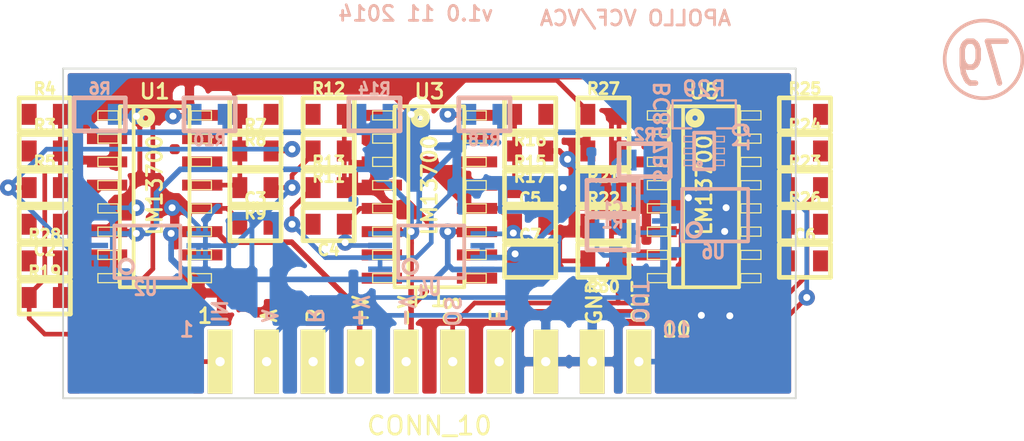
<source format=kicad_pcb>
(kicad_pcb (version 4) (host pcbnew "(2015-11-11 BZR 6310, Git 8f79b4f)-product")

  (general
    (links 108)
    (no_connects 22)
    (area 97.949999 82.949999 138.050001 101.050001)
    (thickness 1.6)
    (drawings 28)
    (tracks 338)
    (zones 0)
    (modules 45)
    (nets 43)
  )

  (page A3)
  (layers
    (0 F.Cu signal)
    (31 B.Cu signal)
    (32 B.Adhes user)
    (33 F.Adhes user)
    (34 B.Paste user)
    (35 F.Paste user)
    (36 B.SilkS user)
    (37 F.SilkS user)
    (38 B.Mask user)
    (39 F.Mask user)
    (40 Dwgs.User user)
    (41 Cmts.User user)
    (42 Eco1.User user)
    (43 Eco2.User user)
    (44 Edge.Cuts user)
  )

  (setup
    (last_trace_width 0.254)
    (trace_clearance 0.2032)
    (zone_clearance 0.2032)
    (zone_45_only no)
    (trace_min 0.254)
    (segment_width 0.2)
    (edge_width 0.1)
    (via_size 0.889)
    (via_drill 0.381)
    (via_min_size 0.889)
    (via_min_drill 0.381)
    (uvia_size 0.508)
    (uvia_drill 0.127)
    (uvias_allowed no)
    (uvia_min_size 0.508)
    (uvia_min_drill 0.127)
    (pcb_text_width 0.3)
    (pcb_text_size 1.5 1.5)
    (mod_edge_width 0.15)
    (mod_text_size 1 1)
    (mod_text_width 0.15)
    (pad_size 1.5 1.5)
    (pad_drill 0.6)
    (pad_to_mask_clearance 0)
    (aux_axis_origin 0 0)
    (visible_elements 7FFEFFFF)
    (pcbplotparams
      (layerselection 0x010f0_80000001)
      (usegerberextensions true)
      (excludeedgelayer true)
      (linewidth 0.150000)
      (plotframeref false)
      (viasonmask false)
      (mode 1)
      (useauxorigin false)
      (hpglpennumber 1)
      (hpglpenspeed 20)
      (hpglpendiameter 15)
      (hpglpenoverlay 2)
      (psnegative false)
      (psa4output false)
      (plotreference true)
      (plotvalue false)
      (plotinvisibletext false)
      (padsonsilk false)
      (subtractmaskfromsilk true)
      (outputformat 1)
      (mirror false)
      (drillshape 0)
      (scaleselection 1)
      (outputdirectory Gerbers/))
  )

  (net 0 "")
  (net 1 +VCC)
  (net 2 -VCC)
  (net 3 GND)
  (net 4 Iabc)
  (net 5 OFFSET)
  (net 6 RES_CTRL)
  (net 7 VCA_CTRL)
  (net 8 VCA_OUT)
  (net 9 VCF_CTRL)
  (net 10 VCF_IN)
  (net 11 VCF_OUT)
  (net 12 "Net-(C1-Pad1)")
  (net 13 "Net-(C1-Pad2)")
  (net 14 "Net-(C2-Pad1)")
  (net 15 "Net-(C3-Pad1)")
  (net 16 "Net-(C4-Pad1)")
  (net 17 "Net-(C5-Pad1)")
  (net 18 "Net-(C6-Pad1)")
  (net 19 "Net-(Q1-Pad1)")
  (net 20 "Net-(R3-Pad2)")
  (net 21 "Net-(R5-Pad1)")
  (net 22 "Net-(R6-Pad1)")
  (net 23 "Net-(R7-Pad1)")
  (net 24 "Net-(R11-Pad2)")
  (net 25 "Net-(R10-Pad1)")
  (net 26 "Net-(R11-Pad1)")
  (net 27 "Net-(R13-Pad1)")
  (net 28 "Net-(R14-Pad1)")
  (net 29 "Net-(R15-Pad1)")
  (net 30 "Net-(R18-Pad1)")
  (net 31 "Net-(R19-Pad2)")
  (net 32 "Net-(R20-Pad1)")
  (net 33 "Net-(R21-Pad1)")
  (net 34 "Net-(R23-Pad1)")
  (net 35 "Net-(R25-Pad1)")
  (net 36 "Net-(U1-Pad2)")
  (net 37 "Net-(U1-Pad15)")
  (net 38 "Net-(U3-Pad2)")
  (net 39 "Net-(U3-Pad15)")
  (net 40 "Net-(C7-Pad2)")
  (net 41 "Net-(U5-Pad2)")
  (net 42 "Net-(U5-Pad15)")

  (net_class Default "This is the default net class."
    (clearance 0.2032)
    (trace_width 0.254)
    (via_dia 0.889)
    (via_drill 0.381)
    (uvia_dia 0.508)
    (uvia_drill 0.127)
    (add_net GND)
    (add_net "Net-(C1-Pad1)")
    (add_net "Net-(C1-Pad2)")
    (add_net "Net-(C2-Pad1)")
    (add_net "Net-(C3-Pad1)")
    (add_net "Net-(C4-Pad1)")
    (add_net "Net-(C5-Pad1)")
    (add_net "Net-(C6-Pad1)")
    (add_net "Net-(C7-Pad2)")
    (add_net "Net-(Q1-Pad1)")
    (add_net "Net-(R10-Pad1)")
    (add_net "Net-(R11-Pad1)")
    (add_net "Net-(R11-Pad2)")
    (add_net "Net-(R13-Pad1)")
    (add_net "Net-(R14-Pad1)")
    (add_net "Net-(R15-Pad1)")
    (add_net "Net-(R18-Pad1)")
    (add_net "Net-(R19-Pad2)")
    (add_net "Net-(R20-Pad1)")
    (add_net "Net-(R21-Pad1)")
    (add_net "Net-(R23-Pad1)")
    (add_net "Net-(R25-Pad1)")
    (add_net "Net-(R3-Pad2)")
    (add_net "Net-(R5-Pad1)")
    (add_net "Net-(R6-Pad1)")
    (add_net "Net-(R7-Pad1)")
    (add_net "Net-(U1-Pad15)")
    (add_net "Net-(U1-Pad2)")
    (add_net "Net-(U3-Pad15)")
    (add_net "Net-(U3-Pad2)")
    (add_net "Net-(U5-Pad15)")
    (add_net "Net-(U5-Pad2)")
    (add_net OFFSET)
    (add_net RES_CTRL)
    (add_net VCA_CTRL)
    (add_net VCF_CTRL)
    (add_net VCF_IN)
  )

  (net_class POWER ""
    (clearance 0.254)
    (trace_width 0.3048)
    (via_dia 0.889)
    (via_drill 0.381)
    (uvia_dia 0.508)
    (uvia_drill 0.127)
    (add_net +VCC)
    (add_net -VCC)
    (add_net Iabc)
    (add_net VCA_OUT)
    (add_net VCF_OUT)
  )

  (module MyModules:SM0603-C-JRL (layer B.Cu) (tedit 528C3246) (tstamp 56469451)
    (at 128 92 180)
    (path /52F070D6)
    (attr smd)
    (fp_text reference C1 (at 0 1.4 180) (layer B.SilkS)
      (effects (font (size 0.6096 0.6096) (thickness 0.1524)) (justify mirror))
    )
    (fp_text value 47pF (at 0 0 180) (layer B.SilkS) hide
      (effects (font (size 0.508 0.4572) (thickness 0.1143)) (justify mirror))
    )
    (fp_line (start -1.4 -0.9) (end 1.4 -0.9) (layer B.SilkS) (width 0.254))
    (fp_line (start 1.4 -0.9) (end 1.4 0.9) (layer B.SilkS) (width 0.254))
    (fp_line (start 1.4 0.9) (end -1.4 0.9) (layer B.SilkS) (width 0.254))
    (fp_line (start -1.4 0.9) (end -1.4 -0.9) (layer B.SilkS) (width 0.254))
    (pad 1 smd rect (at -0.8509 0 180) (size 0.8128 1.143) (layers B.Cu B.Paste B.Mask)
      (net 12 "Net-(C1-Pad1)"))
    (pad 2 smd rect (at 0.8509 0 180) (size 0.8128 1.143) (layers B.Cu B.Paste B.Mask)
      (net 13 "Net-(C1-Pad2)"))
    (model Capacitors_SMD/C_0603.wrl
      (at (xyz 0 0 0.001))
      (scale (xyz 1 1 1))
      (rotate (xyz 0 0 0))
    )
  )

  (module MyModules:SM0603-C-JRL (layer F.Cu) (tedit 528C3246) (tstamp 5646945A)
    (at 97 91.5 180)
    (path /52F058C8)
    (attr smd)
    (fp_text reference C2 (at 0 -1.4 180) (layer F.SilkS)
      (effects (font (size 0.6096 0.6096) (thickness 0.1524)))
    )
    (fp_text value 270pF (at 0 0 180) (layer F.SilkS) hide
      (effects (font (size 0.508 0.4572) (thickness 0.1143)))
    )
    (fp_line (start -1.4 0.9) (end 1.4 0.9) (layer F.SilkS) (width 0.254))
    (fp_line (start 1.4 0.9) (end 1.4 -0.9) (layer F.SilkS) (width 0.254))
    (fp_line (start 1.4 -0.9) (end -1.4 -0.9) (layer F.SilkS) (width 0.254))
    (fp_line (start -1.4 -0.9) (end -1.4 0.9) (layer F.SilkS) (width 0.254))
    (pad 1 smd rect (at -0.8509 0 180) (size 0.8128 1.143) (layers F.Cu F.Paste F.Mask)
      (net 14 "Net-(C2-Pad1)"))
    (pad 2 smd rect (at 0.8509 0 180) (size 0.8128 1.143) (layers F.Cu F.Paste F.Mask)
      (net 3 GND))
    (model Capacitors_SMD/C_0603.wrl
      (at (xyz 0 0 0.001))
      (scale (xyz 1 1 1))
      (rotate (xyz 0 0 0))
    )
  )

  (module MyModules:SM0603-C-JRL (layer F.Cu) (tedit 528C3246) (tstamp 56469463)
    (at 108.5 91.5)
    (path /52F05A18)
    (attr smd)
    (fp_text reference C3 (at 0 -1.4) (layer F.SilkS)
      (effects (font (size 0.6096 0.6096) (thickness 0.1524)))
    )
    (fp_text value 270pF (at 0 0) (layer F.SilkS) hide
      (effects (font (size 0.508 0.4572) (thickness 0.1143)))
    )
    (fp_line (start -1.4 0.9) (end 1.4 0.9) (layer F.SilkS) (width 0.254))
    (fp_line (start 1.4 0.9) (end 1.4 -0.9) (layer F.SilkS) (width 0.254))
    (fp_line (start 1.4 -0.9) (end -1.4 -0.9) (layer F.SilkS) (width 0.254))
    (fp_line (start -1.4 -0.9) (end -1.4 0.9) (layer F.SilkS) (width 0.254))
    (pad 1 smd rect (at -0.8509 0) (size 0.8128 1.143) (layers F.Cu F.Paste F.Mask)
      (net 15 "Net-(C3-Pad1)"))
    (pad 2 smd rect (at 0.8509 0) (size 0.8128 1.143) (layers F.Cu F.Paste F.Mask)
      (net 3 GND))
    (model Capacitors_SMD/C_0603.wrl
      (at (xyz 0 0 0.001))
      (scale (xyz 1 1 1))
      (rotate (xyz 0 0 0))
    )
  )

  (module MyModules:SM0603-C-JRL (layer F.Cu) (tedit 528C3246) (tstamp 5646946C)
    (at 112.5 91.5 180)
    (path /52F05A76)
    (attr smd)
    (fp_text reference C4 (at 0 -1.4 180) (layer F.SilkS)
      (effects (font (size 0.6096 0.6096) (thickness 0.1524)))
    )
    (fp_text value 270pF (at 0 0 180) (layer F.SilkS) hide
      (effects (font (size 0.508 0.4572) (thickness 0.1143)))
    )
    (fp_line (start -1.4 0.9) (end 1.4 0.9) (layer F.SilkS) (width 0.254))
    (fp_line (start 1.4 0.9) (end 1.4 -0.9) (layer F.SilkS) (width 0.254))
    (fp_line (start 1.4 -0.9) (end -1.4 -0.9) (layer F.SilkS) (width 0.254))
    (fp_line (start -1.4 -0.9) (end -1.4 0.9) (layer F.SilkS) (width 0.254))
    (pad 1 smd rect (at -0.8509 0 180) (size 0.8128 1.143) (layers F.Cu F.Paste F.Mask)
      (net 16 "Net-(C4-Pad1)"))
    (pad 2 smd rect (at 0.8509 0 180) (size 0.8128 1.143) (layers F.Cu F.Paste F.Mask)
      (net 3 GND))
    (model Capacitors_SMD/C_0603.wrl
      (at (xyz 0 0 0.001))
      (scale (xyz 1 1 1))
      (rotate (xyz 0 0 0))
    )
  )

  (module MyModules:SM0603-C-JRL (layer F.Cu) (tedit 528C3246) (tstamp 56469475)
    (at 123.5 91.5)
    (path /52F05AD4)
    (attr smd)
    (fp_text reference C5 (at 0 -1.4) (layer F.SilkS)
      (effects (font (size 0.6096 0.6096) (thickness 0.1524)))
    )
    (fp_text value 270pF (at 0 0) (layer F.SilkS) hide
      (effects (font (size 0.508 0.4572) (thickness 0.1143)))
    )
    (fp_line (start -1.4 0.9) (end 1.4 0.9) (layer F.SilkS) (width 0.254))
    (fp_line (start 1.4 0.9) (end 1.4 -0.9) (layer F.SilkS) (width 0.254))
    (fp_line (start 1.4 -0.9) (end -1.4 -0.9) (layer F.SilkS) (width 0.254))
    (fp_line (start -1.4 -0.9) (end -1.4 0.9) (layer F.SilkS) (width 0.254))
    (pad 1 smd rect (at -0.8509 0) (size 0.8128 1.143) (layers F.Cu F.Paste F.Mask)
      (net 17 "Net-(C5-Pad1)"))
    (pad 2 smd rect (at 0.8509 0) (size 0.8128 1.143) (layers F.Cu F.Paste F.Mask)
      (net 3 GND))
    (model Capacitors_SMD/C_0603.wrl
      (at (xyz 0 0 0.001))
      (scale (xyz 1 1 1))
      (rotate (xyz 0 0 0))
    )
  )

  (module MyModules:SM0603-C-JRL (layer F.Cu) (tedit 528C3246) (tstamp 5646947E)
    (at 138.5 93.5)
    (path /52F06AA0)
    (attr smd)
    (fp_text reference C6 (at 0 -1.4) (layer F.SilkS)
      (effects (font (size 0.6096 0.6096) (thickness 0.1524)))
    )
    (fp_text value 47pF (at 0 0) (layer F.SilkS) hide
      (effects (font (size 0.508 0.4572) (thickness 0.1143)))
    )
    (fp_line (start -1.4 0.9) (end 1.4 0.9) (layer F.SilkS) (width 0.254))
    (fp_line (start 1.4 0.9) (end 1.4 -0.9) (layer F.SilkS) (width 0.254))
    (fp_line (start 1.4 -0.9) (end -1.4 -0.9) (layer F.SilkS) (width 0.254))
    (fp_line (start -1.4 -0.9) (end -1.4 0.9) (layer F.SilkS) (width 0.254))
    (pad 1 smd rect (at -0.8509 0) (size 0.8128 1.143) (layers F.Cu F.Paste F.Mask)
      (net 18 "Net-(C6-Pad1)"))
    (pad 2 smd rect (at 0.8509 0) (size 0.8128 1.143) (layers F.Cu F.Paste F.Mask)
      (net 3 GND))
    (model Capacitors_SMD/C_0603.wrl
      (at (xyz 0 0 0.001))
      (scale (xyz 1 1 1))
      (rotate (xyz 0 0 0))
    )
  )

  (module MyModules:SM0603-C-JRL (layer F.Cu) (tedit 528C3246) (tstamp 56469487)
    (at 123.5 93.5)
    (path /545E64F3)
    (attr smd)
    (fp_text reference C7 (at 0 -1.4) (layer F.SilkS)
      (effects (font (size 0.6096 0.6096) (thickness 0.1524)))
    )
    (fp_text value 1μ (at 0 0) (layer F.SilkS) hide
      (effects (font (size 0.508 0.4572) (thickness 0.1143)))
    )
    (fp_line (start -1.4 0.9) (end 1.4 0.9) (layer F.SilkS) (width 0.254))
    (fp_line (start 1.4 0.9) (end 1.4 -0.9) (layer F.SilkS) (width 0.254))
    (fp_line (start 1.4 -0.9) (end -1.4 -0.9) (layer F.SilkS) (width 0.254))
    (fp_line (start -1.4 -0.9) (end -1.4 0.9) (layer F.SilkS) (width 0.254))
    (pad 1 smd rect (at -0.8509 0) (size 0.8128 1.143) (layers F.Cu F.Paste F.Mask)
      (net 11 VCF_OUT))
    (pad 2 smd rect (at 0.8509 0) (size 0.8128 1.143) (layers F.Cu F.Paste F.Mask)
      (net 40 "Net-(C7-Pad2)"))
    (model Capacitors_SMD/C_0603.wrl
      (at (xyz 0 0 0.001))
      (scale (xyz 1 1 1))
      (rotate (xyz 0 0 0))
    )
  )

  (module synth:CONN_10X_0100_SMD_THRUHOLE (layer F.Cu) (tedit 540685C2) (tstamp 56469490)
    (at 118 99)
    (path /545A6C6C)
    (fp_text reference P1 (at 0 -3.5) (layer F.SilkS)
      (effects (font (size 1 1) (thickness 0.15)))
    )
    (fp_text value CONN_10 (at 0 3.5) (layer F.SilkS)
      (effects (font (size 1 1) (thickness 0.15)))
    )
    (pad 1 thru_hole rect (at -11.43 0) (size 1.35 3.5) (drill 0.508) (layers *.Cu *.Mask F.SilkS)
      (net 10 VCF_IN))
    (pad 2 thru_hole rect (at -8.89 0) (size 1.35 3.5) (drill 0.508) (layers *.Cu *.Mask F.SilkS)
      (net 7 VCA_CTRL))
    (pad 3 thru_hole rect (at -6.35 0) (size 1.35 3.5) (drill 0.508) (layers *.Cu *.Mask F.SilkS)
      (net 6 RES_CTRL))
    (pad 4 thru_hole rect (at -3.81 0) (size 1.35 3.5) (drill 0.508) (layers *.Cu *.Mask F.SilkS)
      (net 1 +VCC))
    (pad 5 thru_hole rect (at -1.27 0) (size 1.35 3.5) (drill 0.508) (layers *.Cu *.Mask F.SilkS)
      (net 2 -VCC))
    (pad 6 thru_hole rect (at 1.27 0) (size 1.35 3.5) (drill 0.508) (layers *.Cu *.Mask F.SilkS)
      (net 5 OFFSET))
    (pad 7 thru_hole rect (at 3.81 0) (size 1.35 3.5) (drill 0.508) (layers *.Cu *.Mask F.SilkS)
      (net 9 VCF_CTRL))
    (pad 8 thru_hole rect (at 6.35 0) (size 1.35 3.5) (drill 0.508) (layers *.Cu *.Mask F.SilkS)
      (net 3 GND))
    (pad 9 thru_hole rect (at 8.89 0) (size 1.35 3.5) (drill 0.508) (layers *.Cu *.Mask F.SilkS)
      (net 3 GND))
    (pad 10 thru_hole rect (at 11.43 0) (size 1.35 3.5) (drill 0.508) (layers *.Cu *.Mask F.SilkS)
      (net 8 VCA_OUT))
  )

  (module MyModules:SOT363-JRL (layer B.Cu) (tedit 512395CF) (tstamp 5646949D)
    (at 133 87.5 90)
    (descr "SMALL OUTLINE TRANSISTOR; 6 LEADS")
    (tags "SMALL OUTLINE TRANSISTOR; 6 LEADS")
    (path /52F06E0A)
    (attr smd)
    (fp_text reference Q1 (at 0.762 2.032 90) (layer B.SilkS)
      (effects (font (size 0.8128 0.8128) (thickness 0.1524)) (justify mirror))
    )
    (fp_text value BC857BS (at 1.016 -2.286 90) (layer B.SilkS)
      (effects (font (size 0.8128 0.8128) (thickness 0.1524)) (justify mirror))
    )
    (fp_line (start -0.79756 -1.09982) (end -0.49784 -1.09982) (layer B.SilkS) (width 0.06604))
    (fp_line (start -0.49784 -1.09982) (end -0.49784 -0.59944) (layer B.SilkS) (width 0.06604))
    (fp_line (start -0.79756 -0.59944) (end -0.49784 -0.59944) (layer B.SilkS) (width 0.06604))
    (fp_line (start -0.79756 -1.09982) (end -0.79756 -0.59944) (layer B.SilkS) (width 0.06604))
    (fp_line (start -0.14986 -1.09982) (end 0.14986 -1.09982) (layer B.SilkS) (width 0.06604))
    (fp_line (start 0.14986 -1.09982) (end 0.14986 -0.59944) (layer B.SilkS) (width 0.06604))
    (fp_line (start -0.14986 -0.59944) (end 0.14986 -0.59944) (layer B.SilkS) (width 0.06604))
    (fp_line (start -0.14986 -1.09982) (end -0.14986 -0.59944) (layer B.SilkS) (width 0.06604))
    (fp_line (start 0.49784 -1.09982) (end 0.79756 -1.09982) (layer B.SilkS) (width 0.06604))
    (fp_line (start 0.79756 -1.09982) (end 0.79756 -0.59944) (layer B.SilkS) (width 0.06604))
    (fp_line (start 0.49784 -0.59944) (end 0.79756 -0.59944) (layer B.SilkS) (width 0.06604))
    (fp_line (start 0.49784 -1.09982) (end 0.49784 -0.59944) (layer B.SilkS) (width 0.06604))
    (fp_line (start 0.49784 0.59944) (end 0.79756 0.59944) (layer B.SilkS) (width 0.06604))
    (fp_line (start 0.79756 0.59944) (end 0.79756 1.09982) (layer B.SilkS) (width 0.06604))
    (fp_line (start 0.49784 1.09982) (end 0.79756 1.09982) (layer B.SilkS) (width 0.06604))
    (fp_line (start 0.49784 0.59944) (end 0.49784 1.09982) (layer B.SilkS) (width 0.06604))
    (fp_line (start -0.14986 0.59944) (end 0.14986 0.59944) (layer B.SilkS) (width 0.06604))
    (fp_line (start 0.14986 0.59944) (end 0.14986 1.09982) (layer B.SilkS) (width 0.06604))
    (fp_line (start -0.14986 1.09982) (end 0.14986 1.09982) (layer B.SilkS) (width 0.06604))
    (fp_line (start -0.14986 0.59944) (end -0.14986 1.09982) (layer B.SilkS) (width 0.06604))
    (fp_line (start -0.79756 0.59944) (end -0.49784 0.59944) (layer B.SilkS) (width 0.06604))
    (fp_line (start -0.49784 0.59944) (end -0.49784 1.09982) (layer B.SilkS) (width 0.06604))
    (fp_line (start -0.79756 1.09982) (end -0.49784 1.09982) (layer B.SilkS) (width 0.06604))
    (fp_line (start -0.79756 0.59944) (end -0.79756 1.09982) (layer B.SilkS) (width 0.06604))
    (fp_line (start -0.99822 0.54864) (end 0.99822 0.54864) (layer B.SilkS) (width 0.2032))
    (fp_line (start 0.99822 0.54864) (end 0.99822 -0.54864) (layer B.SilkS) (width 0.2032))
    (fp_line (start 0.99822 -0.54864) (end -0.99822 -0.54864) (layer B.SilkS) (width 0.2032))
    (fp_line (start -0.99822 -0.54864) (end -0.99822 0.54864) (layer B.SilkS) (width 0.2032))
    (fp_circle (center -0.6985 -0.24892) (end -0.77216 -0.32258) (layer B.SilkS) (width 0.1524))
    (pad 1 smd rect (at -0.6477 -0.79756 90) (size 0.39878 0.79756) (layers B.Cu B.Paste B.Mask)
      (net 19 "Net-(Q1-Pad1)"))
    (pad 2 smd rect (at 0 -0.79756 90) (size 0.39878 0.79756) (layers B.Cu B.Paste B.Mask)
      (net 3 GND))
    (pad 3 smd rect (at 0.6477 -0.79756 90) (size 0.39878 0.79756) (layers B.Cu B.Paste B.Mask)
      (net 4 Iabc))
    (pad 4 smd rect (at 0.6477 0.79756 90) (size 0.39878 0.79756) (layers B.Cu B.Paste B.Mask)
      (net 19 "Net-(Q1-Pad1)"))
    (pad 5 smd rect (at 0 0.79756 90) (size 0.39878 0.79756) (layers B.Cu B.Paste B.Mask)
      (net 9 VCF_CTRL))
    (pad 6 smd rect (at -0.6477 0.79756 90) (size 0.39878 0.79756) (layers B.Cu B.Paste B.Mask)
      (net 13 "Net-(C1-Pad2)"))
    (model "E:/Documents/KiCad/MyLibs/MyModules/3D models/SOT363.wrl"
      (at (xyz 0 0 0))
      (scale (xyz 0.3937 0.3937 0.3937))
      (rotate (xyz 0 0 180))
    )
  )

  (module MyModules:SM0603-R-JRL (layer B.Cu) (tedit 528C3246) (tstamp 564694C3)
    (at 128 90)
    (path /52F074A3)
    (attr smd)
    (fp_text reference R1 (at 0 1.4) (layer B.SilkS)
      (effects (font (size 0.6096 0.6096) (thickness 0.1524)) (justify mirror))
    )
    (fp_text value 1.5M (at 0 0) (layer B.SilkS) hide
      (effects (font (size 0.508 0.4572) (thickness 0.1143)) (justify mirror))
    )
    (fp_line (start -1.4 -0.9) (end 1.4 -0.9) (layer B.SilkS) (width 0.254))
    (fp_line (start 1.4 -0.9) (end 1.4 0.9) (layer B.SilkS) (width 0.254))
    (fp_line (start 1.4 0.9) (end -1.4 0.9) (layer B.SilkS) (width 0.254))
    (fp_line (start -1.4 0.9) (end -1.4 -0.9) (layer B.SilkS) (width 0.254))
    (pad 1 smd rect (at -0.8509 0) (size 0.8128 1.143) (layers B.Cu B.Paste B.Mask)
      (net 13 "Net-(C1-Pad2)"))
    (pad 2 smd rect (at 0.8509 0) (size 0.8128 1.143) (layers B.Cu B.Paste B.Mask)
      (net 2 -VCC))
    (model Resistors_SMD/R_0603.wrl
      (at (xyz 0 0 0.001))
      (scale (xyz 1 1 1))
      (rotate (xyz 0 0 0))
    )
  )

  (module MyModules:SM0603-R-JRL (layer B.Cu) (tedit 528C3246) (tstamp 564694CC)
    (at 129.75 88 180)
    (path /52F0716E)
    (attr smd)
    (fp_text reference R2 (at 0 1.4 180) (layer B.SilkS)
      (effects (font (size 0.6096 0.6096) (thickness 0.1524)) (justify mirror))
    )
    (fp_text value 1.5K (at 0 0 180) (layer B.SilkS) hide
      (effects (font (size 0.508 0.4572) (thickness 0.1143)) (justify mirror))
    )
    (fp_line (start -1.4 -0.9) (end 1.4 -0.9) (layer B.SilkS) (width 0.254))
    (fp_line (start 1.4 -0.9) (end 1.4 0.9) (layer B.SilkS) (width 0.254))
    (fp_line (start 1.4 0.9) (end -1.4 0.9) (layer B.SilkS) (width 0.254))
    (fp_line (start -1.4 0.9) (end -1.4 -0.9) (layer B.SilkS) (width 0.254))
    (pad 1 smd rect (at -0.8509 0 180) (size 0.8128 1.143) (layers B.Cu B.Paste B.Mask)
      (net 19 "Net-(Q1-Pad1)"))
    (pad 2 smd rect (at 0.8509 0 180) (size 0.8128 1.143) (layers B.Cu B.Paste B.Mask)
      (net 12 "Net-(C1-Pad1)"))
    (model Resistors_SMD/R_0603.wrl
      (at (xyz 0 0 0.001))
      (scale (xyz 1 1 1))
      (rotate (xyz 0 0 0))
    )
  )

  (module MyModules:SM0603-R-JRL (layer F.Cu) (tedit 528C3246) (tstamp 564694D5)
    (at 97 87.5)
    (path /52F057F6)
    (attr smd)
    (fp_text reference R3 (at 0 -1.4) (layer F.SilkS)
      (effects (font (size 0.6096 0.6096) (thickness 0.1524)))
    )
    (fp_text value 150K (at 0 0) (layer F.SilkS) hide
      (effects (font (size 0.508 0.4572) (thickness 0.1143)))
    )
    (fp_line (start -1.4 0.9) (end 1.4 0.9) (layer F.SilkS) (width 0.254))
    (fp_line (start 1.4 0.9) (end 1.4 -0.9) (layer F.SilkS) (width 0.254))
    (fp_line (start 1.4 -0.9) (end -1.4 -0.9) (layer F.SilkS) (width 0.254))
    (fp_line (start -1.4 -0.9) (end -1.4 0.9) (layer F.SilkS) (width 0.254))
    (pad 1 smd rect (at -0.8509 0) (size 0.8128 1.143) (layers F.Cu F.Paste F.Mask)
      (net 10 VCF_IN))
    (pad 2 smd rect (at 0.8509 0) (size 0.8128 1.143) (layers F.Cu F.Paste F.Mask)
      (net 20 "Net-(R3-Pad2)"))
    (model Resistors_SMD/R_0603.wrl
      (at (xyz 0 0 0.001))
      (scale (xyz 1 1 1))
      (rotate (xyz 0 0 0))
    )
  )

  (module MyModules:SM0603-R-JRL (layer F.Cu) (tedit 528C3246) (tstamp 564694DE)
    (at 97 85.5)
    (path /52F05851)
    (attr smd)
    (fp_text reference R4 (at 0 -1.4) (layer F.SilkS)
      (effects (font (size 0.6096 0.6096) (thickness 0.1524)))
    )
    (fp_text value 560 (at 0 0) (layer F.SilkS) hide
      (effects (font (size 0.508 0.4572) (thickness 0.1143)))
    )
    (fp_line (start -1.4 0.9) (end 1.4 0.9) (layer F.SilkS) (width 0.254))
    (fp_line (start 1.4 0.9) (end 1.4 -0.9) (layer F.SilkS) (width 0.254))
    (fp_line (start 1.4 -0.9) (end -1.4 -0.9) (layer F.SilkS) (width 0.254))
    (fp_line (start -1.4 -0.9) (end -1.4 0.9) (layer F.SilkS) (width 0.254))
    (pad 1 smd rect (at -0.8509 0) (size 0.8128 1.143) (layers F.Cu F.Paste F.Mask)
      (net 3 GND))
    (pad 2 smd rect (at 0.8509 0) (size 0.8128 1.143) (layers F.Cu F.Paste F.Mask)
      (net 20 "Net-(R3-Pad2)"))
    (model Resistors_SMD/R_0603.wrl
      (at (xyz 0 0 0.001))
      (scale (xyz 1 1 1))
      (rotate (xyz 0 0 0))
    )
  )

  (module MyModules:SM0603-R-JRL (layer F.Cu) (tedit 528C3246) (tstamp 564694E7)
    (at 97 89.5)
    (path /52F05916)
    (attr smd)
    (fp_text reference R5 (at 0 -1.4) (layer F.SilkS)
      (effects (font (size 0.6096 0.6096) (thickness 0.1524)))
    )
    (fp_text value 68K (at 0 0) (layer F.SilkS) hide
      (effects (font (size 0.508 0.4572) (thickness 0.1143)))
    )
    (fp_line (start -1.4 0.9) (end 1.4 0.9) (layer F.SilkS) (width 0.254))
    (fp_line (start 1.4 0.9) (end 1.4 -0.9) (layer F.SilkS) (width 0.254))
    (fp_line (start 1.4 -0.9) (end -1.4 -0.9) (layer F.SilkS) (width 0.254))
    (fp_line (start -1.4 -0.9) (end -1.4 0.9) (layer F.SilkS) (width 0.254))
    (pad 1 smd rect (at -0.8509 0) (size 0.8128 1.143) (layers F.Cu F.Paste F.Mask)
      (net 21 "Net-(R5-Pad1)"))
    (pad 2 smd rect (at 0.8509 0) (size 0.8128 1.143) (layers F.Cu F.Paste F.Mask)
      (net 20 "Net-(R3-Pad2)"))
    (model Resistors_SMD/R_0603.wrl
      (at (xyz 0 0 0.001))
      (scale (xyz 1 1 1))
      (rotate (xyz 0 0 0))
    )
  )

  (module MyModules:SM0603-R-JRL (layer B.Cu) (tedit 528C3246) (tstamp 564694F0)
    (at 100 85.5 180)
    (path /52F05943)
    (attr smd)
    (fp_text reference R6 (at 0 1.4 180) (layer B.SilkS)
      (effects (font (size 0.6096 0.6096) (thickness 0.1524)) (justify mirror))
    )
    (fp_text value 18K (at 0 0 180) (layer B.SilkS) hide
      (effects (font (size 0.508 0.4572) (thickness 0.1143)) (justify mirror))
    )
    (fp_line (start -1.4 -0.9) (end 1.4 -0.9) (layer B.SilkS) (width 0.254))
    (fp_line (start 1.4 -0.9) (end 1.4 0.9) (layer B.SilkS) (width 0.254))
    (fp_line (start 1.4 0.9) (end -1.4 0.9) (layer B.SilkS) (width 0.254))
    (fp_line (start -1.4 0.9) (end -1.4 -0.9) (layer B.SilkS) (width 0.254))
    (pad 1 smd rect (at -0.8509 0 180) (size 0.8128 1.143) (layers B.Cu B.Paste B.Mask)
      (net 22 "Net-(R6-Pad1)"))
    (pad 2 smd rect (at 0.8509 0 180) (size 0.8128 1.143) (layers B.Cu B.Paste B.Mask)
      (net 4 Iabc))
    (model Resistors_SMD/R_0603.wrl
      (at (xyz 0 0 0.001))
      (scale (xyz 1 1 1))
      (rotate (xyz 0 0 0))
    )
  )

  (module MyModules:SM0603-R-JRL (layer F.Cu) (tedit 528C3246) (tstamp 564694F9)
    (at 108.5 87.5)
    (path /52F05979)
    (attr smd)
    (fp_text reference R7 (at 0 -1.4) (layer F.SilkS)
      (effects (font (size 0.6096 0.6096) (thickness 0.1524)))
    )
    (fp_text value 68K (at 0 0) (layer F.SilkS) hide
      (effects (font (size 0.508 0.4572) (thickness 0.1143)))
    )
    (fp_line (start -1.4 0.9) (end 1.4 0.9) (layer F.SilkS) (width 0.254))
    (fp_line (start 1.4 0.9) (end 1.4 -0.9) (layer F.SilkS) (width 0.254))
    (fp_line (start 1.4 -0.9) (end -1.4 -0.9) (layer F.SilkS) (width 0.254))
    (fp_line (start -1.4 -0.9) (end -1.4 0.9) (layer F.SilkS) (width 0.254))
    (pad 1 smd rect (at -0.8509 0) (size 0.8128 1.143) (layers F.Cu F.Paste F.Mask)
      (net 23 "Net-(R7-Pad1)"))
    (pad 2 smd rect (at 0.8509 0) (size 0.8128 1.143) (layers F.Cu F.Paste F.Mask)
      (net 21 "Net-(R5-Pad1)"))
    (model Resistors_SMD/R_0603.wrl
      (at (xyz 0 0 0.001))
      (scale (xyz 1 1 1))
      (rotate (xyz 0 0 0))
    )
  )

  (module MyModules:SM0603-R-JRL (layer F.Cu) (tedit 528C3246) (tstamp 56469502)
    (at 108.5 85.5 180)
    (path /52F059F3)
    (attr smd)
    (fp_text reference R8 (at 0 -1.4 180) (layer F.SilkS)
      (effects (font (size 0.6096 0.6096) (thickness 0.1524)))
    )
    (fp_text value 560 (at 0 0 180) (layer F.SilkS) hide
      (effects (font (size 0.508 0.4572) (thickness 0.1143)))
    )
    (fp_line (start -1.4 0.9) (end 1.4 0.9) (layer F.SilkS) (width 0.254))
    (fp_line (start 1.4 0.9) (end 1.4 -0.9) (layer F.SilkS) (width 0.254))
    (fp_line (start 1.4 -0.9) (end -1.4 -0.9) (layer F.SilkS) (width 0.254))
    (fp_line (start -1.4 -0.9) (end -1.4 0.9) (layer F.SilkS) (width 0.254))
    (pad 1 smd rect (at -0.8509 0 180) (size 0.8128 1.143) (layers F.Cu F.Paste F.Mask)
      (net 3 GND))
    (pad 2 smd rect (at 0.8509 0 180) (size 0.8128 1.143) (layers F.Cu F.Paste F.Mask)
      (net 23 "Net-(R7-Pad1)"))
    (model Resistors_SMD/R_0603.wrl
      (at (xyz 0 0 0.001))
      (scale (xyz 1 1 1))
      (rotate (xyz 0 0 0))
    )
  )

  (module MyModules:SM0603-R-JRL (layer F.Cu) (tedit 528C3246) (tstamp 5646950B)
    (at 108.5 89.5 180)
    (path /52F05A27)
    (attr smd)
    (fp_text reference R9 (at 0 -1.4 180) (layer F.SilkS)
      (effects (font (size 0.6096 0.6096) (thickness 0.1524)))
    )
    (fp_text value 68K (at 0 0 180) (layer F.SilkS) hide
      (effects (font (size 0.508 0.4572) (thickness 0.1143)))
    )
    (fp_line (start -1.4 0.9) (end 1.4 0.9) (layer F.SilkS) (width 0.254))
    (fp_line (start 1.4 0.9) (end 1.4 -0.9) (layer F.SilkS) (width 0.254))
    (fp_line (start 1.4 -0.9) (end -1.4 -0.9) (layer F.SilkS) (width 0.254))
    (fp_line (start -1.4 -0.9) (end -1.4 0.9) (layer F.SilkS) (width 0.254))
    (pad 1 smd rect (at -0.8509 0 180) (size 0.8128 1.143) (layers F.Cu F.Paste F.Mask)
      (net 24 "Net-(R11-Pad2)"))
    (pad 2 smd rect (at 0.8509 0 180) (size 0.8128 1.143) (layers F.Cu F.Paste F.Mask)
      (net 23 "Net-(R7-Pad1)"))
    (model Resistors_SMD/R_0603.wrl
      (at (xyz 0 0 0.001))
      (scale (xyz 1 1 1))
      (rotate (xyz 0 0 0))
    )
  )

  (module MyModules:SM0603-R-JRL (layer B.Cu) (tedit 528C3246) (tstamp 56469514)
    (at 106 85.5)
    (path /52F05A32)
    (attr smd)
    (fp_text reference R10 (at 0 1.4) (layer B.SilkS)
      (effects (font (size 0.6096 0.6096) (thickness 0.1524)) (justify mirror))
    )
    (fp_text value 18K (at 0 0) (layer B.SilkS) hide
      (effects (font (size 0.508 0.4572) (thickness 0.1143)) (justify mirror))
    )
    (fp_line (start -1.4 -0.9) (end 1.4 -0.9) (layer B.SilkS) (width 0.254))
    (fp_line (start 1.4 -0.9) (end 1.4 0.9) (layer B.SilkS) (width 0.254))
    (fp_line (start 1.4 0.9) (end -1.4 0.9) (layer B.SilkS) (width 0.254))
    (fp_line (start -1.4 0.9) (end -1.4 -0.9) (layer B.SilkS) (width 0.254))
    (pad 1 smd rect (at -0.8509 0) (size 0.8128 1.143) (layers B.Cu B.Paste B.Mask)
      (net 25 "Net-(R10-Pad1)"))
    (pad 2 smd rect (at 0.8509 0) (size 0.8128 1.143) (layers B.Cu B.Paste B.Mask)
      (net 4 Iabc))
    (model Resistors_SMD/R_0603.wrl
      (at (xyz 0 0 0.001))
      (scale (xyz 1 1 1))
      (rotate (xyz 0 0 0))
    )
  )

  (module MyModules:SM0603-R-JRL (layer F.Cu) (tedit 528C3246) (tstamp 5646951D)
    (at 112.5 87.5 180)
    (path /52F05A3A)
    (attr smd)
    (fp_text reference R11 (at 0 -1.4 180) (layer F.SilkS)
      (effects (font (size 0.6096 0.6096) (thickness 0.1524)))
    )
    (fp_text value 68K (at 0 0 180) (layer F.SilkS) hide
      (effects (font (size 0.508 0.4572) (thickness 0.1143)))
    )
    (fp_line (start -1.4 0.9) (end 1.4 0.9) (layer F.SilkS) (width 0.254))
    (fp_line (start 1.4 0.9) (end 1.4 -0.9) (layer F.SilkS) (width 0.254))
    (fp_line (start 1.4 -0.9) (end -1.4 -0.9) (layer F.SilkS) (width 0.254))
    (fp_line (start -1.4 -0.9) (end -1.4 0.9) (layer F.SilkS) (width 0.254))
    (pad 1 smd rect (at -0.8509 0 180) (size 0.8128 1.143) (layers F.Cu F.Paste F.Mask)
      (net 26 "Net-(R11-Pad1)"))
    (pad 2 smd rect (at 0.8509 0 180) (size 0.8128 1.143) (layers F.Cu F.Paste F.Mask)
      (net 24 "Net-(R11-Pad2)"))
    (model Resistors_SMD/R_0603.wrl
      (at (xyz 0 0 0.001))
      (scale (xyz 1 1 1))
      (rotate (xyz 0 0 0))
    )
  )

  (module MyModules:SM0603-R-JRL (layer F.Cu) (tedit 528C3246) (tstamp 56469526)
    (at 112.5 85.5)
    (path /52F05A51)
    (attr smd)
    (fp_text reference R12 (at 0 -1.4) (layer F.SilkS)
      (effects (font (size 0.6096 0.6096) (thickness 0.1524)))
    )
    (fp_text value 560 (at 0 0) (layer F.SilkS) hide
      (effects (font (size 0.508 0.4572) (thickness 0.1143)))
    )
    (fp_line (start -1.4 0.9) (end 1.4 0.9) (layer F.SilkS) (width 0.254))
    (fp_line (start 1.4 0.9) (end 1.4 -0.9) (layer F.SilkS) (width 0.254))
    (fp_line (start 1.4 -0.9) (end -1.4 -0.9) (layer F.SilkS) (width 0.254))
    (fp_line (start -1.4 -0.9) (end -1.4 0.9) (layer F.SilkS) (width 0.254))
    (pad 1 smd rect (at -0.8509 0) (size 0.8128 1.143) (layers F.Cu F.Paste F.Mask)
      (net 3 GND))
    (pad 2 smd rect (at 0.8509 0) (size 0.8128 1.143) (layers F.Cu F.Paste F.Mask)
      (net 26 "Net-(R11-Pad1)"))
    (model Resistors_SMD/R_0603.wrl
      (at (xyz 0 0 0.001))
      (scale (xyz 1 1 1))
      (rotate (xyz 0 0 0))
    )
  )

  (module MyModules:SM0603-R-JRL (layer F.Cu) (tedit 528C3246) (tstamp 5646952F)
    (at 112.5 89.5)
    (path /52F05A85)
    (attr smd)
    (fp_text reference R13 (at 0 -1.4) (layer F.SilkS)
      (effects (font (size 0.6096 0.6096) (thickness 0.1524)))
    )
    (fp_text value 68K (at 0 0) (layer F.SilkS) hide
      (effects (font (size 0.508 0.4572) (thickness 0.1143)))
    )
    (fp_line (start -1.4 0.9) (end 1.4 0.9) (layer F.SilkS) (width 0.254))
    (fp_line (start 1.4 0.9) (end 1.4 -0.9) (layer F.SilkS) (width 0.254))
    (fp_line (start 1.4 -0.9) (end -1.4 -0.9) (layer F.SilkS) (width 0.254))
    (fp_line (start -1.4 -0.9) (end -1.4 0.9) (layer F.SilkS) (width 0.254))
    (pad 1 smd rect (at -0.8509 0) (size 0.8128 1.143) (layers F.Cu F.Paste F.Mask)
      (net 27 "Net-(R13-Pad1)"))
    (pad 2 smd rect (at 0.8509 0) (size 0.8128 1.143) (layers F.Cu F.Paste F.Mask)
      (net 26 "Net-(R11-Pad1)"))
    (model Resistors_SMD/R_0603.wrl
      (at (xyz 0 0 0.001))
      (scale (xyz 1 1 1))
      (rotate (xyz 0 0 0))
    )
  )

  (module MyModules:SM0603-R-JRL (layer B.Cu) (tedit 528C3246) (tstamp 56469538)
    (at 115 85.5 180)
    (path /52F05A90)
    (attr smd)
    (fp_text reference R14 (at 0 1.4 180) (layer B.SilkS)
      (effects (font (size 0.6096 0.6096) (thickness 0.1524)) (justify mirror))
    )
    (fp_text value 18K (at 0 0 180) (layer B.SilkS) hide
      (effects (font (size 0.508 0.4572) (thickness 0.1143)) (justify mirror))
    )
    (fp_line (start -1.4 -0.9) (end 1.4 -0.9) (layer B.SilkS) (width 0.254))
    (fp_line (start 1.4 -0.9) (end 1.4 0.9) (layer B.SilkS) (width 0.254))
    (fp_line (start 1.4 0.9) (end -1.4 0.9) (layer B.SilkS) (width 0.254))
    (fp_line (start -1.4 0.9) (end -1.4 -0.9) (layer B.SilkS) (width 0.254))
    (pad 1 smd rect (at -0.8509 0 180) (size 0.8128 1.143) (layers B.Cu B.Paste B.Mask)
      (net 28 "Net-(R14-Pad1)"))
    (pad 2 smd rect (at 0.8509 0 180) (size 0.8128 1.143) (layers B.Cu B.Paste B.Mask)
      (net 4 Iabc))
    (model Resistors_SMD/R_0603.wrl
      (at (xyz 0 0 0.001))
      (scale (xyz 1 1 1))
      (rotate (xyz 0 0 0))
    )
  )

  (module MyModules:SM0603-R-JRL (layer F.Cu) (tedit 528C3246) (tstamp 56469541)
    (at 123.5 89.5)
    (path /52F05A98)
    (attr smd)
    (fp_text reference R15 (at 0 -1.4) (layer F.SilkS)
      (effects (font (size 0.6096 0.6096) (thickness 0.1524)))
    )
    (fp_text value 68K (at 0 0) (layer F.SilkS) hide
      (effects (font (size 0.508 0.4572) (thickness 0.1143)))
    )
    (fp_line (start -1.4 0.9) (end 1.4 0.9) (layer F.SilkS) (width 0.254))
    (fp_line (start 1.4 0.9) (end 1.4 -0.9) (layer F.SilkS) (width 0.254))
    (fp_line (start 1.4 -0.9) (end -1.4 -0.9) (layer F.SilkS) (width 0.254))
    (fp_line (start -1.4 -0.9) (end -1.4 0.9) (layer F.SilkS) (width 0.254))
    (pad 1 smd rect (at -0.8509 0) (size 0.8128 1.143) (layers F.Cu F.Paste F.Mask)
      (net 29 "Net-(R15-Pad1)"))
    (pad 2 smd rect (at 0.8509 0) (size 0.8128 1.143) (layers F.Cu F.Paste F.Mask)
      (net 27 "Net-(R13-Pad1)"))
    (model Resistors_SMD/R_0603.wrl
      (at (xyz 0 0 0.001))
      (scale (xyz 1 1 1))
      (rotate (xyz 0 0 0))
    )
  )

  (module MyModules:SM0603-R-JRL (layer F.Cu) (tedit 528C3246) (tstamp 5646954A)
    (at 123.5 85.5 180)
    (path /52F05AAF)
    (attr smd)
    (fp_text reference R16 (at 0 -1.4 180) (layer F.SilkS)
      (effects (font (size 0.6096 0.6096) (thickness 0.1524)))
    )
    (fp_text value 560 (at 0 0 180) (layer F.SilkS) hide
      (effects (font (size 0.508 0.4572) (thickness 0.1143)))
    )
    (fp_line (start -1.4 0.9) (end 1.4 0.9) (layer F.SilkS) (width 0.254))
    (fp_line (start 1.4 0.9) (end 1.4 -0.9) (layer F.SilkS) (width 0.254))
    (fp_line (start 1.4 -0.9) (end -1.4 -0.9) (layer F.SilkS) (width 0.254))
    (fp_line (start -1.4 -0.9) (end -1.4 0.9) (layer F.SilkS) (width 0.254))
    (pad 1 smd rect (at -0.8509 0 180) (size 0.8128 1.143) (layers F.Cu F.Paste F.Mask)
      (net 3 GND))
    (pad 2 smd rect (at 0.8509 0 180) (size 0.8128 1.143) (layers F.Cu F.Paste F.Mask)
      (net 29 "Net-(R15-Pad1)"))
    (model Resistors_SMD/R_0603.wrl
      (at (xyz 0 0 0.001))
      (scale (xyz 1 1 1))
      (rotate (xyz 0 0 0))
    )
  )

  (module MyModules:SM0603-R-JRL (layer F.Cu) (tedit 528C3246) (tstamp 56469553)
    (at 123.5 87.5 180)
    (path /52F05AE3)
    (attr smd)
    (fp_text reference R17 (at 0 -1.4 180) (layer F.SilkS)
      (effects (font (size 0.6096 0.6096) (thickness 0.1524)))
    )
    (fp_text value 68K (at 0 0 180) (layer F.SilkS) hide
      (effects (font (size 0.508 0.4572) (thickness 0.1143)))
    )
    (fp_line (start -1.4 0.9) (end 1.4 0.9) (layer F.SilkS) (width 0.254))
    (fp_line (start 1.4 0.9) (end 1.4 -0.9) (layer F.SilkS) (width 0.254))
    (fp_line (start 1.4 -0.9) (end -1.4 -0.9) (layer F.SilkS) (width 0.254))
    (fp_line (start -1.4 -0.9) (end -1.4 0.9) (layer F.SilkS) (width 0.254))
    (pad 1 smd rect (at -0.8509 0 180) (size 0.8128 1.143) (layers F.Cu F.Paste F.Mask)
      (net 11 VCF_OUT))
    (pad 2 smd rect (at 0.8509 0 180) (size 0.8128 1.143) (layers F.Cu F.Paste F.Mask)
      (net 29 "Net-(R15-Pad1)"))
    (model Resistors_SMD/R_0603.wrl
      (at (xyz 0 0 0.001))
      (scale (xyz 1 1 1))
      (rotate (xyz 0 0 0))
    )
  )

  (module MyModules:SM0603-R-JRL (layer B.Cu) (tedit 528C3246) (tstamp 5646955C)
    (at 121 85.5)
    (path /52F05AEE)
    (attr smd)
    (fp_text reference R18 (at 0 1.4) (layer B.SilkS)
      (effects (font (size 0.6096 0.6096) (thickness 0.1524)) (justify mirror))
    )
    (fp_text value 18K (at 0 0) (layer B.SilkS) hide
      (effects (font (size 0.508 0.4572) (thickness 0.1143)) (justify mirror))
    )
    (fp_line (start -1.4 -0.9) (end 1.4 -0.9) (layer B.SilkS) (width 0.254))
    (fp_line (start 1.4 -0.9) (end 1.4 0.9) (layer B.SilkS) (width 0.254))
    (fp_line (start 1.4 0.9) (end -1.4 0.9) (layer B.SilkS) (width 0.254))
    (fp_line (start -1.4 0.9) (end -1.4 -0.9) (layer B.SilkS) (width 0.254))
    (pad 1 smd rect (at -0.8509 0) (size 0.8128 1.143) (layers B.Cu B.Paste B.Mask)
      (net 30 "Net-(R18-Pad1)"))
    (pad 2 smd rect (at 0.8509 0) (size 0.8128 1.143) (layers B.Cu B.Paste B.Mask)
      (net 4 Iabc))
    (model Resistors_SMD/R_0603.wrl
      (at (xyz 0 0 0.001))
      (scale (xyz 1 1 1))
      (rotate (xyz 0 0 0))
    )
  )

  (module MyModules:SM0603-R-JRL (layer F.Cu) (tedit 528C3246) (tstamp 56469565)
    (at 97 95.5)
    (path /52F0587B)
    (attr smd)
    (fp_text reference R19 (at 0 -1.4) (layer F.SilkS)
      (effects (font (size 0.6096 0.6096) (thickness 0.1524)))
    )
    (fp_text value 150K (at 0 0) (layer F.SilkS) hide
      (effects (font (size 0.508 0.4572) (thickness 0.1143)))
    )
    (fp_line (start -1.4 0.9) (end 1.4 0.9) (layer F.SilkS) (width 0.254))
    (fp_line (start 1.4 0.9) (end 1.4 -0.9) (layer F.SilkS) (width 0.254))
    (fp_line (start 1.4 -0.9) (end -1.4 -0.9) (layer F.SilkS) (width 0.254))
    (fp_line (start -1.4 -0.9) (end -1.4 0.9) (layer F.SilkS) (width 0.254))
    (pad 1 smd rect (at -0.8509 0) (size 0.8128 1.143) (layers F.Cu F.Paste F.Mask)
      (net 10 VCF_IN))
    (pad 2 smd rect (at 0.8509 0) (size 0.8128 1.143) (layers F.Cu F.Paste F.Mask)
      (net 31 "Net-(R19-Pad2)"))
    (model Resistors_SMD/R_0603.wrl
      (at (xyz 0 0 0.001))
      (scale (xyz 1 1 1))
      (rotate (xyz 0 0 0))
    )
  )

  (module MyModules:SM0603-R-JRL (layer F.Cu) (tedit 528C3246) (tstamp 5646956E)
    (at 127.5 89.5 180)
    (path /52F05AF6)
    (attr smd)
    (fp_text reference R20 (at 0 -1.4 180) (layer F.SilkS)
      (effects (font (size 0.6096 0.6096) (thickness 0.1524)))
    )
    (fp_text value 100K (at 0 0 180) (layer F.SilkS) hide
      (effects (font (size 0.508 0.4572) (thickness 0.1143)))
    )
    (fp_line (start -1.4 0.9) (end 1.4 0.9) (layer F.SilkS) (width 0.254))
    (fp_line (start 1.4 0.9) (end 1.4 -0.9) (layer F.SilkS) (width 0.254))
    (fp_line (start 1.4 -0.9) (end -1.4 -0.9) (layer F.SilkS) (width 0.254))
    (fp_line (start -1.4 -0.9) (end -1.4 0.9) (layer F.SilkS) (width 0.254))
    (pad 1 smd rect (at -0.8509 0 180) (size 0.8128 1.143) (layers F.Cu F.Paste F.Mask)
      (net 32 "Net-(R20-Pad1)"))
    (pad 2 smd rect (at 0.8509 0 180) (size 0.8128 1.143) (layers F.Cu F.Paste F.Mask)
      (net 11 VCF_OUT))
    (model Resistors_SMD/R_0603.wrl
      (at (xyz 0 0 0.001))
      (scale (xyz 1 1 1))
      (rotate (xyz 0 0 0))
    )
  )

  (module MyModules:SM0603-R-JRL (layer F.Cu) (tedit 528C3246) (tstamp 56469577)
    (at 127.5 87.5 180)
    (path /52F05C2B)
    (attr smd)
    (fp_text reference R21 (at 0 -1.4 180) (layer F.SilkS)
      (effects (font (size 0.6096 0.6096) (thickness 0.1524)))
    )
    (fp_text value 1.5K (at 0 0 180) (layer F.SilkS) hide
      (effects (font (size 0.508 0.4572) (thickness 0.1143)))
    )
    (fp_line (start -1.4 0.9) (end 1.4 0.9) (layer F.SilkS) (width 0.254))
    (fp_line (start 1.4 0.9) (end 1.4 -0.9) (layer F.SilkS) (width 0.254))
    (fp_line (start 1.4 -0.9) (end -1.4 -0.9) (layer F.SilkS) (width 0.254))
    (fp_line (start -1.4 -0.9) (end -1.4 0.9) (layer F.SilkS) (width 0.254))
    (pad 1 smd rect (at -0.8509 0 180) (size 0.8128 1.143) (layers F.Cu F.Paste F.Mask)
      (net 33 "Net-(R21-Pad1)"))
    (pad 2 smd rect (at 0.8509 0 180) (size 0.8128 1.143) (layers F.Cu F.Paste F.Mask)
      (net 3 GND))
    (model Resistors_SMD/R_0603.wrl
      (at (xyz 0 0 0.001))
      (scale (xyz 1 1 1))
      (rotate (xyz 0 0 0))
    )
  )

  (module MyModules:SM0603-R-JRL (layer F.Cu) (tedit 528C3246) (tstamp 56469580)
    (at 127.5 91.5)
    (path /52F06104)
    (attr smd)
    (fp_text reference R22 (at 0 -1.4) (layer F.SilkS)
      (effects (font (size 0.6096 0.6096) (thickness 0.1524)))
    )
    (fp_text value 1.5K (at 0 0) (layer F.SilkS) hide
      (effects (font (size 0.508 0.4572) (thickness 0.1143)))
    )
    (fp_line (start -1.4 0.9) (end 1.4 0.9) (layer F.SilkS) (width 0.254))
    (fp_line (start 1.4 0.9) (end 1.4 -0.9) (layer F.SilkS) (width 0.254))
    (fp_line (start 1.4 -0.9) (end -1.4 -0.9) (layer F.SilkS) (width 0.254))
    (fp_line (start -1.4 -0.9) (end -1.4 0.9) (layer F.SilkS) (width 0.254))
    (pad 1 smd rect (at -0.8509 0) (size 0.8128 1.143) (layers F.Cu F.Paste F.Mask)
      (net 3 GND))
    (pad 2 smd rect (at 0.8509 0) (size 0.8128 1.143) (layers F.Cu F.Paste F.Mask)
      (net 32 "Net-(R20-Pad1)"))
    (model Resistors_SMD/R_0603.wrl
      (at (xyz 0 0 0.001))
      (scale (xyz 1 1 1))
      (rotate (xyz 0 0 0))
    )
  )

  (module MyModules:SM0603-R-JRL (layer F.Cu) (tedit 528C3246) (tstamp 56469589)
    (at 138.5 89.5)
    (path /52F06510)
    (attr smd)
    (fp_text reference R23 (at 0 -1.4) (layer F.SilkS)
      (effects (font (size 0.6096 0.6096) (thickness 0.1524)))
    )
    (fp_text value 4.7K (at 0 0) (layer F.SilkS) hide
      (effects (font (size 0.508 0.4572) (thickness 0.1143)))
    )
    (fp_line (start -1.4 0.9) (end 1.4 0.9) (layer F.SilkS) (width 0.254))
    (fp_line (start 1.4 0.9) (end 1.4 -0.9) (layer F.SilkS) (width 0.254))
    (fp_line (start 1.4 -0.9) (end -1.4 -0.9) (layer F.SilkS) (width 0.254))
    (fp_line (start -1.4 -0.9) (end -1.4 0.9) (layer F.SilkS) (width 0.254))
    (pad 1 smd rect (at -0.8509 0) (size 0.8128 1.143) (layers F.Cu F.Paste F.Mask)
      (net 34 "Net-(R23-Pad1)"))
    (pad 2 smd rect (at 0.8509 0) (size 0.8128 1.143) (layers F.Cu F.Paste F.Mask)
      (net 5 OFFSET))
    (model Resistors_SMD/R_0603.wrl
      (at (xyz 0 0 0.001))
      (scale (xyz 1 1 1))
      (rotate (xyz 0 0 0))
    )
  )

  (module MyModules:SM0603-R-JRL (layer F.Cu) (tedit 528C3246) (tstamp 56469592)
    (at 138.5 87.5)
    (path /52F06592)
    (attr smd)
    (fp_text reference R24 (at 0 -1.4) (layer F.SilkS)
      (effects (font (size 0.6096 0.6096) (thickness 0.1524)))
    )
    (fp_text value 560 (at 0 0) (layer F.SilkS) hide
      (effects (font (size 0.508 0.4572) (thickness 0.1143)))
    )
    (fp_line (start -1.4 0.9) (end 1.4 0.9) (layer F.SilkS) (width 0.254))
    (fp_line (start 1.4 0.9) (end 1.4 -0.9) (layer F.SilkS) (width 0.254))
    (fp_line (start 1.4 -0.9) (end -1.4 -0.9) (layer F.SilkS) (width 0.254))
    (fp_line (start -1.4 -0.9) (end -1.4 0.9) (layer F.SilkS) (width 0.254))
    (pad 1 smd rect (at -0.8509 0) (size 0.8128 1.143) (layers F.Cu F.Paste F.Mask)
      (net 34 "Net-(R23-Pad1)"))
    (pad 2 smd rect (at 0.8509 0) (size 0.8128 1.143) (layers F.Cu F.Paste F.Mask)
      (net 3 GND))
    (model Resistors_SMD/R_0603.wrl
      (at (xyz 0 0 0.001))
      (scale (xyz 1 1 1))
      (rotate (xyz 0 0 0))
    )
  )

  (module MyModules:SM0603-R-JRL (layer F.Cu) (tedit 528C3246) (tstamp 5646959B)
    (at 138.5 85.5)
    (path /52F06598)
    (attr smd)
    (fp_text reference R25 (at 0 -1.4) (layer F.SilkS)
      (effects (font (size 0.6096 0.6096) (thickness 0.1524)))
    )
    (fp_text value 560 (at 0 0) (layer F.SilkS) hide
      (effects (font (size 0.508 0.4572) (thickness 0.1143)))
    )
    (fp_line (start -1.4 0.9) (end 1.4 0.9) (layer F.SilkS) (width 0.254))
    (fp_line (start 1.4 0.9) (end 1.4 -0.9) (layer F.SilkS) (width 0.254))
    (fp_line (start 1.4 -0.9) (end -1.4 -0.9) (layer F.SilkS) (width 0.254))
    (fp_line (start -1.4 -0.9) (end -1.4 0.9) (layer F.SilkS) (width 0.254))
    (pad 1 smd rect (at -0.8509 0) (size 0.8128 1.143) (layers F.Cu F.Paste F.Mask)
      (net 35 "Net-(R25-Pad1)"))
    (pad 2 smd rect (at 0.8509 0) (size 0.8128 1.143) (layers F.Cu F.Paste F.Mask)
      (net 3 GND))
    (model Resistors_SMD/R_0603.wrl
      (at (xyz 0 0 0.001))
      (scale (xyz 1 1 1))
      (rotate (xyz 0 0 0))
    )
  )

  (module MyModules:SM0603-R-JRL (layer F.Cu) (tedit 528C3246) (tstamp 564695A4)
    (at 138.5 91.5)
    (path /52F06A9A)
    (attr smd)
    (fp_text reference R26 (at 0 -1.4) (layer F.SilkS)
      (effects (font (size 0.6096 0.6096) (thickness 0.1524)))
    )
    (fp_text value 47K (at 0 0) (layer F.SilkS) hide
      (effects (font (size 0.508 0.4572) (thickness 0.1143)))
    )
    (fp_line (start -1.4 0.9) (end 1.4 0.9) (layer F.SilkS) (width 0.254))
    (fp_line (start 1.4 0.9) (end 1.4 -0.9) (layer F.SilkS) (width 0.254))
    (fp_line (start 1.4 -0.9) (end -1.4 -0.9) (layer F.SilkS) (width 0.254))
    (fp_line (start -1.4 -0.9) (end -1.4 0.9) (layer F.SilkS) (width 0.254))
    (pad 1 smd rect (at -0.8509 0) (size 0.8128 1.143) (layers F.Cu F.Paste F.Mask)
      (net 18 "Net-(C6-Pad1)"))
    (pad 2 smd rect (at 0.8509 0) (size 0.8128 1.143) (layers F.Cu F.Paste F.Mask)
      (net 3 GND))
    (model Resistors_SMD/R_0603.wrl
      (at (xyz 0 0 0.001))
      (scale (xyz 1 1 1))
      (rotate (xyz 0 0 0))
    )
  )

  (module MyModules:SM0603-R-JRL (layer F.Cu) (tedit 528C3246) (tstamp 564695AD)
    (at 127.5 85.5)
    (path /545309B3)
    (attr smd)
    (fp_text reference R27 (at 0 -1.4) (layer F.SilkS)
      (effects (font (size 0.6096 0.6096) (thickness 0.1524)))
    )
    (fp_text value 100K (at 0 0) (layer F.SilkS) hide
      (effects (font (size 0.508 0.4572) (thickness 0.1143)))
    )
    (fp_line (start -1.4 0.9) (end 1.4 0.9) (layer F.SilkS) (width 0.254))
    (fp_line (start 1.4 0.9) (end 1.4 -0.9) (layer F.SilkS) (width 0.254))
    (fp_line (start 1.4 -0.9) (end -1.4 -0.9) (layer F.SilkS) (width 0.254))
    (fp_line (start -1.4 -0.9) (end -1.4 0.9) (layer F.SilkS) (width 0.254))
    (pad 1 smd rect (at -0.8509 0) (size 0.8128 1.143) (layers F.Cu F.Paste F.Mask)
      (net 31 "Net-(R19-Pad2)"))
    (pad 2 smd rect (at 0.8509 0) (size 0.8128 1.143) (layers F.Cu F.Paste F.Mask)
      (net 33 "Net-(R21-Pad1)"))
    (model Resistors_SMD/R_0603.wrl
      (at (xyz 0 0 0.001))
      (scale (xyz 1 1 1))
      (rotate (xyz 0 0 0))
    )
  )

  (module MyModules:SM0603-R-JRL (layer F.Cu) (tedit 528C3246) (tstamp 564695B6)
    (at 97 93.5)
    (path /54530C98)
    (attr smd)
    (fp_text reference R28 (at 0 -1.4) (layer F.SilkS)
      (effects (font (size 0.6096 0.6096) (thickness 0.1524)))
    )
    (fp_text value 10K (at 0 0) (layer F.SilkS) hide
      (effects (font (size 0.508 0.4572) (thickness 0.1143)))
    )
    (fp_line (start -1.4 0.9) (end 1.4 0.9) (layer F.SilkS) (width 0.254))
    (fp_line (start 1.4 0.9) (end 1.4 -0.9) (layer F.SilkS) (width 0.254))
    (fp_line (start 1.4 -0.9) (end -1.4 -0.9) (layer F.SilkS) (width 0.254))
    (fp_line (start -1.4 -0.9) (end -1.4 0.9) (layer F.SilkS) (width 0.254))
    (pad 1 smd rect (at -0.8509 0) (size 0.8128 1.143) (layers F.Cu F.Paste F.Mask)
      (net 3 GND))
    (pad 2 smd rect (at 0.8509 0) (size 0.8128 1.143) (layers F.Cu F.Paste F.Mask)
      (net 31 "Net-(R19-Pad2)"))
    (model Resistors_SMD/R_0603.wrl
      (at (xyz 0 0 0.001))
      (scale (xyz 1 1 1))
      (rotate (xyz 0 0 0))
    )
  )

  (module MyModules:SM0805-HAND (layer B.Cu) (tedit 512397DC) (tstamp 564695BF)
    (at 133 85.5 180)
    (path /54530F2D)
    (attr smd)
    (fp_text reference R29 (at 0 1.397 180) (layer B.SilkS)
      (effects (font (size 0.8128 0.8128) (thickness 0.1524)) (justify mirror))
    )
    (fp_text value "1K 3300 ppm/K" (at 0 0 180) (layer B.SilkS) hide
      (effects (font (size 0.635 0.635) (thickness 0.127)) (justify mirror))
    )
    (fp_line (start -0.7112 -0.762) (end -1.7272 -0.762) (layer B.SilkS) (width 0.127))
    (fp_line (start -1.7272 -0.762) (end -1.7272 0.762) (layer B.SilkS) (width 0.127))
    (fp_line (start -1.7272 0.762) (end -0.7112 0.762) (layer B.SilkS) (width 0.127))
    (fp_line (start 0.7112 0.762) (end 1.7272 0.762) (layer B.SilkS) (width 0.127))
    (fp_line (start 1.7272 0.762) (end 1.7272 -0.762) (layer B.SilkS) (width 0.127))
    (fp_line (start 1.7272 -0.762) (end 0.7112 -0.762) (layer B.SilkS) (width 0.127))
    (pad 1 smd rect (at -1.0795 0 180) (size 1.143 1.397) (layers B.Cu B.Paste B.Mask)
      (net 9 VCF_CTRL))
    (pad 2 smd rect (at 1.0795 0 180) (size 1.143 1.397) (layers B.Cu B.Paste B.Mask)
      (net 3 GND))
    (model ../../../../../kicad-winbuilder-3.4-3.7z/kicad/share/modules/packages3d/Resistors_SMD.3dshapes/R_0805.wrl
      (at (xyz 0 0 0))
      (scale (xyz 1 1 1))
      (rotate (xyz 0 0 0))
    )
  )

  (module MyModules:SM0603-R-JRL (layer F.Cu) (tedit 528C3246) (tstamp 564695CA)
    (at 127.5 93.5 180)
    (path /545A69BB)
    (attr smd)
    (fp_text reference R30 (at 0 -1.4 180) (layer F.SilkS)
      (effects (font (size 0.6096 0.6096) (thickness 0.1524)))
    )
    (fp_text value 100K (at 0 0 180) (layer F.SilkS) hide
      (effects (font (size 0.508 0.4572) (thickness 0.1143)))
    )
    (fp_line (start -1.4 0.9) (end 1.4 0.9) (layer F.SilkS) (width 0.254))
    (fp_line (start 1.4 0.9) (end 1.4 -0.9) (layer F.SilkS) (width 0.254))
    (fp_line (start 1.4 -0.9) (end -1.4 -0.9) (layer F.SilkS) (width 0.254))
    (fp_line (start -1.4 -0.9) (end -1.4 0.9) (layer F.SilkS) (width 0.254))
    (pad 1 smd rect (at -0.8509 0 180) (size 0.8128 1.143) (layers F.Cu F.Paste F.Mask)
      (net 5 OFFSET))
    (pad 2 smd rect (at 0.8509 0 180) (size 0.8128 1.143) (layers F.Cu F.Paste F.Mask)
      (net 40 "Net-(C7-Pad2)"))
    (model Resistors_SMD/R_0603.wrl
      (at (xyz 0 0 0.001))
      (scale (xyz 1 1 1))
      (rotate (xyz 0 0 0))
    )
  )

  (module MyModules:SO16-JRL (layer F.Cu) (tedit 52805EFF) (tstamp 564695D3)
    (at 103 90 270)
    (descr "SMALL OUTLINE INTEGRATED CIRCUIT")
    (tags "SMALL OUTLINE INTEGRATED CIRCUIT")
    (path /52F056B5)
    (attr smd)
    (fp_text reference U1 (at -5.75 0 360) (layer F.SilkS)
      (effects (font (size 0.8128 0.8128) (thickness 0.1524)))
    )
    (fp_text value LM13700 (at -0.635 0 270) (layer F.SilkS)
      (effects (font (size 0.8128 0.8128) (thickness 0.1524)))
    )
    (fp_circle (center -4.3 0.5) (end -4.2 0.6) (layer F.SilkS) (width 0.381))
    (fp_line (start -4.68884 3.0988) (end -4.19862 3.0988) (layer F.SilkS) (width 0.06604))
    (fp_line (start -4.19862 3.0988) (end -4.19862 1.99898) (layer F.SilkS) (width 0.06604))
    (fp_line (start -4.68884 1.99898) (end -4.19862 1.99898) (layer F.SilkS) (width 0.06604))
    (fp_line (start -4.68884 3.0988) (end -4.68884 1.99898) (layer F.SilkS) (width 0.06604))
    (fp_line (start -3.41884 3.0988) (end -2.92862 3.0988) (layer F.SilkS) (width 0.06604))
    (fp_line (start -2.92862 3.0988) (end -2.92862 1.99898) (layer F.SilkS) (width 0.06604))
    (fp_line (start -3.41884 1.99898) (end -2.92862 1.99898) (layer F.SilkS) (width 0.06604))
    (fp_line (start -3.41884 3.0988) (end -3.41884 1.99898) (layer F.SilkS) (width 0.06604))
    (fp_line (start -2.14884 3.0988) (end -1.65862 3.0988) (layer F.SilkS) (width 0.06604))
    (fp_line (start -1.65862 3.0988) (end -1.65862 1.99898) (layer F.SilkS) (width 0.06604))
    (fp_line (start -2.14884 1.99898) (end -1.65862 1.99898) (layer F.SilkS) (width 0.06604))
    (fp_line (start -2.14884 3.0988) (end -2.14884 1.99898) (layer F.SilkS) (width 0.06604))
    (fp_line (start -0.87884 3.0988) (end -0.38862 3.0988) (layer F.SilkS) (width 0.06604))
    (fp_line (start -0.38862 3.0988) (end -0.38862 1.99898) (layer F.SilkS) (width 0.06604))
    (fp_line (start -0.87884 1.99898) (end -0.38862 1.99898) (layer F.SilkS) (width 0.06604))
    (fp_line (start -0.87884 3.0988) (end -0.87884 1.99898) (layer F.SilkS) (width 0.06604))
    (fp_line (start 1.65862 -1.99898) (end 2.14884 -1.99898) (layer F.SilkS) (width 0.06604))
    (fp_line (start 2.14884 -1.99898) (end 2.14884 -3.0988) (layer F.SilkS) (width 0.06604))
    (fp_line (start 1.65862 -3.0988) (end 2.14884 -3.0988) (layer F.SilkS) (width 0.06604))
    (fp_line (start 1.65862 -1.99898) (end 1.65862 -3.0988) (layer F.SilkS) (width 0.06604))
    (fp_line (start 0.38862 -1.99898) (end 0.87884 -1.99898) (layer F.SilkS) (width 0.06604))
    (fp_line (start 0.87884 -1.99898) (end 0.87884 -3.0988) (layer F.SilkS) (width 0.06604))
    (fp_line (start 0.38862 -3.0988) (end 0.87884 -3.0988) (layer F.SilkS) (width 0.06604))
    (fp_line (start 0.38862 -1.99898) (end 0.38862 -3.0988) (layer F.SilkS) (width 0.06604))
    (fp_line (start -0.87884 -1.99898) (end -0.38862 -1.99898) (layer F.SilkS) (width 0.06604))
    (fp_line (start -0.38862 -1.99898) (end -0.38862 -3.0988) (layer F.SilkS) (width 0.06604))
    (fp_line (start -0.87884 -3.0988) (end -0.38862 -3.0988) (layer F.SilkS) (width 0.06604))
    (fp_line (start -0.87884 -1.99898) (end -0.87884 -3.0988) (layer F.SilkS) (width 0.06604))
    (fp_line (start -2.14884 -1.99898) (end -1.65862 -1.99898) (layer F.SilkS) (width 0.06604))
    (fp_line (start -1.65862 -1.99898) (end -1.65862 -3.0988) (layer F.SilkS) (width 0.06604))
    (fp_line (start -2.14884 -3.0988) (end -1.65862 -3.0988) (layer F.SilkS) (width 0.06604))
    (fp_line (start -2.14884 -1.99898) (end -2.14884 -3.0988) (layer F.SilkS) (width 0.06604))
    (fp_line (start 0.38862 3.0988) (end 0.87884 3.0988) (layer F.SilkS) (width 0.06604))
    (fp_line (start 0.87884 3.0988) (end 0.87884 1.99898) (layer F.SilkS) (width 0.06604))
    (fp_line (start 0.38862 1.99898) (end 0.87884 1.99898) (layer F.SilkS) (width 0.06604))
    (fp_line (start 0.38862 3.0988) (end 0.38862 1.99898) (layer F.SilkS) (width 0.06604))
    (fp_line (start 1.65862 3.0988) (end 2.14884 3.0988) (layer F.SilkS) (width 0.06604))
    (fp_line (start 2.14884 3.0988) (end 2.14884 1.99898) (layer F.SilkS) (width 0.06604))
    (fp_line (start 1.65862 1.99898) (end 2.14884 1.99898) (layer F.SilkS) (width 0.06604))
    (fp_line (start 1.65862 3.0988) (end 1.65862 1.99898) (layer F.SilkS) (width 0.06604))
    (fp_line (start 2.92862 3.0988) (end 3.41884 3.0988) (layer F.SilkS) (width 0.06604))
    (fp_line (start 3.41884 3.0988) (end 3.41884 1.99898) (layer F.SilkS) (width 0.06604))
    (fp_line (start 2.92862 1.99898) (end 3.41884 1.99898) (layer F.SilkS) (width 0.06604))
    (fp_line (start 2.92862 3.0988) (end 2.92862 1.99898) (layer F.SilkS) (width 0.06604))
    (fp_line (start 4.19862 3.0988) (end 4.68884 3.0988) (layer F.SilkS) (width 0.06604))
    (fp_line (start 4.68884 3.0988) (end 4.68884 1.99898) (layer F.SilkS) (width 0.06604))
    (fp_line (start 4.19862 1.99898) (end 4.68884 1.99898) (layer F.SilkS) (width 0.06604))
    (fp_line (start 4.19862 3.0988) (end 4.19862 1.99898) (layer F.SilkS) (width 0.06604))
    (fp_line (start 4.19862 -1.99898) (end 4.68884 -1.99898) (layer F.SilkS) (width 0.06604))
    (fp_line (start 4.68884 -1.99898) (end 4.68884 -3.0988) (layer F.SilkS) (width 0.06604))
    (fp_line (start 4.19862 -3.0988) (end 4.68884 -3.0988) (layer F.SilkS) (width 0.06604))
    (fp_line (start 4.19862 -1.99898) (end 4.19862 -3.0988) (layer F.SilkS) (width 0.06604))
    (fp_line (start 2.92862 -1.99898) (end 3.41884 -1.99898) (layer F.SilkS) (width 0.06604))
    (fp_line (start 3.41884 -1.99898) (end 3.41884 -3.0988) (layer F.SilkS) (width 0.06604))
    (fp_line (start 2.92862 -3.0988) (end 3.41884 -3.0988) (layer F.SilkS) (width 0.06604))
    (fp_line (start 2.92862 -1.99898) (end 2.92862 -3.0988) (layer F.SilkS) (width 0.06604))
    (fp_line (start -3.41884 -1.99898) (end -2.92862 -1.99898) (layer F.SilkS) (width 0.06604))
    (fp_line (start -2.92862 -1.99898) (end -2.92862 -3.0988) (layer F.SilkS) (width 0.06604))
    (fp_line (start -3.41884 -3.0988) (end -2.92862 -3.0988) (layer F.SilkS) (width 0.06604))
    (fp_line (start -3.41884 -1.99898) (end -3.41884 -3.0988) (layer F.SilkS) (width 0.06604))
    (fp_line (start -4.68884 -1.99898) (end -4.19862 -1.99898) (layer F.SilkS) (width 0.06604))
    (fp_line (start -4.19862 -1.99898) (end -4.19862 -3.0988) (layer F.SilkS) (width 0.06604))
    (fp_line (start -4.68884 -3.0988) (end -4.19862 -3.0988) (layer F.SilkS) (width 0.06604))
    (fp_line (start -4.68884 -1.99898) (end -4.68884 -3.0988) (layer F.SilkS) (width 0.06604))
    (fp_line (start 4.93776 1.89992) (end -4.93776 1.89992) (layer F.SilkS) (width 0.2032))
    (fp_line (start -4.93776 1.89992) (end -4.93776 1.39954) (layer F.SilkS) (width 0.2032))
    (fp_line (start -4.93776 1.39954) (end -4.93776 -1.89992) (layer F.SilkS) (width 0.2032))
    (fp_line (start -4.93776 -1.89992) (end 4.93776 -1.89992) (layer F.SilkS) (width 0.2032))
    (fp_line (start 4.93776 1.14954) (end -4.93776 1.14954) (layer F.SilkS) (width 0.2032))
    (fp_line (start 4.93776 -1.89992) (end 4.93776 1.39954) (layer F.SilkS) (width 0.2032))
    (fp_line (start 4.93776 1.39954) (end 4.93776 1.89992) (layer F.SilkS) (width 0.2032))
    (pad 1 smd rect (at -4.445 2.59842 270) (size 0.59944 2.19964) (layers F.Cu F.Paste F.Mask)
      (net 22 "Net-(R6-Pad1)"))
    (pad 2 smd rect (at -3.175 2.59842 270) (size 0.59944 2.19964) (layers F.Cu F.Paste F.Mask)
      (net 36 "Net-(U1-Pad2)"))
    (pad 3 smd rect (at -1.905 2.59842 270) (size 0.59944 2.19964) (layers F.Cu F.Paste F.Mask)
      (net 3 GND))
    (pad 4 smd rect (at -0.635 2.59842 270) (size 0.59944 2.19964) (layers F.Cu F.Paste F.Mask)
      (net 20 "Net-(R3-Pad2)"))
    (pad 5 smd rect (at 0.635 2.59842 270) (size 0.59944 2.19964) (layers F.Cu F.Paste F.Mask)
      (net 14 "Net-(C2-Pad1)"))
    (pad 6 smd rect (at 1.905 2.59842 270) (size 0.59944 2.19964) (layers F.Cu F.Paste F.Mask)
      (net 2 -VCC))
    (pad 7 smd rect (at 3.175 2.59842 270) (size 0.59944 2.19964) (layers F.Cu F.Paste F.Mask))
    (pad 8 smd rect (at 4.445 2.59842 270) (size 0.59944 2.19964) (layers F.Cu F.Paste F.Mask))
    (pad 9 smd rect (at 4.445 -2.59842 270) (size 0.59944 2.19964) (layers F.Cu F.Paste F.Mask))
    (pad 10 smd rect (at 3.175 -2.59842 270) (size 0.59944 2.19964) (layers F.Cu F.Paste F.Mask))
    (pad 11 smd rect (at 1.905 -2.59842 270) (size 0.59944 2.19964) (layers F.Cu F.Paste F.Mask)
      (net 1 +VCC))
    (pad 12 smd rect (at 0.635 -2.59842 270) (size 0.59944 2.19964) (layers F.Cu F.Paste F.Mask)
      (net 15 "Net-(C3-Pad1)"))
    (pad 13 smd rect (at -0.635 -2.59842 270) (size 0.59944 2.19964) (layers F.Cu F.Paste F.Mask)
      (net 23 "Net-(R7-Pad1)"))
    (pad 14 smd rect (at -1.905 -2.59842 270) (size 0.59944 2.19964) (layers F.Cu F.Paste F.Mask)
      (net 3 GND))
    (pad 15 smd rect (at -3.175 -2.59842 270) (size 0.59944 2.19964) (layers F.Cu F.Paste F.Mask)
      (net 37 "Net-(U1-Pad15)"))
    (pad 16 smd rect (at -4.445 -2.59842 270) (size 0.59944 2.19964) (layers F.Cu F.Paste F.Mask)
      (net 25 "Net-(R10-Pad1)"))
    (model "E:/Documents/KiCad/MyLibs/MyModules/3D models/Misioto Models/walter/smd_dil/so-16.wrl"
      (at (xyz 0 0 0))
      (scale (xyz 1 1 1))
      (rotate (xyz 0 0 0))
    )
  )

  (module MyModules:TSSOP8-JRL (layer B.Cu) (tedit 54E5029E) (tstamp 5646962E)
    (at 102.5 93 90)
    (path /564652C3)
    (attr smd)
    (fp_text reference U2 (at -2 0 360) (layer B.SilkS)
      (effects (font (size 0.762 0.635) (thickness 0.15875)) (justify mirror))
    )
    (fp_text value TL072- (at 0.65 0.1 360) (layer B.SilkS) hide
      (effects (font (size 0.762 0.762) (thickness 0.16002)) (justify mirror))
    )
    (fp_line (start -1.43 1.9) (end 1.43 1.9) (layer B.SilkS) (width 0.2))
    (fp_line (start 1.43 1.9) (end 1.43 -1.7) (layer B.SilkS) (width 0.2))
    (fp_line (start 1.43 -1.7) (end -1.43 -1.7) (layer B.SilkS) (width 0.2))
    (fp_line (start -1.438 -1.678) (end -1.438 1.878) (layer B.SilkS) (width 0.2))
    (fp_circle (center -0.803 -1.043) (end -1.184 -1.043) (layer B.SilkS) (width 0.2))
    (pad 1 smd rect (at -0.9554 -2.694 90) (size 0.29972 1.30048) (layers B.Cu B.Paste B.Mask)
      (net 21 "Net-(R5-Pad1)"))
    (pad 2 smd rect (at -0.3204 -2.694 90) (size 0.29972 1.30048) (layers B.Cu B.Paste B.Mask)
      (net 21 "Net-(R5-Pad1)"))
    (pad 3 smd rect (at 0.34 -2.694 90) (size 0.29972 1.30048) (layers B.Cu B.Paste B.Mask)
      (net 14 "Net-(C2-Pad1)"))
    (pad 4 smd rect (at 0.975 -2.694 90) (size 0.29972 1.30048) (layers B.Cu B.Paste B.Mask)
      (net 2 -VCC))
    (pad 5 smd rect (at 0.975 2.894 90) (size 0.29972 1.30048) (layers B.Cu B.Paste B.Mask)
      (net 15 "Net-(C3-Pad1)"))
    (pad 6 smd rect (at 0.3273 2.894 90) (size 0.29972 1.30048) (layers B.Cu B.Paste B.Mask)
      (net 24 "Net-(R11-Pad2)"))
    (pad 7 smd rect (at -0.3204 2.894 90) (size 0.29972 1.30048) (layers B.Cu B.Paste B.Mask)
      (net 24 "Net-(R11-Pad2)"))
    (pad 8 smd rect (at -0.9681 2.894 90) (size 0.29972 1.30048) (layers B.Cu B.Paste B.Mask)
      (net 1 +VCC))
    (model "E:/Documents/KiCad/MyLibs/MyModules/3D models/Misioto Models/walter/smd_dil/tssop-8.wrl"
      (at (xyz 0 0 0))
      (scale (xyz 1 1 1))
      (rotate (xyz 0 0 0))
    )
  )

  (module MyModules:SO16-JRL (layer F.Cu) (tedit 52805EFF) (tstamp 5646963E)
    (at 118 90 270)
    (descr "SMALL OUTLINE INTEGRATED CIRCUIT")
    (tags "SMALL OUTLINE INTEGRATED CIRCUIT")
    (path /52F05A42)
    (attr smd)
    (fp_text reference U3 (at -5.75 0 360) (layer F.SilkS)
      (effects (font (size 0.8128 0.8128) (thickness 0.1524)))
    )
    (fp_text value LM13700 (at -0.635 0 270) (layer F.SilkS)
      (effects (font (size 0.8128 0.8128) (thickness 0.1524)))
    )
    (fp_circle (center -4.3 0.5) (end -4.2 0.6) (layer F.SilkS) (width 0.381))
    (fp_line (start -4.68884 3.0988) (end -4.19862 3.0988) (layer F.SilkS) (width 0.06604))
    (fp_line (start -4.19862 3.0988) (end -4.19862 1.99898) (layer F.SilkS) (width 0.06604))
    (fp_line (start -4.68884 1.99898) (end -4.19862 1.99898) (layer F.SilkS) (width 0.06604))
    (fp_line (start -4.68884 3.0988) (end -4.68884 1.99898) (layer F.SilkS) (width 0.06604))
    (fp_line (start -3.41884 3.0988) (end -2.92862 3.0988) (layer F.SilkS) (width 0.06604))
    (fp_line (start -2.92862 3.0988) (end -2.92862 1.99898) (layer F.SilkS) (width 0.06604))
    (fp_line (start -3.41884 1.99898) (end -2.92862 1.99898) (layer F.SilkS) (width 0.06604))
    (fp_line (start -3.41884 3.0988) (end -3.41884 1.99898) (layer F.SilkS) (width 0.06604))
    (fp_line (start -2.14884 3.0988) (end -1.65862 3.0988) (layer F.SilkS) (width 0.06604))
    (fp_line (start -1.65862 3.0988) (end -1.65862 1.99898) (layer F.SilkS) (width 0.06604))
    (fp_line (start -2.14884 1.99898) (end -1.65862 1.99898) (layer F.SilkS) (width 0.06604))
    (fp_line (start -2.14884 3.0988) (end -2.14884 1.99898) (layer F.SilkS) (width 0.06604))
    (fp_line (start -0.87884 3.0988) (end -0.38862 3.0988) (layer F.SilkS) (width 0.06604))
    (fp_line (start -0.38862 3.0988) (end -0.38862 1.99898) (layer F.SilkS) (width 0.06604))
    (fp_line (start -0.87884 1.99898) (end -0.38862 1.99898) (layer F.SilkS) (width 0.06604))
    (fp_line (start -0.87884 3.0988) (end -0.87884 1.99898) (layer F.SilkS) (width 0.06604))
    (fp_line (start 1.65862 -1.99898) (end 2.14884 -1.99898) (layer F.SilkS) (width 0.06604))
    (fp_line (start 2.14884 -1.99898) (end 2.14884 -3.0988) (layer F.SilkS) (width 0.06604))
    (fp_line (start 1.65862 -3.0988) (end 2.14884 -3.0988) (layer F.SilkS) (width 0.06604))
    (fp_line (start 1.65862 -1.99898) (end 1.65862 -3.0988) (layer F.SilkS) (width 0.06604))
    (fp_line (start 0.38862 -1.99898) (end 0.87884 -1.99898) (layer F.SilkS) (width 0.06604))
    (fp_line (start 0.87884 -1.99898) (end 0.87884 -3.0988) (layer F.SilkS) (width 0.06604))
    (fp_line (start 0.38862 -3.0988) (end 0.87884 -3.0988) (layer F.SilkS) (width 0.06604))
    (fp_line (start 0.38862 -1.99898) (end 0.38862 -3.0988) (layer F.SilkS) (width 0.06604))
    (fp_line (start -0.87884 -1.99898) (end -0.38862 -1.99898) (layer F.SilkS) (width 0.06604))
    (fp_line (start -0.38862 -1.99898) (end -0.38862 -3.0988) (layer F.SilkS) (width 0.06604))
    (fp_line (start -0.87884 -3.0988) (end -0.38862 -3.0988) (layer F.SilkS) (width 0.06604))
    (fp_line (start -0.87884 -1.99898) (end -0.87884 -3.0988) (layer F.SilkS) (width 0.06604))
    (fp_line (start -2.14884 -1.99898) (end -1.65862 -1.99898) (layer F.SilkS) (width 0.06604))
    (fp_line (start -1.65862 -1.99898) (end -1.65862 -3.0988) (layer F.SilkS) (width 0.06604))
    (fp_line (start -2.14884 -3.0988) (end -1.65862 -3.0988) (layer F.SilkS) (width 0.06604))
    (fp_line (start -2.14884 -1.99898) (end -2.14884 -3.0988) (layer F.SilkS) (width 0.06604))
    (fp_line (start 0.38862 3.0988) (end 0.87884 3.0988) (layer F.SilkS) (width 0.06604))
    (fp_line (start 0.87884 3.0988) (end 0.87884 1.99898) (layer F.SilkS) (width 0.06604))
    (fp_line (start 0.38862 1.99898) (end 0.87884 1.99898) (layer F.SilkS) (width 0.06604))
    (fp_line (start 0.38862 3.0988) (end 0.38862 1.99898) (layer F.SilkS) (width 0.06604))
    (fp_line (start 1.65862 3.0988) (end 2.14884 3.0988) (layer F.SilkS) (width 0.06604))
    (fp_line (start 2.14884 3.0988) (end 2.14884 1.99898) (layer F.SilkS) (width 0.06604))
    (fp_line (start 1.65862 1.99898) (end 2.14884 1.99898) (layer F.SilkS) (width 0.06604))
    (fp_line (start 1.65862 3.0988) (end 1.65862 1.99898) (layer F.SilkS) (width 0.06604))
    (fp_line (start 2.92862 3.0988) (end 3.41884 3.0988) (layer F.SilkS) (width 0.06604))
    (fp_line (start 3.41884 3.0988) (end 3.41884 1.99898) (layer F.SilkS) (width 0.06604))
    (fp_line (start 2.92862 1.99898) (end 3.41884 1.99898) (layer F.SilkS) (width 0.06604))
    (fp_line (start 2.92862 3.0988) (end 2.92862 1.99898) (layer F.SilkS) (width 0.06604))
    (fp_line (start 4.19862 3.0988) (end 4.68884 3.0988) (layer F.SilkS) (width 0.06604))
    (fp_line (start 4.68884 3.0988) (end 4.68884 1.99898) (layer F.SilkS) (width 0.06604))
    (fp_line (start 4.19862 1.99898) (end 4.68884 1.99898) (layer F.SilkS) (width 0.06604))
    (fp_line (start 4.19862 3.0988) (end 4.19862 1.99898) (layer F.SilkS) (width 0.06604))
    (fp_line (start 4.19862 -1.99898) (end 4.68884 -1.99898) (layer F.SilkS) (width 0.06604))
    (fp_line (start 4.68884 -1.99898) (end 4.68884 -3.0988) (layer F.SilkS) (width 0.06604))
    (fp_line (start 4.19862 -3.0988) (end 4.68884 -3.0988) (layer F.SilkS) (width 0.06604))
    (fp_line (start 4.19862 -1.99898) (end 4.19862 -3.0988) (layer F.SilkS) (width 0.06604))
    (fp_line (start 2.92862 -1.99898) (end 3.41884 -1.99898) (layer F.SilkS) (width 0.06604))
    (fp_line (start 3.41884 -1.99898) (end 3.41884 -3.0988) (layer F.SilkS) (width 0.06604))
    (fp_line (start 2.92862 -3.0988) (end 3.41884 -3.0988) (layer F.SilkS) (width 0.06604))
    (fp_line (start 2.92862 -1.99898) (end 2.92862 -3.0988) (layer F.SilkS) (width 0.06604))
    (fp_line (start -3.41884 -1.99898) (end -2.92862 -1.99898) (layer F.SilkS) (width 0.06604))
    (fp_line (start -2.92862 -1.99898) (end -2.92862 -3.0988) (layer F.SilkS) (width 0.06604))
    (fp_line (start -3.41884 -3.0988) (end -2.92862 -3.0988) (layer F.SilkS) (width 0.06604))
    (fp_line (start -3.41884 -1.99898) (end -3.41884 -3.0988) (layer F.SilkS) (width 0.06604))
    (fp_line (start -4.68884 -1.99898) (end -4.19862 -1.99898) (layer F.SilkS) (width 0.06604))
    (fp_line (start -4.19862 -1.99898) (end -4.19862 -3.0988) (layer F.SilkS) (width 0.06604))
    (fp_line (start -4.68884 -3.0988) (end -4.19862 -3.0988) (layer F.SilkS) (width 0.06604))
    (fp_line (start -4.68884 -1.99898) (end -4.68884 -3.0988) (layer F.SilkS) (width 0.06604))
    (fp_line (start 4.93776 1.89992) (end -4.93776 1.89992) (layer F.SilkS) (width 0.2032))
    (fp_line (start -4.93776 1.89992) (end -4.93776 1.39954) (layer F.SilkS) (width 0.2032))
    (fp_line (start -4.93776 1.39954) (end -4.93776 -1.89992) (layer F.SilkS) (width 0.2032))
    (fp_line (start -4.93776 -1.89992) (end 4.93776 -1.89992) (layer F.SilkS) (width 0.2032))
    (fp_line (start 4.93776 1.14954) (end -4.93776 1.14954) (layer F.SilkS) (width 0.2032))
    (fp_line (start 4.93776 -1.89992) (end 4.93776 1.39954) (layer F.SilkS) (width 0.2032))
    (fp_line (start 4.93776 1.39954) (end 4.93776 1.89992) (layer F.SilkS) (width 0.2032))
    (pad 1 smd rect (at -4.445 2.59842 270) (size 0.59944 2.19964) (layers F.Cu F.Paste F.Mask)
      (net 28 "Net-(R14-Pad1)"))
    (pad 2 smd rect (at -3.175 2.59842 270) (size 0.59944 2.19964) (layers F.Cu F.Paste F.Mask)
      (net 38 "Net-(U3-Pad2)"))
    (pad 3 smd rect (at -1.905 2.59842 270) (size 0.59944 2.19964) (layers F.Cu F.Paste F.Mask)
      (net 3 GND))
    (pad 4 smd rect (at -0.635 2.59842 270) (size 0.59944 2.19964) (layers F.Cu F.Paste F.Mask)
      (net 26 "Net-(R11-Pad1)"))
    (pad 5 smd rect (at 0.635 2.59842 270) (size 0.59944 2.19964) (layers F.Cu F.Paste F.Mask)
      (net 16 "Net-(C4-Pad1)"))
    (pad 6 smd rect (at 1.905 2.59842 270) (size 0.59944 2.19964) (layers F.Cu F.Paste F.Mask)
      (net 2 -VCC))
    (pad 7 smd rect (at 3.175 2.59842 270) (size 0.59944 2.19964) (layers F.Cu F.Paste F.Mask))
    (pad 8 smd rect (at 4.445 2.59842 270) (size 0.59944 2.19964) (layers F.Cu F.Paste F.Mask))
    (pad 9 smd rect (at 4.445 -2.59842 270) (size 0.59944 2.19964) (layers F.Cu F.Paste F.Mask))
    (pad 10 smd rect (at 3.175 -2.59842 270) (size 0.59944 2.19964) (layers F.Cu F.Paste F.Mask))
    (pad 11 smd rect (at 1.905 -2.59842 270) (size 0.59944 2.19964) (layers F.Cu F.Paste F.Mask)
      (net 1 +VCC))
    (pad 12 smd rect (at 0.635 -2.59842 270) (size 0.59944 2.19964) (layers F.Cu F.Paste F.Mask)
      (net 17 "Net-(C5-Pad1)"))
    (pad 13 smd rect (at -0.635 -2.59842 270) (size 0.59944 2.19964) (layers F.Cu F.Paste F.Mask)
      (net 29 "Net-(R15-Pad1)"))
    (pad 14 smd rect (at -1.905 -2.59842 270) (size 0.59944 2.19964) (layers F.Cu F.Paste F.Mask)
      (net 3 GND))
    (pad 15 smd rect (at -3.175 -2.59842 270) (size 0.59944 2.19964) (layers F.Cu F.Paste F.Mask)
      (net 39 "Net-(U3-Pad15)"))
    (pad 16 smd rect (at -4.445 -2.59842 270) (size 0.59944 2.19964) (layers F.Cu F.Paste F.Mask)
      (net 30 "Net-(R18-Pad1)"))
    (model "E:/Documents/KiCad/MyLibs/MyModules/3D models/Misioto Models/walter/smd_dil/so-16.wrl"
      (at (xyz 0 0 0))
      (scale (xyz 1 1 1))
      (rotate (xyz 0 0 0))
    )
  )

  (module MyModules:TSSOP8-JRL (layer B.Cu) (tedit 54E5029E) (tstamp 56469699)
    (at 118 93 90)
    (path /564659EC)
    (attr smd)
    (fp_text reference U4 (at -2 0 360) (layer B.SilkS)
      (effects (font (size 0.762 0.635) (thickness 0.15875)) (justify mirror))
    )
    (fp_text value TL072- (at 0.65 0.1 360) (layer B.SilkS) hide
      (effects (font (size 0.762 0.762) (thickness 0.16002)) (justify mirror))
    )
    (fp_line (start -1.43 1.9) (end 1.43 1.9) (layer B.SilkS) (width 0.2))
    (fp_line (start 1.43 1.9) (end 1.43 -1.7) (layer B.SilkS) (width 0.2))
    (fp_line (start 1.43 -1.7) (end -1.43 -1.7) (layer B.SilkS) (width 0.2))
    (fp_line (start -1.438 -1.678) (end -1.438 1.878) (layer B.SilkS) (width 0.2))
    (fp_circle (center -0.803 -1.043) (end -1.184 -1.043) (layer B.SilkS) (width 0.2))
    (pad 1 smd rect (at -0.9554 -2.694 90) (size 0.29972 1.30048) (layers B.Cu B.Paste B.Mask)
      (net 27 "Net-(R13-Pad1)"))
    (pad 2 smd rect (at -0.3204 -2.694 90) (size 0.29972 1.30048) (layers B.Cu B.Paste B.Mask)
      (net 27 "Net-(R13-Pad1)"))
    (pad 3 smd rect (at 0.34 -2.694 90) (size 0.29972 1.30048) (layers B.Cu B.Paste B.Mask)
      (net 16 "Net-(C4-Pad1)"))
    (pad 4 smd rect (at 0.975 -2.694 90) (size 0.29972 1.30048) (layers B.Cu B.Paste B.Mask)
      (net 2 -VCC))
    (pad 5 smd rect (at 0.975 2.894 90) (size 0.29972 1.30048) (layers B.Cu B.Paste B.Mask)
      (net 17 "Net-(C5-Pad1)"))
    (pad 6 smd rect (at 0.3273 2.894 90) (size 0.29972 1.30048) (layers B.Cu B.Paste B.Mask)
      (net 11 VCF_OUT))
    (pad 7 smd rect (at -0.3204 2.894 90) (size 0.29972 1.30048) (layers B.Cu B.Paste B.Mask)
      (net 11 VCF_OUT))
    (pad 8 smd rect (at -0.9681 2.894 90) (size 0.29972 1.30048) (layers B.Cu B.Paste B.Mask)
      (net 1 +VCC))
    (model "E:/Documents/KiCad/MyLibs/MyModules/3D models/Misioto Models/walter/smd_dil/tssop-8.wrl"
      (at (xyz 0 0 0))
      (scale (xyz 1 1 1))
      (rotate (xyz 0 0 0))
    )
  )

  (module MyModules:SO16-JRL (layer F.Cu) (tedit 52805EFF) (tstamp 564696A9)
    (at 133 90 270)
    (descr "SMALL OUTLINE INTEGRATED CIRCUIT")
    (tags "SMALL OUTLINE INTEGRATED CIRCUIT")
    (path /56468C7F)
    (attr smd)
    (fp_text reference U5 (at -5.75 0 360) (layer F.SilkS)
      (effects (font (size 0.8128 0.8128) (thickness 0.1524)))
    )
    (fp_text value LM13700 (at -0.635 0 270) (layer F.SilkS)
      (effects (font (size 0.8128 0.8128) (thickness 0.1524)))
    )
    (fp_circle (center -4.3 0.5) (end -4.2 0.6) (layer F.SilkS) (width 0.381))
    (fp_line (start -4.68884 3.0988) (end -4.19862 3.0988) (layer F.SilkS) (width 0.06604))
    (fp_line (start -4.19862 3.0988) (end -4.19862 1.99898) (layer F.SilkS) (width 0.06604))
    (fp_line (start -4.68884 1.99898) (end -4.19862 1.99898) (layer F.SilkS) (width 0.06604))
    (fp_line (start -4.68884 3.0988) (end -4.68884 1.99898) (layer F.SilkS) (width 0.06604))
    (fp_line (start -3.41884 3.0988) (end -2.92862 3.0988) (layer F.SilkS) (width 0.06604))
    (fp_line (start -2.92862 3.0988) (end -2.92862 1.99898) (layer F.SilkS) (width 0.06604))
    (fp_line (start -3.41884 1.99898) (end -2.92862 1.99898) (layer F.SilkS) (width 0.06604))
    (fp_line (start -3.41884 3.0988) (end -3.41884 1.99898) (layer F.SilkS) (width 0.06604))
    (fp_line (start -2.14884 3.0988) (end -1.65862 3.0988) (layer F.SilkS) (width 0.06604))
    (fp_line (start -1.65862 3.0988) (end -1.65862 1.99898) (layer F.SilkS) (width 0.06604))
    (fp_line (start -2.14884 1.99898) (end -1.65862 1.99898) (layer F.SilkS) (width 0.06604))
    (fp_line (start -2.14884 3.0988) (end -2.14884 1.99898) (layer F.SilkS) (width 0.06604))
    (fp_line (start -0.87884 3.0988) (end -0.38862 3.0988) (layer F.SilkS) (width 0.06604))
    (fp_line (start -0.38862 3.0988) (end -0.38862 1.99898) (layer F.SilkS) (width 0.06604))
    (fp_line (start -0.87884 1.99898) (end -0.38862 1.99898) (layer F.SilkS) (width 0.06604))
    (fp_line (start -0.87884 3.0988) (end -0.87884 1.99898) (layer F.SilkS) (width 0.06604))
    (fp_line (start 1.65862 -1.99898) (end 2.14884 -1.99898) (layer F.SilkS) (width 0.06604))
    (fp_line (start 2.14884 -1.99898) (end 2.14884 -3.0988) (layer F.SilkS) (width 0.06604))
    (fp_line (start 1.65862 -3.0988) (end 2.14884 -3.0988) (layer F.SilkS) (width 0.06604))
    (fp_line (start 1.65862 -1.99898) (end 1.65862 -3.0988) (layer F.SilkS) (width 0.06604))
    (fp_line (start 0.38862 -1.99898) (end 0.87884 -1.99898) (layer F.SilkS) (width 0.06604))
    (fp_line (start 0.87884 -1.99898) (end 0.87884 -3.0988) (layer F.SilkS) (width 0.06604))
    (fp_line (start 0.38862 -3.0988) (end 0.87884 -3.0988) (layer F.SilkS) (width 0.06604))
    (fp_line (start 0.38862 -1.99898) (end 0.38862 -3.0988) (layer F.SilkS) (width 0.06604))
    (fp_line (start -0.87884 -1.99898) (end -0.38862 -1.99898) (layer F.SilkS) (width 0.06604))
    (fp_line (start -0.38862 -1.99898) (end -0.38862 -3.0988) (layer F.SilkS) (width 0.06604))
    (fp_line (start -0.87884 -3.0988) (end -0.38862 -3.0988) (layer F.SilkS) (width 0.06604))
    (fp_line (start -0.87884 -1.99898) (end -0.87884 -3.0988) (layer F.SilkS) (width 0.06604))
    (fp_line (start -2.14884 -1.99898) (end -1.65862 -1.99898) (layer F.SilkS) (width 0.06604))
    (fp_line (start -1.65862 -1.99898) (end -1.65862 -3.0988) (layer F.SilkS) (width 0.06604))
    (fp_line (start -2.14884 -3.0988) (end -1.65862 -3.0988) (layer F.SilkS) (width 0.06604))
    (fp_line (start -2.14884 -1.99898) (end -2.14884 -3.0988) (layer F.SilkS) (width 0.06604))
    (fp_line (start 0.38862 3.0988) (end 0.87884 3.0988) (layer F.SilkS) (width 0.06604))
    (fp_line (start 0.87884 3.0988) (end 0.87884 1.99898) (layer F.SilkS) (width 0.06604))
    (fp_line (start 0.38862 1.99898) (end 0.87884 1.99898) (layer F.SilkS) (width 0.06604))
    (fp_line (start 0.38862 3.0988) (end 0.38862 1.99898) (layer F.SilkS) (width 0.06604))
    (fp_line (start 1.65862 3.0988) (end 2.14884 3.0988) (layer F.SilkS) (width 0.06604))
    (fp_line (start 2.14884 3.0988) (end 2.14884 1.99898) (layer F.SilkS) (width 0.06604))
    (fp_line (start 1.65862 1.99898) (end 2.14884 1.99898) (layer F.SilkS) (width 0.06604))
    (fp_line (start 1.65862 3.0988) (end 1.65862 1.99898) (layer F.SilkS) (width 0.06604))
    (fp_line (start 2.92862 3.0988) (end 3.41884 3.0988) (layer F.SilkS) (width 0.06604))
    (fp_line (start 3.41884 3.0988) (end 3.41884 1.99898) (layer F.SilkS) (width 0.06604))
    (fp_line (start 2.92862 1.99898) (end 3.41884 1.99898) (layer F.SilkS) (width 0.06604))
    (fp_line (start 2.92862 3.0988) (end 2.92862 1.99898) (layer F.SilkS) (width 0.06604))
    (fp_line (start 4.19862 3.0988) (end 4.68884 3.0988) (layer F.SilkS) (width 0.06604))
    (fp_line (start 4.68884 3.0988) (end 4.68884 1.99898) (layer F.SilkS) (width 0.06604))
    (fp_line (start 4.19862 1.99898) (end 4.68884 1.99898) (layer F.SilkS) (width 0.06604))
    (fp_line (start 4.19862 3.0988) (end 4.19862 1.99898) (layer F.SilkS) (width 0.06604))
    (fp_line (start 4.19862 -1.99898) (end 4.68884 -1.99898) (layer F.SilkS) (width 0.06604))
    (fp_line (start 4.68884 -1.99898) (end 4.68884 -3.0988) (layer F.SilkS) (width 0.06604))
    (fp_line (start 4.19862 -3.0988) (end 4.68884 -3.0988) (layer F.SilkS) (width 0.06604))
    (fp_line (start 4.19862 -1.99898) (end 4.19862 -3.0988) (layer F.SilkS) (width 0.06604))
    (fp_line (start 2.92862 -1.99898) (end 3.41884 -1.99898) (layer F.SilkS) (width 0.06604))
    (fp_line (start 3.41884 -1.99898) (end 3.41884 -3.0988) (layer F.SilkS) (width 0.06604))
    (fp_line (start 2.92862 -3.0988) (end 3.41884 -3.0988) (layer F.SilkS) (width 0.06604))
    (fp_line (start 2.92862 -1.99898) (end 2.92862 -3.0988) (layer F.SilkS) (width 0.06604))
    (fp_line (start -3.41884 -1.99898) (end -2.92862 -1.99898) (layer F.SilkS) (width 0.06604))
    (fp_line (start -2.92862 -1.99898) (end -2.92862 -3.0988) (layer F.SilkS) (width 0.06604))
    (fp_line (start -3.41884 -3.0988) (end -2.92862 -3.0988) (layer F.SilkS) (width 0.06604))
    (fp_line (start -3.41884 -1.99898) (end -3.41884 -3.0988) (layer F.SilkS) (width 0.06604))
    (fp_line (start -4.68884 -1.99898) (end -4.19862 -1.99898) (layer F.SilkS) (width 0.06604))
    (fp_line (start -4.19862 -1.99898) (end -4.19862 -3.0988) (layer F.SilkS) (width 0.06604))
    (fp_line (start -4.68884 -3.0988) (end -4.19862 -3.0988) (layer F.SilkS) (width 0.06604))
    (fp_line (start -4.68884 -1.99898) (end -4.68884 -3.0988) (layer F.SilkS) (width 0.06604))
    (fp_line (start 4.93776 1.89992) (end -4.93776 1.89992) (layer F.SilkS) (width 0.2032))
    (fp_line (start -4.93776 1.89992) (end -4.93776 1.39954) (layer F.SilkS) (width 0.2032))
    (fp_line (start -4.93776 1.39954) (end -4.93776 -1.89992) (layer F.SilkS) (width 0.2032))
    (fp_line (start -4.93776 -1.89992) (end 4.93776 -1.89992) (layer F.SilkS) (width 0.2032))
    (fp_line (start 4.93776 1.14954) (end -4.93776 1.14954) (layer F.SilkS) (width 0.2032))
    (fp_line (start 4.93776 -1.89992) (end 4.93776 1.39954) (layer F.SilkS) (width 0.2032))
    (fp_line (start 4.93776 1.39954) (end 4.93776 1.89992) (layer F.SilkS) (width 0.2032))
    (pad 1 smd rect (at -4.445 2.59842 270) (size 0.59944 2.19964) (layers F.Cu F.Paste F.Mask)
      (net 6 RES_CTRL))
    (pad 2 smd rect (at -3.175 2.59842 270) (size 0.59944 2.19964) (layers F.Cu F.Paste F.Mask)
      (net 41 "Net-(U5-Pad2)"))
    (pad 3 smd rect (at -1.905 2.59842 270) (size 0.59944 2.19964) (layers F.Cu F.Paste F.Mask)
      (net 33 "Net-(R21-Pad1)"))
    (pad 4 smd rect (at -0.635 2.59842 270) (size 0.59944 2.19964) (layers F.Cu F.Paste F.Mask)
      (net 32 "Net-(R20-Pad1)"))
    (pad 5 smd rect (at 0.635 2.59842 270) (size 0.59944 2.19964) (layers F.Cu F.Paste F.Mask)
      (net 20 "Net-(R3-Pad2)"))
    (pad 6 smd rect (at 1.905 2.59842 270) (size 0.59944 2.19964) (layers F.Cu F.Paste F.Mask)
      (net 2 -VCC))
    (pad 7 smd rect (at 3.175 2.59842 270) (size 0.59944 2.19964) (layers F.Cu F.Paste F.Mask))
    (pad 8 smd rect (at 4.445 2.59842 270) (size 0.59944 2.19964) (layers F.Cu F.Paste F.Mask))
    (pad 9 smd rect (at 4.445 -2.59842 270) (size 0.59944 2.19964) (layers F.Cu F.Paste F.Mask))
    (pad 10 smd rect (at 3.175 -2.59842 270) (size 0.59944 2.19964) (layers F.Cu F.Paste F.Mask))
    (pad 11 smd rect (at 1.905 -2.59842 270) (size 0.59944 2.19964) (layers F.Cu F.Paste F.Mask)
      (net 1 +VCC))
    (pad 12 smd rect (at 0.635 -2.59842 270) (size 0.59944 2.19964) (layers F.Cu F.Paste F.Mask)
      (net 18 "Net-(C6-Pad1)"))
    (pad 13 smd rect (at -0.635 -2.59842 270) (size 0.59944 2.19964) (layers F.Cu F.Paste F.Mask)
      (net 34 "Net-(R23-Pad1)"))
    (pad 14 smd rect (at -1.905 -2.59842 270) (size 0.59944 2.19964) (layers F.Cu F.Paste F.Mask)
      (net 35 "Net-(R25-Pad1)"))
    (pad 15 smd rect (at -3.175 -2.59842 270) (size 0.59944 2.19964) (layers F.Cu F.Paste F.Mask)
      (net 42 "Net-(U5-Pad15)"))
    (pad 16 smd rect (at -4.445 -2.59842 270) (size 0.59944 2.19964) (layers F.Cu F.Paste F.Mask)
      (net 7 VCA_CTRL))
    (model "E:/Documents/KiCad/MyLibs/MyModules/3D models/Misioto Models/walter/smd_dil/so-16.wrl"
      (at (xyz 0 0 0))
      (scale (xyz 1 1 1))
      (rotate (xyz 0 0 0))
    )
  )

  (module MyModules:TSSOP8-JRL (layer B.Cu) (tedit 54E5029E) (tstamp 56469714)
    (at 133.5 91 90)
    (path /52F068F8)
    (attr smd)
    (fp_text reference U6 (at -2 0 360) (layer B.SilkS)
      (effects (font (size 0.762 0.635) (thickness 0.15875)) (justify mirror))
    )
    (fp_text value TL072- (at 0.65 0.1 360) (layer B.SilkS) hide
      (effects (font (size 0.762 0.762) (thickness 0.16002)) (justify mirror))
    )
    (fp_line (start -1.43 1.9) (end 1.43 1.9) (layer B.SilkS) (width 0.2))
    (fp_line (start 1.43 1.9) (end 1.43 -1.7) (layer B.SilkS) (width 0.2))
    (fp_line (start 1.43 -1.7) (end -1.43 -1.7) (layer B.SilkS) (width 0.2))
    (fp_line (start -1.438 -1.678) (end -1.438 1.878) (layer B.SilkS) (width 0.2))
    (fp_circle (center -0.803 -1.043) (end -1.184 -1.043) (layer B.SilkS) (width 0.2))
    (pad 1 smd rect (at -0.9554 -2.694 90) (size 0.29972 1.30048) (layers B.Cu B.Paste B.Mask)
      (net 12 "Net-(C1-Pad1)"))
    (pad 2 smd rect (at -0.3204 -2.694 90) (size 0.29972 1.30048) (layers B.Cu B.Paste B.Mask)
      (net 13 "Net-(C1-Pad2)"))
    (pad 3 smd rect (at 0.34 -2.694 90) (size 0.29972 1.30048) (layers B.Cu B.Paste B.Mask)
      (net 3 GND))
    (pad 4 smd rect (at 0.975 -2.694 90) (size 0.29972 1.30048) (layers B.Cu B.Paste B.Mask)
      (net 2 -VCC))
    (pad 5 smd rect (at 0.975 2.894 90) (size 0.29972 1.30048) (layers B.Cu B.Paste B.Mask)
      (net 18 "Net-(C6-Pad1)"))
    (pad 6 smd rect (at 0.3273 2.894 90) (size 0.29972 1.30048) (layers B.Cu B.Paste B.Mask)
      (net 8 VCA_OUT))
    (pad 7 smd rect (at -0.3204 2.894 90) (size 0.29972 1.30048) (layers B.Cu B.Paste B.Mask)
      (net 8 VCA_OUT))
    (pad 8 smd rect (at -0.9681 2.894 90) (size 0.29972 1.30048) (layers B.Cu B.Paste B.Mask)
      (net 1 +VCC))
    (model "E:/Documents/KiCad/MyLibs/MyModules/3D models/Misioto Models/walter/smd_dil/tssop-8.wrl"
      (at (xyz 0 0 0))
      (scale (xyz 1 1 1))
      (rotate (xyz 0 0 0))
    )
  )

  (gr_text 1 (at 105.75 96.5) (layer F.SilkS)
    (effects (font (size 0.8128 0.8128) (thickness 0.1524)))
  )
  (gr_text GND (at 127 95.75 90) (layer F.SilkS)
    (effects (font (size 0.8128 0.8128) (thickness 0.1524)))
  )
  (gr_text "v1.0 11 2014" (at 117.25 80) (layer B.SilkS)
    (effects (font (size 0.8128 0.8128) (thickness 0.1524)) (justify mirror))
  )
  (gr_circle (center 148.25 82.5) (end 149.75 84) (layer B.SilkS) (width 0.2))
  (gr_text 79 (at 148.25 82.75) (layer B.SilkS)
    (effects (font (size 2.286 1.524) (thickness 0.3)) (justify mirror))
  )
  (gr_text "APOLLO VCF/VCA" (at 129.25 80.25) (layer B.SilkS)
    (effects (font (size 0.8128 0.8128) (thickness 0.1524)) (justify mirror))
  )
  (gr_text 1 (at 104.75 97.25) (layer B.SilkS)
    (effects (font (size 0.8128 0.8128) (thickness 0.1524)) (justify mirror))
  )
  (gr_text 10 (at 131.5 97.25) (layer F.SilkS)
    (effects (font (size 0.8128 0.8128) (thickness 0.1524)))
  )
  (gr_text 10 (at 131.5 97.25) (layer B.SilkS)
    (effects (font (size 0.8128 0.8128) (thickness 0.1524)) (justify mirror))
  )
  (gr_text IN (at 106.5 96.25 270) (layer B.SilkS)
    (effects (font (size 0.8128 0.8128) (thickness 0.1524)) (justify mirror))
  )
  (gr_text A (at 109.25 96.5 90) (layer F.SilkS)
    (effects (font (size 0.8128 0.8128) (thickness 0.1524)))
  )
  (gr_text R (at 111.75 96.5 90) (layer F.SilkS)
    (effects (font (size 0.8128 0.8128) (thickness 0.1524)))
  )
  (gr_text +V (at 114.25 96.25 90) (layer F.SilkS)
    (effects (font (size 0.8128 0.8128) (thickness 0.1524)))
  )
  (gr_text "-V\n" (at 116.75 96.25 90) (layer F.SilkS)
    (effects (font (size 0.8128 0.8128) (thickness 0.1524)))
  )
  (gr_text OS (at 119.25 96.25 90) (layer F.SilkS) (tstamp 545E5B60)
    (effects (font (size 0.8128 0.8128) (thickness 0.1524)))
  )
  (gr_text F (at 121.75 96.5 90) (layer F.SilkS)
    (effects (font (size 0.8128 0.8128) (thickness 0.1524)))
  )
  (gr_text OUT (at 129.5 95.75 90) (layer F.SilkS)
    (effects (font (size 0.8128 0.8128) (thickness 0.1524)))
  )
  (gr_text OUT (at 129.5 95.75 270) (layer B.SilkS)
    (effects (font (size 0.8128 0.8128) (thickness 0.1524)) (justify mirror))
  )
  (gr_text F (at 121.75 96.5 270) (layer B.SilkS)
    (effects (font (size 0.8128 0.8128) (thickness 0.1524)) (justify mirror))
  )
  (gr_text OS (at 119.25 96.25 270) (layer B.SilkS)
    (effects (font (size 0.8128 0.8128) (thickness 0.1524)) (justify mirror))
  )
  (gr_text A (at 109.25 96.5 270) (layer B.SilkS)
    (effects (font (size 0.8128 0.8128) (thickness 0.1524)) (justify mirror))
  )
  (gr_text R (at 111.75 96.5 270) (layer B.SilkS)
    (effects (font (size 0.8128 0.8128) (thickness 0.1524)) (justify mirror))
  )
  (gr_text "-V\n" (at 116.75 96.25 270) (layer B.SilkS)
    (effects (font (size 0.8128 0.8128) (thickness 0.1524)) (justify mirror))
  )
  (gr_text +V (at 114.25 96.25 270) (layer B.SilkS)
    (effects (font (size 0.8128 0.8128) (thickness 0.1524)) (justify mirror))
  )
  (gr_line (start 138 83) (end 98 83) (angle 90) (layer Edge.Cuts) (width 0.1))
  (gr_line (start 138 101) (end 138 83) (angle 90) (layer Edge.Cuts) (width 0.1))
  (gr_line (start 98 101) (end 138 101) (angle 90) (layer Edge.Cuts) (width 0.1))
  (gr_line (start 98 83) (end 98 101) (angle 90) (layer Edge.Cuts) (width 0.1))

  (segment (start 136.394 91.9681) (end 134.194788 91.9681) (width 0.3048) (layer B.Cu) (net 1))
  (segment (start 133.67432 92.33663) (end 134.118819 91.892131) (width 0.3048) (layer B.Cu) (net 1))
  (segment (start 120.894 93.9681) (end 132.04285 93.9681) (width 0.3048) (layer B.Cu) (net 1))
  (segment (start 134.194788 91.9681) (end 134.118819 91.892131) (width 0.3048) (layer B.Cu) (net 1))
  (segment (start 135.59842 91.905) (end 134.131688 91.905) (width 0.3048) (layer F.Cu) (net 1))
  (via (at 134.118819 91.892131) (size 0.889) (drill 0.381) (layers F.Cu B.Cu) (net 1))
  (segment (start 134.131688 91.905) (end 134.118819 91.892131) (width 0.3048) (layer F.Cu) (net 1))
  (segment (start 114.19 99) (end 114.19 96.19) (width 0.3048) (layer F.Cu) (net 1))
  (segment (start 114.19 96.19) (end 110.477901 92.477901) (width 0.3048) (layer F.Cu) (net 1))
  (segment (start 110.477901 92.477901) (end 106.917579 92.477901) (width 0.3048) (layer F.Cu) (net 1))
  (segment (start 106.917579 92.477901) (end 106.344678 91.905) (width 0.3048) (layer F.Cu) (net 1))
  (segment (start 106.344678 91.905) (end 105.59842 91.905) (width 0.3048) (layer F.Cu) (net 1))
  (segment (start 120.894 93.9681) (end 119.2681 93.9681) (width 0.3048) (layer B.Cu) (net 1))
  (segment (start 119.2681 93.9681) (end 119 93.7) (width 0.3048) (layer B.Cu) (net 1))
  (segment (start 119 93.7) (end 119 91.9) (width 0.3048) (layer B.Cu) (net 1))
  (segment (start 119 91.9) (end 119 93.8) (width 0.3048) (layer B.Cu) (net 1))
  (segment (start 119 93.8) (end 118.288339 94.511661) (width 0.3048) (layer B.Cu) (net 1))
  (segment (start 118.288339 94.511661) (end 105.053639 94.511661) (width 0.3048) (layer B.Cu) (net 1))
  (segment (start 105.053639 94.511661) (end 103.9 93.358022) (width 0.3048) (layer B.Cu) (net 1))
  (segment (start 103.9 93.358022) (end 103.9 92.628617) (width 0.3048) (layer B.Cu) (net 1))
  (segment (start 103.9 92.628617) (end 103.9 92) (width 0.3048) (layer B.Cu) (net 1))
  (segment (start 103.995 91.905) (end 103.9 92) (width 0.3048) (layer F.Cu) (net 1))
  (segment (start 105.59842 91.905) (end 103.995 91.905) (width 0.3048) (layer F.Cu) (net 1))
  (segment (start 103.9 93.42914) (end 103.9 92.628617) (width 0.3048) (layer B.Cu) (net 1))
  (segment (start 104.43896 93.9681) (end 103.9 93.42914) (width 0.3048) (layer B.Cu) (net 1))
  (segment (start 105.394 93.9681) (end 104.43896 93.9681) (width 0.3048) (layer B.Cu) (net 1))
  (via (at 103.9 92) (size 0.889) (drill 0.381) (layers F.Cu B.Cu) (net 1))
  (segment (start 119 91.9) (end 120.59342 91.9) (width 0.3048) (layer F.Cu) (net 1))
  (segment (start 120.59342 91.9) (end 120.59842 91.905) (width 0.3048) (layer F.Cu) (net 1))
  (via (at 119 91.9) (size 0.889) (drill 0.381) (layers F.Cu B.Cu) (net 1))
  (segment (start 132.04285 93.9681) (end 133.67432 92.33663) (width 0.3048) (layer B.Cu) (net 1))
  (segment (start 119.863289 87.036711) (end 121.768534 87.036711) (width 0.3048) (layer B.Cu) (net 2))
  (segment (start 117.444499 89.455501) (end 119.863289 87.036711) (width 0.3048) (layer B.Cu) (net 2))
  (segment (start 117 91.9) (end 117.444499 91.455501) (width 0.3048) (layer B.Cu) (net 2))
  (segment (start 117.444499 91.455501) (end 117.444499 89.455501) (width 0.3048) (layer B.Cu) (net 2))
  (segment (start 117.833411 95.166589) (end 117 96) (width 0.3048) (layer F.Cu) (net 2))
  (segment (start 132.2 92.1) (end 132.2 94.777642) (width 0.3048) (layer F.Cu) (net 2))
  (segment (start 132.140412 90.053202) (end 132.140412 92.040412) (width 0.3048) (layer F.Cu) (net 2))
  (segment (start 132.140412 92.040412) (end 132.2 92.1) (width 0.3048) (layer F.Cu) (net 2))
  (segment (start 130.40158 91.905) (end 132.005 91.905) (width 0.3048) (layer F.Cu) (net 2))
  (segment (start 132.005 91.905) (end 132.2 92.1) (width 0.3048) (layer F.Cu) (net 2))
  (segment (start 130.806 90.025) (end 132.11221 90.025) (width 0.3048) (layer B.Cu) (net 2))
  (via (at 132.140412 90.053202) (size 0.889) (drill 0.381) (layers F.Cu B.Cu) (net 2))
  (segment (start 132.11221 90.025) (end 132.140412 90.053202) (width 0.3048) (layer B.Cu) (net 2))
  (segment (start 130.806 90.025) (end 128.8759 90.025) (width 0.3048) (layer B.Cu) (net 2))
  (segment (start 128.8759 90.025) (end 128.8509 90) (width 0.3048) (layer B.Cu) (net 2))
  (segment (start 128.8509 90.1651) (end 128.8509 90) (width 0.254) (layer B.Cu) (net 2))
  (segment (start 128.8991 89.9518) (end 128.8509 90) (width 0.254) (layer B.Cu) (net 2))
  (segment (start 101.999992 92) (end 102.628609 92) (width 0.3048) (layer B.Cu) (net 2))
  (segment (start 102.628609 92) (end 103.1 91.528609) (width 0.3048) (layer B.Cu) (net 2))
  (segment (start 103.1 91.528609) (end 103.1 89.8) (width 0.3048) (layer B.Cu) (net 2))
  (segment (start 103.1 89.8) (end 104.4 88.5) (width 0.3048) (layer B.Cu) (net 2))
  (segment (start 117 90.5) (end 117 91.9) (width 0.3048) (layer B.Cu) (net 2))
  (segment (start 104.4 88.5) (end 115 88.5) (width 0.3048) (layer B.Cu) (net 2))
  (segment (start 115 88.5) (end 117 90.5) (width 0.3048) (layer B.Cu) (net 2))
  (segment (start 117 97.655) (end 117 96) (width 0.3048) (layer F.Cu) (net 2))
  (segment (start 117 96) (end 117 92.528617) (width 0.3048) (layer F.Cu) (net 2))
  (segment (start 116.73 99) (end 116.73 97.925) (width 0.3048) (layer F.Cu) (net 2))
  (segment (start 116.73 97.925) (end 117 97.655) (width 0.3048) (layer F.Cu) (net 2))
  (segment (start 117 92.528617) (end 117 91.9) (width 0.3048) (layer F.Cu) (net 2))
  (segment (start 101.974992 92.025) (end 101.999992 92) (width 0.3048) (layer B.Cu) (net 2))
  (segment (start 99.806 92.025) (end 101.974992 92.025) (width 0.3048) (layer B.Cu) (net 2))
  (segment (start 101.904992 91.905) (end 101.999992 92) (width 0.3048) (layer F.Cu) (net 2))
  (segment (start 100.40158 91.905) (end 101.904992 91.905) (width 0.3048) (layer F.Cu) (net 2))
  (via (at 101.999992 92) (size 0.889) (drill 0.381) (layers F.Cu B.Cu) (net 2))
  (segment (start 115.306 92.025) (end 116.875 92.025) (width 0.3048) (layer B.Cu) (net 2))
  (segment (start 116.875 92.025) (end 117 91.9) (width 0.3048) (layer B.Cu) (net 2))
  (segment (start 115.40158 91.905) (end 116.995 91.905) (width 0.3048) (layer F.Cu) (net 2))
  (segment (start 116.995 91.905) (end 117 91.9) (width 0.3048) (layer F.Cu) (net 2))
  (via (at 117 91.9) (size 0.889) (drill 0.381) (layers F.Cu B.Cu) (net 2))
  (segment (start 132.20244 86.8523) (end 128.99886 86.8523) (width 0.3048) (layer B.Cu) (net 4))
  (segment (start 128.99886 86.8523) (end 128.624461 86.477901) (width 0.3048) (layer B.Cu) (net 4))
  (segment (start 128.624461 86.477901) (end 122 86.477901) (width 0.3048) (layer B.Cu) (net 4))
  (segment (start 122 86.477901) (end 114.3 86.477901) (width 0.3048) (layer B.Cu) (net 4))
  (segment (start 121.8509 85.5) (end 121.8509 86.3763) (width 0.3048) (layer B.Cu) (net 4))
  (segment (start 121.8509 86.3763) (end 121.952501 86.477901) (width 0.3048) (layer B.Cu) (net 4))
  (segment (start 121.952501 86.477901) (end 122 86.477901) (width 0.3048) (layer B.Cu) (net 4))
  (segment (start 114.3 86.477901) (end 106.9 86.477901) (width 0.3048) (layer B.Cu) (net 4))
  (segment (start 114.1491 85.5) (end 114.1491 86.3763) (width 0.3048) (layer B.Cu) (net 4))
  (segment (start 114.250701 86.477901) (end 114.3 86.477901) (width 0.3048) (layer B.Cu) (net 4))
  (segment (start 114.1491 86.3763) (end 114.250701 86.477901) (width 0.3048) (layer B.Cu) (net 4))
  (segment (start 106.8509 86.428801) (end 106.9 86.477901) (width 0.3048) (layer B.Cu) (net 4))
  (segment (start 106.9 86.477901) (end 99.961901 86.477901) (width 0.3048) (layer B.Cu) (net 4))
  (segment (start 106.8509 85.5) (end 106.8509 86.428801) (width 0.3048) (layer B.Cu) (net 4))
  (segment (start 99.961901 86.477901) (end 99.1491 85.6651) (width 0.3048) (layer B.Cu) (net 4))
  (segment (start 99.1491 85.6651) (end 99.1491 85.5) (width 0.3048) (layer B.Cu) (net 4))
  (segment (start 120.466 95.8) (end 128.3 95.8) (width 0.254) (layer F.Cu) (net 5))
  (segment (start 128.3 95.8) (end 130.7 95.8) (width 0.254) (layer F.Cu) (net 5))
  (segment (start 128.3509 93.5) (end 128.3509 94.3255) (width 0.254) (layer F.Cu) (net 5))
  (segment (start 128.3509 94.3255) (end 128.3 94.3764) (width 0.254) (layer F.Cu) (net 5))
  (segment (start 128.3 94.3764) (end 128.3 95.8) (width 0.254) (layer F.Cu) (net 5))
  (segment (start 135.5 97.4) (end 138.614299 94.285701) (width 0.254) (layer F.Cu) (net 5))
  (segment (start 138.614299 94.285701) (end 138.614299 90.401701) (width 0.254) (layer F.Cu) (net 5))
  (segment (start 138.614299 90.401701) (end 139.3509 89.6651) (width 0.254) (layer F.Cu) (net 5))
  (segment (start 139.3509 89.6651) (end 139.3509 89.5) (width 0.254) (layer F.Cu) (net 5))
  (segment (start 132.3 97.4) (end 135.5 97.4) (width 0.254) (layer F.Cu) (net 5))
  (segment (start 130.7 95.8) (end 132.3 97.4) (width 0.254) (layer F.Cu) (net 5))
  (segment (start 119.27 96.996) (end 120.466 95.8) (width 0.254) (layer F.Cu) (net 5))
  (segment (start 119.27 99) (end 119.27 96.996) (width 0.254) (layer F.Cu) (net 5))
  (segment (start 113.102632 96.472368) (end 132.217387 96.472368) (width 0.254) (layer B.Cu) (net 6))
  (segment (start 132.800001 90.615355) (end 132.800001 95.797748) (width 0.254) (layer F.Cu) (net 6))
  (segment (start 111.65 99) (end 111.65 97.925) (width 0.254) (layer B.Cu) (net 6))
  (segment (start 132.965913 87.319233) (end 132.965913 90.449443) (width 0.254) (layer F.Cu) (net 6))
  (segment (start 131.20168 85.555) (end 132.965913 87.319233) (width 0.254) (layer F.Cu) (net 6))
  (segment (start 132.965913 90.449443) (end 132.800001 90.615355) (width 0.254) (layer F.Cu) (net 6))
  (via (at 132.846004 96.472368) (size 0.889) (drill 0.381) (layers F.Cu B.Cu) (net 6))
  (segment (start 132.217387 96.472368) (end 132.846004 96.472368) (width 0.254) (layer B.Cu) (net 6))
  (segment (start 132.846004 95.843751) (end 132.846004 96.472368) (width 0.254) (layer F.Cu) (net 6))
  (segment (start 111.65 97.925) (end 113.102632 96.472368) (width 0.254) (layer B.Cu) (net 6))
  (segment (start 132.800001 95.797748) (end 132.846004 95.843751) (width 0.254) (layer F.Cu) (net 6))
  (segment (start 130.40158 85.555) (end 131.20168 85.555) (width 0.254) (layer F.Cu) (net 6))
  (segment (start 133.955501 96.055499) (end 134.4 96.499998) (width 0.254) (layer F.Cu) (net 7))
  (segment (start 135.59842 85.555) (end 134.227925 85.555) (width 0.254) (layer F.Cu) (net 7))
  (segment (start 133.423124 86.359801) (end 133.423124 90.638825) (width 0.254) (layer F.Cu) (net 7))
  (segment (start 134.227925 85.555) (end 133.423124 86.359801) (width 0.254) (layer F.Cu) (net 7))
  (segment (start 133.423124 90.638825) (end 133.257212 90.804737) (width 0.254) (layer F.Cu) (net 7))
  (segment (start 133.257212 90.804737) (end 133.257212 95.35721) (width 0.254) (layer F.Cu) (net 7))
  (segment (start 133.257212 95.35721) (end 133.955501 96.055499) (width 0.254) (layer F.Cu) (net 7))
  (segment (start 133.400002 95.5) (end 133.955501 96.055499) (width 0.254) (layer B.Cu) (net 7))
  (segment (start 111.535 95.5) (end 133.400002 95.5) (width 0.254) (layer B.Cu) (net 7))
  (segment (start 109.11 97.925) (end 111.535 95.5) (width 0.254) (layer B.Cu) (net 7))
  (segment (start 109.11 99) (end 109.11 97.925) (width 0.254) (layer B.Cu) (net 7))
  (segment (start 133.955501 96.055499) (end 134.4 96.499998) (width 0.254) (layer B.Cu) (net 7))
  (via (at 134.4 96.499998) (size 0.889) (drill 0.381) (layers F.Cu B.Cu) (net 7))
  (segment (start 134.559336 99) (end 130.4098 99) (width 0.3048) (layer B.Cu) (net 8))
  (segment (start 137.34904 91.3204) (end 137.450641 91.422001) (width 0.3048) (layer B.Cu) (net 8))
  (segment (start 137.450641 91.422001) (end 137.450641 96.108695) (width 0.3048) (layer B.Cu) (net 8))
  (segment (start 137.450641 96.108695) (end 134.559336 99) (width 0.3048) (layer B.Cu) (net 8))
  (segment (start 130.4098 99) (end 129.43 99) (width 0.3048) (layer B.Cu) (net 8))
  (segment (start 136.394 91.3204) (end 137.34904 91.3204) (width 0.3048) (layer B.Cu) (net 8))
  (segment (start 136.394 91.3204) (end 136.394 90.6727) (width 0.3048) (layer B.Cu) (net 8))
  (segment (start 138.155501 95.944499) (end 138.6 95.5) (width 0.254) (layer F.Cu) (net 9))
  (segment (start 136.242789 97.857211) (end 138.155501 95.944499) (width 0.254) (layer F.Cu) (net 9))
  (segment (start 130.510619 96.257211) (end 132.110618 97.857211) (width 0.254) (layer F.Cu) (net 9))
  (segment (start 123.477789 96.257211) (end 130.510619 96.257211) (width 0.254) (layer F.Cu) (net 9))
  (segment (start 121.81 97.925) (end 123.477789 96.257211) (width 0.254) (layer F.Cu) (net 9))
  (segment (start 121.81 99) (end 121.81 97.925) (width 0.254) (layer F.Cu) (net 9))
  (segment (start 132.110618 97.857211) (end 136.242789 97.857211) (width 0.254) (layer F.Cu) (net 9))
  (segment (start 138.6 95.5) (end 138.6 90.836538) (width 0.254) (layer B.Cu) (net 9))
  (segment (start 138.6 90.836538) (end 135.263462 87.5) (width 0.254) (layer B.Cu) (net 9))
  (segment (start 135.263462 87.5) (end 134.45034 87.5) (width 0.254) (layer B.Cu) (net 9))
  (segment (start 134.45034 87.5) (end 133.79756 87.5) (width 0.254) (layer B.Cu) (net 9))
  (via (at 138.6 95.5) (size 0.889) (drill 0.381) (layers F.Cu B.Cu) (net 9))
  (segment (start 97 97.5) (end 96.1491 96.6491) (width 0.254) (layer F.Cu) (net 10))
  (segment (start 96.1491 96.6491) (end 96.1491 95.5) (width 0.254) (layer F.Cu) (net 10))
  (segment (start 98.278638 97.5) (end 97 97.5) (width 0.254) (layer F.Cu) (net 10))
  (segment (start 106.57 99) (end 99.778638 99) (width 0.254) (layer F.Cu) (net 10))
  (segment (start 99.778638 99) (end 98.278638 97.5) (width 0.254) (layer F.Cu) (net 10))
  (segment (start 96.1491 95.5) (end 96.1491 95.3349) (width 0.254) (layer F.Cu) (net 10))
  (segment (start 96.1491 95.3349) (end 97 94.484) (width 0.254) (layer F.Cu) (net 10))
  (segment (start 97 88.516) (end 96.1491 87.6651) (width 0.254) (layer F.Cu) (net 10))
  (segment (start 97 94.484) (end 97 88.516) (width 0.254) (layer F.Cu) (net 10))
  (segment (start 96.1491 87.6651) (end 96.1491 87.5) (width 0.254) (layer F.Cu) (net 10))
  (segment (start 126.6491 89.3349) (end 125.544188 88.229988) (width 0.3048) (layer F.Cu) (net 11))
  (segment (start 126.6491 89.5) (end 126.6491 89.3349) (width 0.3048) (layer F.Cu) (net 11))
  (segment (start 125.099689 87.506421) (end 125.544188 87.95092) (width 0.3048) (layer F.Cu) (net 11))
  (segment (start 125.093268 87.5) (end 125.099689 87.506421) (width 0.3048) (layer F.Cu) (net 11))
  (segment (start 125.544188 88.229988) (end 125.544188 87.95092) (width 0.3048) (layer F.Cu) (net 11))
  (segment (start 125.988687 88.395419) (end 125.544188 87.95092) (width 0.3048) (layer B.Cu) (net 11))
  (segment (start 122.6 93.3204) (end 122.9796 93.3204) (width 0.3048) (layer B.Cu) (net 11))
  (segment (start 126.2 88.606732) (end 125.988687 88.395419) (width 0.3048) (layer B.Cu) (net 11))
  (segment (start 126.2 90.1) (end 126.2 88.606732) (width 0.3048) (layer B.Cu) (net 11))
  (segment (start 122.9796 93.3204) (end 126.2 90.1) (width 0.3048) (layer B.Cu) (net 11))
  (via (at 125.544188 87.95092) (size 0.889) (drill 0.381) (layers F.Cu B.Cu) (net 11))
  (segment (start 124.3509 87.5) (end 125.093268 87.5) (width 0.3048) (layer F.Cu) (net 11))
  (segment (start 122.67744 93.47166) (end 122.67744 93.11718) (width 0.3048) (layer F.Cu) (net 11))
  (segment (start 122.67744 93.24296) (end 122.67744 93.11718) (width 0.3048) (layer B.Cu) (net 11))
  (segment (start 122.6491 93.5) (end 122.67744 93.47166) (width 0.3048) (layer F.Cu) (net 11))
  (segment (start 122.6 93.3204) (end 122.67744 93.24296) (width 0.3048) (layer B.Cu) (net 11))
  (via (at 122.67744 93.11718) (size 0.889) (drill 0.381) (layers F.Cu B.Cu) (net 11))
  (segment (start 122.6 93.3204) (end 120.894 93.3204) (width 0.3048) (layer B.Cu) (net 11))
  (segment (start 120.894 93.3204) (end 120.894 92.6727) (width 0.3048) (layer B.Cu) (net 11))
  (segment (start 128.8991 88) (end 128.2387 88) (width 0.254) (layer B.Cu) (net 12))
  (segment (start 128.063499 91.663499) (end 128.4 92) (width 0.254) (layer B.Cu) (net 12))
  (segment (start 128.2387 88) (end 128.063499 88.175201) (width 0.254) (layer B.Cu) (net 12))
  (segment (start 128.063499 88.175201) (end 128.063499 91.663499) (width 0.254) (layer B.Cu) (net 12))
  (segment (start 128.4 92) (end 128.8509 92) (width 0.254) (layer B.Cu) (net 12))
  (segment (start 130.806 91.9554) (end 128.8955 91.9554) (width 0.254) (layer B.Cu) (net 12))
  (segment (start 128.8955 91.9554) (end 128.8509 92) (width 0.254) (layer B.Cu) (net 12))
  (segment (start 133.79756 88.1477) (end 133.79756 89.60244) (width 0.254) (layer B.Cu) (net 13))
  (segment (start 133.79756 89.60244) (end 132.0796 91.3204) (width 0.254) (layer B.Cu) (net 13))
  (segment (start 132.0796 91.3204) (end 131.71024 91.3204) (width 0.254) (layer B.Cu) (net 13))
  (segment (start 131.6 93.2) (end 131.786441 93.013559) (width 0.254) (layer B.Cu) (net 13))
  (segment (start 131.786441 93.013559) (end 131.786441 91.396601) (width 0.254) (layer B.Cu) (net 13))
  (segment (start 131.786441 91.396601) (end 131.71024 91.3204) (width 0.254) (layer B.Cu) (net 13))
  (segment (start 127.5236 93.2) (end 131.6 93.2) (width 0.254) (layer B.Cu) (net 13))
  (segment (start 127.1491 92) (end 127.1491 92.8255) (width 0.254) (layer B.Cu) (net 13))
  (segment (start 127.1491 92.8255) (end 127.5236 93.2) (width 0.254) (layer B.Cu) (net 13))
  (segment (start 127.1491 92) (end 127.1491 90) (width 0.254) (layer B.Cu) (net 13))
  (segment (start 131.71024 91.3204) (end 130.806 91.3204) (width 0.254) (layer B.Cu) (net 13))
  (segment (start 130.306 91.3204) (end 131.21024 91.3204) (width 0.254) (layer B.Cu) (net 13))
  (segment (start 102 90.6) (end 99.1 90.6) (width 0.254) (layer B.Cu) (net 14))
  (segment (start 99.1 90.6) (end 98.6 91.1) (width 0.254) (layer B.Cu) (net 14))
  (segment (start 98.6 91.1) (end 98.6 92.35824) (width 0.254) (layer B.Cu) (net 14))
  (segment (start 98.6 92.35824) (end 98.90176 92.66) (width 0.254) (layer B.Cu) (net 14))
  (segment (start 98.90176 92.66) (end 99.806 92.66) (width 0.254) (layer B.Cu) (net 14))
  (segment (start 97.8509 91.5) (end 97.8509 91.3349) (width 0.254) (layer F.Cu) (net 14))
  (segment (start 97.8509 91.3349) (end 98.5508 90.635) (width 0.254) (layer F.Cu) (net 14))
  (segment (start 98.5508 90.635) (end 99.04776 90.635) (width 0.254) (layer F.Cu) (net 14))
  (segment (start 99.04776 90.635) (end 100.40158 90.635) (width 0.254) (layer F.Cu) (net 14))
  (segment (start 100.40158 90.635) (end 101.965 90.635) (width 0.254) (layer F.Cu) (net 14))
  (segment (start 101.965 90.635) (end 102 90.6) (width 0.254) (layer F.Cu) (net 14))
  (via (at 102 90.6) (size 0.889) (drill 0.381) (layers F.Cu B.Cu) (net 14))
  (segment (start 105.394 91.62114) (end 104.37286 90.6) (width 0.254) (layer B.Cu) (net 15))
  (segment (start 103.98592 90.635) (end 103.95092 90.6) (width 0.254) (layer F.Cu) (net 15))
  (via (at 103.95092 90.6) (size 0.889) (drill 0.381) (layers F.Cu B.Cu) (net 15))
  (segment (start 105.59842 90.635) (end 103.98592 90.635) (width 0.254) (layer F.Cu) (net 15))
  (segment (start 104.37286 90.6) (end 103.95092 90.6) (width 0.254) (layer B.Cu) (net 15))
  (segment (start 105.394 92.025) (end 105.394 91.62114) (width 0.254) (layer B.Cu) (net 15))
  (segment (start 105.59842 90.635) (end 106.9492 90.635) (width 0.254) (layer F.Cu) (net 15) (status 10))
  (segment (start 106.9492 90.635) (end 107.6491 91.3349) (width 0.254) (layer F.Cu) (net 15))
  (segment (start 107.6491 91.3349) (end 107.6491 91.5) (width 0.254) (layer F.Cu) (net 15))
  (segment (start 113.4 92.5) (end 113.56 92.66) (width 0.254) (layer B.Cu) (net 16))
  (segment (start 113.56 92.66) (end 115.306 92.66) (width 0.254) (layer B.Cu) (net 16))
  (segment (start 113.3509 91.5) (end 113.3509 92.4509) (width 0.254) (layer F.Cu) (net 16))
  (segment (start 113.3509 92.4509) (end 113.4 92.5) (width 0.254) (layer F.Cu) (net 16))
  (via (at 113.4 92.5) (size 0.889) (drill 0.381) (layers F.Cu B.Cu) (net 16))
  (segment (start 115.40158 90.635) (end 114.2159 90.635) (width 0.254) (layer F.Cu) (net 16))
  (segment (start 114.2159 90.635) (end 113.3509 91.5) (width 0.254) (layer F.Cu) (net 16))
  (segment (start 122.59737 91.95942) (end 122.578316 91.978474) (width 0.254) (layer F.Cu) (net 17))
  (segment (start 120.894 92.025) (end 122.53179 92.025) (width 0.254) (layer B.Cu) (net 17))
  (segment (start 122.59737 91.55173) (end 122.59737 91.95942) (width 0.254) (layer F.Cu) (net 17))
  (segment (start 122.6491 91.5) (end 122.59737 91.55173) (width 0.254) (layer F.Cu) (net 17))
  (segment (start 122.53179 92.025) (end 122.578316 91.978474) (width 0.254) (layer B.Cu) (net 17))
  (via (at 122.578316 91.978474) (size 0.889) (drill 0.381) (layers F.Cu B.Cu) (net 17))
  (segment (start 120.59842 90.635) (end 121.7841 90.635) (width 0.254) (layer F.Cu) (net 17))
  (segment (start 121.7841 90.635) (end 122.6491 91.5) (width 0.254) (layer F.Cu) (net 17))
  (segment (start 135.59842 90.635) (end 134.236842 90.635) (width 0.254) (layer F.Cu) (net 18))
  (segment (start 134.642343 90.151503) (end 134.197844 90.596002) (width 0.254) (layer B.Cu) (net 18))
  (segment (start 136.394 90.025) (end 134.768846 90.025) (width 0.254) (layer B.Cu) (net 18))
  (segment (start 134.768846 90.025) (end 134.642343 90.151503) (width 0.254) (layer B.Cu) (net 18))
  (segment (start 134.236842 90.635) (end 134.197844 90.596002) (width 0.254) (layer F.Cu) (net 18))
  (via (at 134.197844 90.596002) (size 0.889) (drill 0.381) (layers F.Cu B.Cu) (net 18))
  (segment (start 137.6491 91.5) (end 136.7841 90.635) (width 0.254) (layer F.Cu) (net 18))
  (segment (start 136.7841 90.635) (end 135.59842 90.635) (width 0.254) (layer F.Cu) (net 18))
  (segment (start 137.6491 91.5) (end 137.6491 93.5) (width 0.254) (layer F.Cu) (net 18))
  (segment (start 130.6009 88) (end 130.7486 88.1477) (width 0.254) (layer B.Cu) (net 19))
  (segment (start 130.7486 88.1477) (end 132.20244 88.1477) (width 0.254) (layer B.Cu) (net 19))
  (segment (start 132.20244 88.1477) (end 132.85522 88.1477) (width 0.254) (layer B.Cu) (net 19))
  (segment (start 132.85522 88.1477) (end 133.068579 87.934341) (width 0.254) (layer B.Cu) (net 19))
  (segment (start 133.14478 86.8523) (end 133.79756 86.8523) (width 0.254) (layer B.Cu) (net 19))
  (segment (start 133.068579 87.934341) (end 133.068579 86.928501) (width 0.254) (layer B.Cu) (net 19))
  (segment (start 133.068579 86.928501) (end 133.14478 86.8523) (width 0.254) (layer B.Cu) (net 19))
  (segment (start 100.40158 89.365) (end 97.9859 89.365) (width 0.254) (layer F.Cu) (net 20) (status 20))
  (segment (start 97.9859 89.365) (end 97.8509 89.5) (width 0.254) (layer F.Cu) (net 20) (status 30))
  (segment (start 97.8509 87.5) (end 97.8509 89.5) (width 0.254) (layer F.Cu) (net 20) (status 10))
  (segment (start 97.8509 85.5) (end 97.8509 87.5) (width 0.254) (layer F.Cu) (net 20) (status 10))
  (segment (start 97.1 87.4) (end 109.871383 87.4) (width 0.254) (layer B.Cu) (net 21))
  (segment (start 95 89.5) (end 97.1 87.4) (width 0.254) (layer B.Cu) (net 21))
  (segment (start 109.871383 87.4) (end 110.5 87.4) (width 0.254) (layer B.Cu) (net 21))
  (segment (start 99.806 93.3204) (end 98.8204 93.3204) (width 0.254) (layer B.Cu) (net 21))
  (segment (start 98.8204 93.3204) (end 95 89.5) (width 0.254) (layer B.Cu) (net 21))
  (segment (start 110.4 87.5) (end 110.5 87.4) (width 0.254) (layer F.Cu) (net 21))
  (via (at 110.5 87.4) (size 0.889) (drill 0.381) (layers F.Cu B.Cu) (net 21))
  (segment (start 110.3 87.5) (end 110.4 87.5) (width 0.254) (layer F.Cu) (net 21))
  (segment (start 109.3509 87.5) (end 110.3 87.5) (width 0.254) (layer F.Cu) (net 21))
  (segment (start 99.806 93.9554) (end 99.806 93.3204) (width 0.254) (layer B.Cu) (net 21))
  (segment (start 95 89.5) (end 96.1491 89.5) (width 0.254) (layer F.Cu) (net 21) (status 20))
  (via (at 95 89.5) (size 0.889) (drill 0.381) (layers F.Cu B.Cu) (net 21))
  (segment (start 102 85.6) (end 100.9509 85.6) (width 0.254) (layer B.Cu) (net 22))
  (segment (start 100.9509 85.6) (end 100.8509 85.5) (width 0.254) (layer B.Cu) (net 22))
  (segment (start 100.40158 85.555) (end 101.955 85.555) (width 0.254) (layer F.Cu) (net 22))
  (via (at 102 85.6) (size 0.889) (drill 0.381) (layers F.Cu B.Cu) (net 22))
  (segment (start 101.955 85.555) (end 102 85.6) (width 0.254) (layer F.Cu) (net 22))
  (segment (start 105.59842 89.365) (end 107.5141 89.365) (width 0.254) (layer F.Cu) (net 23) (status 10))
  (segment (start 107.5141 89.365) (end 107.6491 89.5) (width 0.254) (layer F.Cu) (net 23))
  (segment (start 107.6491 87.5) (end 107.6491 89.5) (width 0.254) (layer F.Cu) (net 23))
  (segment (start 107.6491 85.5) (end 107.6491 87.5) (width 0.254) (layer F.Cu) (net 23))
  (segment (start 111.6491 87.6651) (end 110.500004 88.814196) (width 0.254) (layer F.Cu) (net 24))
  (segment (start 111.6491 87.5) (end 111.6491 87.6651) (width 0.254) (layer F.Cu) (net 24))
  (segment (start 110.055505 89.944499) (end 110.500004 89.5) (width 0.254) (layer B.Cu) (net 24))
  (segment (start 107.327304 92.6727) (end 110.055505 89.944499) (width 0.254) (layer B.Cu) (net 24))
  (segment (start 105.394 92.6727) (end 107.327304 92.6727) (width 0.254) (layer B.Cu) (net 24))
  (segment (start 109.3509 89.5) (end 110.500004 89.5) (width 0.254) (layer F.Cu) (net 24))
  (segment (start 110.500004 88.814196) (end 110.500004 89.5) (width 0.254) (layer F.Cu) (net 24))
  (via (at 110.500004 89.5) (size 0.889) (drill 0.381) (layers F.Cu B.Cu) (net 24))
  (segment (start 105.394 93.3204) (end 105.394 92.6727) (width 0.254) (layer B.Cu) (net 24))
  (segment (start 104 85.6) (end 105.0491 85.6) (width 0.254) (layer B.Cu) (net 25))
  (segment (start 105.0491 85.6) (end 105.1491 85.5) (width 0.254) (layer B.Cu) (net 25))
  (segment (start 105.59842 85.555) (end 104.045 85.555) (width 0.254) (layer F.Cu) (net 25))
  (segment (start 104.045 85.555) (end 104 85.6) (width 0.254) (layer F.Cu) (net 25))
  (via (at 104 85.6) (size 0.889) (drill 0.381) (layers F.Cu B.Cu) (net 25))
  (segment (start 115.40158 89.365) (end 113.4859 89.365) (width 0.254) (layer F.Cu) (net 26))
  (segment (start 113.4859 89.365) (end 113.3509 89.5) (width 0.254) (layer F.Cu) (net 26))
  (segment (start 113.3509 85.5) (end 113.3509 87.5) (width 0.254) (layer F.Cu) (net 26))
  (segment (start 113.3509 89.5) (end 113.3509 87.5) (width 0.254) (layer F.Cu) (net 26))
  (segment (start 118.1 92.5) (end 117.2796 93.3204) (width 0.254) (layer B.Cu) (net 27))
  (segment (start 117.2796 93.3204) (end 115.306 93.3204) (width 0.254) (layer B.Cu) (net 27))
  (segment (start 118.1 90.9) (end 118.1 92.5) (width 0.254) (layer B.Cu) (net 27))
  (segment (start 119.5 89.5) (end 118.1 90.9) (width 0.254) (layer B.Cu) (net 27))
  (segment (start 125.3 89.5) (end 119.5 89.5) (width 0.254) (layer B.Cu) (net 27))
  (segment (start 124.3509 89.5) (end 125.3 89.5) (width 0.254) (layer F.Cu) (net 27))
  (via (at 125.3 89.5) (size 0.889) (drill 0.381) (layers F.Cu B.Cu) (net 27))
  (segment (start 115.306 93.3204) (end 115.306 93.9554) (width 0.254) (layer B.Cu) (net 27))
  (segment (start 110.5 91.5) (end 112.3204 93.3204) (width 0.254) (layer B.Cu) (net 27))
  (segment (start 112.3204 93.3204) (end 115.306 93.3204) (width 0.254) (layer B.Cu) (net 27))
  (segment (start 111.6491 89.5) (end 110.5 90.6491) (width 0.254) (layer F.Cu) (net 27))
  (segment (start 110.5 90.6491) (end 110.5 91.5) (width 0.254) (layer F.Cu) (net 27))
  (via (at 110.5 91.5) (size 0.889) (drill 0.381) (layers F.Cu B.Cu) (net 27))
  (segment (start 116.945008 85.555) (end 117.000008 85.5) (width 0.254) (layer F.Cu) (net 28))
  (segment (start 117 85.5) (end 117.000008 85.5) (width 0.254) (layer B.Cu) (net 28))
  (via (at 117.000008 85.5) (size 0.889) (drill 0.381) (layers F.Cu B.Cu) (net 28))
  (segment (start 115.40158 85.555) (end 116.945008 85.555) (width 0.254) (layer F.Cu) (net 28))
  (segment (start 115.8509 85.5) (end 117 85.5) (width 0.254) (layer B.Cu) (net 28))
  (segment (start 120.59842 89.365) (end 122.5141 89.365) (width 0.254) (layer F.Cu) (net 29))
  (segment (start 122.5141 89.365) (end 122.6491 89.5) (width 0.254) (layer F.Cu) (net 29))
  (segment (start 122.6491 87.5) (end 122.6491 89.5) (width 0.254) (layer F.Cu) (net 29))
  (segment (start 122.6491 85.5) (end 122.6491 87.5) (width 0.254) (layer F.Cu) (net 29))
  (segment (start 119.055 85.555) (end 119 85.5) (width 0.254) (layer F.Cu) (net 30))
  (segment (start 120.59842 85.555) (end 119.055 85.555) (width 0.254) (layer F.Cu) (net 30))
  (segment (start 119.3 85.5) (end 119 85.5) (width 0.254) (layer B.Cu) (net 30))
  (via (at 119 85.5) (size 0.889) (drill 0.381) (layers F.Cu B.Cu) (net 30))
  (segment (start 120.1491 85.5) (end 119.3 85.5) (width 0.254) (layer B.Cu) (net 30))
  (segment (start 101.340482 95.5) (end 98.5113 95.5) (width 0.254) (layer F.Cu) (net 31))
  (segment (start 102.9 84.053407) (end 102.9 93.940482) (width 0.254) (layer F.Cu) (net 31))
  (segment (start 102.9 93.940482) (end 101.340482 95.5) (width 0.254) (layer F.Cu) (net 31))
  (segment (start 124.956989 83.642789) (end 103.310618 83.642789) (width 0.254) (layer F.Cu) (net 31))
  (segment (start 103.310618 83.642789) (end 102.9 84.053407) (width 0.254) (layer F.Cu) (net 31))
  (segment (start 126.6491 85.3349) (end 124.956989 83.642789) (width 0.254) (layer F.Cu) (net 31))
  (segment (start 126.6491 85.5) (end 126.6491 85.3349) (width 0.254) (layer F.Cu) (net 31))
  (segment (start 98.5113 95.5) (end 97.8509 95.5) (width 0.254) (layer F.Cu) (net 31))
  (segment (start 97.8509 95.5) (end 97.8509 93.5) (width 0.254) (layer F.Cu) (net 31))
  (segment (start 128.3509 89.5) (end 128.3509 91.5) (width 0.254) (layer F.Cu) (net 32))
  (segment (start 130.40158 89.365) (end 128.4859 89.365) (width 0.254) (layer F.Cu) (net 32))
  (segment (start 128.4859 89.365) (end 128.3509 89.5) (width 0.254) (layer F.Cu) (net 32))
  (segment (start 130.40158 88.095) (end 128.9459 88.095) (width 0.254) (layer F.Cu) (net 33))
  (segment (start 128.9459 88.095) (end 128.3509 87.5) (width 0.254) (layer F.Cu) (net 33))
  (segment (start 128.3509 87.5) (end 128.3509 85.5) (width 0.254) (layer F.Cu) (net 33))
  (segment (start 137.6491 87.5) (end 137.6491 89.5) (width 0.254) (layer F.Cu) (net 34))
  (segment (start 137.6491 89.5) (end 135.73342 89.5) (width 0.254) (layer F.Cu) (net 34))
  (segment (start 135.73342 89.5) (end 135.59842 89.365) (width 0.254) (layer F.Cu) (net 34))
  (segment (start 137.6491 85.5) (end 136.964179 86.184921) (width 0.254) (layer F.Cu) (net 35))
  (segment (start 136.964179 86.184921) (end 134.244597 86.184921) (width 0.254) (layer F.Cu) (net 35))
  (segment (start 134.244597 86.184921) (end 134.168399 86.261119) (width 0.254) (layer F.Cu) (net 35))
  (segment (start 134.168399 87.465079) (end 134.79832 88.095) (width 0.254) (layer F.Cu) (net 35))
  (segment (start 134.168399 86.261119) (end 134.168399 87.465079) (width 0.254) (layer F.Cu) (net 35))
  (segment (start 134.79832 88.095) (end 135.59842 88.095) (width 0.254) (layer F.Cu) (net 35))
  (segment (start 124.3509 93.5) (end 126.6491 93.5) (width 0.254) (layer F.Cu) (net 40))

  (zone (net 3) (net_name GND) (layer F.Cu) (tstamp 545B992E) (hatch edge 0.508)
    (connect_pads (clearance 0.2032))
    (min_thickness 0.254)
    (fill yes (arc_segments 16) (thermal_gap 0.508) (thermal_bridge_width 0.508))
    (polygon
      (pts
        (xy 138 101) (xy 98 101) (xy 98 83) (xy 138 83)
      )
    )
    (filled_polygon
      (pts
        (xy 104.242 87.52858) (xy 104.222 87.52858) (xy 104.222 87.54858) (xy 103.968 87.54858) (xy 103.968 87.52858)
        (xy 103.948 87.52858) (xy 103.948 87.27458) (xy 103.968 87.27458) (xy 103.968 87.25458) (xy 104.222 87.25458)
        (xy 104.222 87.27458) (xy 104.242 87.27458) (xy 104.242 87.52858)
      )
    )
    (filled_polygon
      (pts
        (xy 114.755722 95.7072) (xy 113.866711 96.596211) (xy 113.767602 96.744537) (xy 113.7328 96.9195) (xy 113.7328 96.9198)
        (xy 113.449319 96.9198) (xy 113.327957 96.97007) (xy 113.23507 97.062957) (xy 113.1848 97.184319) (xy 113.1848 97.315681)
        (xy 113.1848 100.6198) (xy 112.6552 100.6198) (xy 112.6552 97.184319) (xy 112.60493 97.062957) (xy 112.512043 96.97007)
        (xy 112.390681 96.9198) (xy 112.259319 96.9198) (xy 111.291378 96.9198) (xy 110.967789 96.596211) (xy 110.819463 96.497102)
        (xy 110.6445 96.4623) (xy 108.460794 96.4623) (xy 108.268875 96.270045) (xy 107.984243 96.151856) (xy 107.676049 96.151587)
        (xy 107.586394 96.188631) (xy 107.593827 96.181199) (xy 107.665116 96.009089) (xy 107.757457 96.10143) (xy 107.878819 96.1517)
        (xy 108.010181 96.1517) (xy 108.822981 96.1517) (xy 108.944343 96.10143) (xy 109.03723 96.008543) (xy 109.0875 95.887181)
        (xy 109.0875 95.755819) (xy 109.0875 95.7072) (xy 114.755722 95.7072)
      )
    )
    (filled_polygon
      (pts
        (xy 118.161782 91.56356) (xy 117.944859 91.56356) (xy 117.942257 91.564637) (xy 117.922398 91.464797) (xy 117.823289 91.316471)
        (xy 117.823289 91.31647) (xy 117.747088 91.24027) (xy 117.598762 91.141161) (xy 117.423799 91.106359) (xy 116.356379 91.106359)
        (xy 115.170634 89.920614) (xy 115.022308 89.821505) (xy 114.8923 89.795645) (xy 114.8923 88.94781) (xy 114.8923 88.695191)
        (xy 114.8923 88.53575) (xy 114.73355 88.377) (xy 113.9779 88.377) (xy 113.9779 89.29775) (xy 114.13665 89.4565)
        (xy 114.383609 89.4565) (xy 114.616998 89.359827) (xy 114.795627 89.181199) (xy 114.8923 88.94781) (xy 114.8923 89.795645)
        (xy 114.847345 89.786703) (xy 113.717521 89.786703) (xy 113.5711 89.640282) (xy 113.5711 89.45055) (xy 113.7239 89.29775)
        (xy 113.7239 88.377) (xy 113.7039 88.377) (xy 113.7039 88.123) (xy 113.7239 88.123) (xy 113.7239 88.103)
        (xy 113.9779 88.103) (xy 113.9779 88.123) (xy 114.73355 88.123) (xy 114.8923 87.96425) (xy 114.8923 87.804809)
        (xy 114.8923 87.55219) (xy 114.795627 87.318801) (xy 114.616998 87.140173) (xy 114.467517 87.078255) (xy 114.53723 87.008543)
        (xy 114.5875 86.887181) (xy 114.5875 86.755819) (xy 114.5875 86.7072) (xy 114.661522 86.7072) (xy 115.07684 87.122518)
        (xy 115.07684 87.671921) (xy 115.12711 87.793283) (xy 115.219997 87.88617) (xy 115.341359 87.93644) (xy 115.472721 87.93644)
        (xy 115.7474 87.93644) (xy 115.7474 88.467331) (xy 115.782202 88.642294) (xy 115.881311 88.79062) (xy 115.91089 88.820199)
        (xy 115.728772 88.89545) (xy 115.510655 89.113186) (xy 115.392466 89.397818) (xy 115.392197 89.706012) (xy 115.50989 89.99085)
        (xy 115.727626 90.208967) (xy 116.012258 90.327156) (xy 116.320452 90.327425) (xy 116.60529 90.209732) (xy 116.70671 90.108488)
        (xy 118.161782 91.56356)
      )
    )
    (filled_polygon
      (pts
        (xy 120.4419 89.5983) (xy 120.427019 89.5983) (xy 120.305657 89.64857) (xy 120.21277 89.741457) (xy 120.1625 89.862819)
        (xy 120.1625 89.994181) (xy 120.1625 90.697822) (xy 118.170042 88.705364) (xy 118.021716 88.606255) (xy 117.846753 88.571453)
        (xy 116.9553 88.571453) (xy 116.6618 88.277953) (xy 116.6618 87.93644) (xy 116.768121 87.93644) (xy 117.067841 87.93644)
        (xy 117.17615 87.891576) (xy 117.284459 87.93644) (xy 117.415821 87.93644) (xy 117.715541 87.93644) (xy 117.8302 87.888946)
        (xy 117.944859 87.93644) (xy 118.076221 87.93644) (xy 118.3509 87.93644) (xy 118.3509 87.9367) (xy 118.385702 88.111663)
        (xy 118.484811 88.259989) (xy 118.633137 88.359098) (xy 118.8081 88.3939) (xy 119.1684 88.3939) (xy 119.343363 88.359098)
        (xy 119.448661 88.288739) (xy 119.733211 88.573289) (xy 119.881537 88.672398) (xy 120.0565 88.7072) (xy 120.1625 88.7072)
        (xy 120.1625 88.887181) (xy 120.21277 89.008543) (xy 120.305657 89.10143) (xy 120.427019 89.1517) (xy 120.4419 89.1517)
        (xy 120.4419 89.5983)
      )
    )
    (filled_polygon
      (pts
        (xy 137.6198 100.6198) (xy 136.82492 100.6198) (xy 136.82492 93.513921) (xy 136.82492 93.382559) (xy 136.82492 91.182919)
        (xy 136.82492 88.317081) (xy 136.82492 88.185719) (xy 136.82492 85.986079) (xy 136.77465 85.864717) (xy 136.681763 85.77183)
        (xy 136.560401 85.72156) (xy 136.429039 85.72156) (xy 135.829599 85.72156) (xy 135.708237 85.77183) (xy 135.61535 85.864717)
        (xy 135.56508 85.986079) (xy 135.56508 86.117441) (xy 135.56508 88.317081) (xy 135.61535 88.438443) (xy 135.708237 88.53133)
        (xy 135.829599 88.5816) (xy 135.960961 88.5816) (xy 136.560401 88.5816) (xy 136.681763 88.53133) (xy 136.77465 88.438443)
        (xy 136.82492 88.317081) (xy 136.82492 91.182919) (xy 136.77465 91.061557) (xy 136.681763 90.96867) (xy 136.560401 90.9184)
        (xy 136.429039 90.9184) (xy 135.829599 90.9184) (xy 135.708237 90.96867) (xy 135.61535 91.061557) (xy 135.56508 91.182919)
        (xy 135.56508 91.314281) (xy 135.56508 93.513921) (xy 135.61535 93.635283) (xy 135.708237 93.72817) (xy 135.829599 93.77844)
        (xy 135.960961 93.77844) (xy 136.560401 93.77844) (xy 136.681763 93.72817) (xy 136.77465 93.635283) (xy 136.82492 93.513921)
        (xy 136.82492 100.6198) (xy 135.55492 100.6198) (xy 135.55492 93.513921) (xy 135.55492 93.382559) (xy 135.55492 91.182919)
        (xy 135.50465 91.061557) (xy 135.411763 90.96867) (xy 135.290401 90.9184) (xy 135.159039 90.9184) (xy 134.559599 90.9184)
        (xy 134.438237 90.96867) (xy 134.34535 91.061557) (xy 134.29508 91.182919) (xy 134.29508 91.314281) (xy 134.29508 93.513921)
        (xy 134.34535 93.635283) (xy 134.438237 93.72817) (xy 134.559599 93.77844) (xy 134.690961 93.77844) (xy 135.290401 93.77844)
        (xy 135.411763 93.72817) (xy 135.50465 93.635283) (xy 135.55492 93.513921) (xy 135.55492 100.6198) (xy 135.1423 100.6198)
        (xy 135.1423 95.69781) (xy 135.1423 95.445191) (xy 135.1423 95.28575) (xy 134.98355 95.127) (xy 134.2279 95.127)
        (xy 134.2279 96.04775) (xy 134.38665 96.2065) (xy 134.633609 96.2065) (xy 134.866998 96.109827) (xy 135.045627 95.931199)
        (xy 135.1423 95.69781) (xy 135.1423 100.6198) (xy 130.4352 100.6198) (xy 130.4352 97.184319) (xy 130.38493 97.062957)
        (xy 130.292043 96.97007) (xy 130.170681 96.9198) (xy 130.039319 96.9198) (xy 128.689319 96.9198) (xy 128.567957 96.97007)
        (xy 128.47507 97.062957) (xy 128.4248 97.184319) (xy 128.4248 97.315681) (xy 128.4248 100.6198) (xy 128.2 100.6198)
        (xy 128.2 99.28575) (xy 128.04125 99.127) (xy 127.017 99.127) (xy 127.017 99.147) (xy 126.763 99.147)
        (xy 126.763 99.127) (xy 125.73875 99.127) (xy 125.62 99.24575) (xy 125.50125 99.127) (xy 124.477 99.127)
        (xy 124.477 99.147) (xy 124.223 99.147) (xy 124.223 99.127) (xy 123.19875 99.127) (xy 123.04 99.28575)
        (xy 123.04 100.6198) (xy 122.8152 100.6198) (xy 122.8152 97.184319) (xy 122.76493 97.062957) (xy 122.672043 96.97007)
        (xy 122.550681 96.9198) (xy 122.419319 96.9198) (xy 121.069319 96.9198) (xy 120.947957 96.97007) (xy 120.85507 97.062957)
        (xy 120.8048 97.184319) (xy 120.8048 97.315681) (xy 120.8048 100.6198) (xy 120.2752 100.6198) (xy 120.2752 97.184319)
        (xy 120.22493 97.062957) (xy 120.132043 96.97007) (xy 120.010681 96.9198) (xy 119.879319 96.9198) (xy 118.529319 96.9198)
        (xy 118.407957 96.97007) (xy 118.31507 97.062957) (xy 118.2648 97.184319) (xy 118.2648 97.315681) (xy 118.2648 100.6198)
        (xy 117.7352 100.6198) (xy 117.7352 97.184319) (xy 117.68493 97.062957) (xy 117.592043 96.97007) (xy 117.470681 96.9198)
        (xy 117.376278 96.9198) (xy 117.506578 96.7895) (xy 123.237474 96.7895) (xy 123.136673 96.890301) (xy 123.04 97.12369)
        (xy 123.04 97.376309) (xy 123.04 98.71425) (xy 123.19875 98.873) (xy 124.223 98.873) (xy 124.223 98.853)
        (xy 124.477 98.853) (xy 124.477 98.873) (xy 125.50125 98.873) (xy 125.62 98.75425) (xy 125.73875 98.873)
        (xy 126.763 98.873) (xy 126.763 98.853) (xy 127.017 98.853) (xy 127.017 98.873) (xy 128.04125 98.873)
        (xy 128.2 98.71425) (xy 128.2 97.376309) (xy 128.2 97.12369) (xy 128.103327 96.890301) (xy 128.002525 96.7895)
        (xy 132.5151 96.7895) (xy 132.690063 96.754698) (xy 132.838389 96.655589) (xy 133.369697 96.12428) (xy 133.568191 96.2065)
        (xy 133.81515 96.2065) (xy 133.9739 96.04775) (xy 133.9739 95.127) (xy 133.9539 95.127) (xy 133.9539 94.873)
        (xy 133.9739 94.873) (xy 133.9739 94.853) (xy 134.2279 94.853) (xy 134.2279 94.873) (xy 134.98355 94.873)
        (xy 135.1423 94.71425) (xy 135.1423 94.554809) (xy 135.1423 94.30219) (xy 135.045627 94.068801) (xy 134.866998 93.890173)
        (xy 134.633609 93.7935) (xy 134.38665 93.7935) (xy 134.227902 93.952248) (xy 134.227902 93.7935) (xy 134.109255 93.7935)
        (xy 134.112199 93.7787) (xy 134.1122 93.7787) (xy 134.1122 93.740415) (xy 134.141763 93.72817) (xy 134.23465 93.635283)
        (xy 134.28492 93.513921) (xy 134.28492 93.382559) (xy 134.28492 91.182919) (xy 134.23465 91.061557) (xy 134.141763 90.96867)
        (xy 134.020401 90.9184) (xy 133.889039 90.9184) (xy 133.289599 90.9184) (xy 133.168237 90.96867) (xy 133.07535 91.061557)
        (xy 133.02508 91.182919) (xy 133.02508 91.314281) (xy 133.02508 93.513921) (xy 133.07535 93.635283) (xy 133.113594 93.673527)
        (xy 132.8422 93.944921) (xy 132.8422 93.7787) (xy 132.8422 93.740415) (xy 132.871763 93.72817) (xy 132.96465 93.635283)
        (xy 133.01492 93.513921) (xy 133.01492 93.382559) (xy 133.01492 91.182919) (xy 132.96465 91.061557) (xy 132.871763 90.96867)
        (xy 132.750401 90.9184) (xy 132.619039 90.9184) (xy 132.019599 90.9184) (xy 131.898237 90.96867) (xy 131.80535 91.061557)
        (xy 131.75508 91.182919) (xy 131.75508 91.314281) (xy 131.75508 93.513921) (xy 131.80535 93.635283) (xy 131.898237 93.72817)
        (xy 131.9278 93.740415) (xy 131.9278 93.7787) (xy 131.9278 94.0839) (xy 131.930664 94.0983) (xy 131.927019 94.0983)
        (xy 131.805657 94.14857) (xy 131.71277 94.241457) (xy 131.6625 94.362819) (xy 131.6625 94.388658) (xy 131.619463 94.359902)
        (xy 131.4445 94.3251) (xy 131.215178 94.3251) (xy 131.438289 94.10199) (xy 131.438289 94.101989) (xy 131.537398 93.953663)
        (xy 131.572199 93.7787) (xy 131.5722 93.7787) (xy 131.5722 93.740415) (xy 131.601763 93.72817) (xy 131.69465 93.635283)
        (xy 131.74492 93.513921) (xy 131.74492 93.382559) (xy 131.74492 91.182919) (xy 131.69465 91.061557) (xy 131.601763 90.96867)
        (xy 131.480401 90.9184) (xy 131.349039 90.9184) (xy 130.749599 90.9184) (xy 130.703222 90.937609) (xy 130.683047 90.888901)
        (xy 130.504418 90.710273) (xy 130.271029 90.6136) (xy 130.13075 90.6136) (xy 129.972 90.77235) (xy 129.972 92.22142)
        (xy 129.992 92.22142) (xy 129.992 92.47542) (xy 129.972 92.47542) (xy 129.972 92.49542) (xy 129.718 92.49542)
        (xy 129.718 92.47542) (xy 129.698 92.47542) (xy 129.698 92.22142) (xy 129.718 92.22142) (xy 129.718 90.77235)
        (xy 129.55925 90.6136) (xy 129.418971 90.6136) (xy 129.185582 90.710273) (xy 129.006953 90.888901) (xy 128.986777 90.937609)
        (xy 128.940401 90.9184) (xy 128.809039 90.9184) (xy 128.209599 90.9184) (xy 128.088237 90.96867) (xy 127.99535 91.061557)
        (xy 127.94508 91.182919) (xy 127.94508 91.314281) (xy 127.94508 93.513921) (xy 127.99535 93.635283) (xy 128.088237 93.72817)
        (xy 128.209599 93.77844) (xy 128.340961 93.77844) (xy 128.940401 93.77844) (xy 128.986777 93.75923) (xy 129.001427 93.7946)
        (xy 127.759037 93.7946) (xy 127.7622 93.7787) (xy 127.7622 93.740415) (xy 127.791763 93.72817) (xy 127.88465 93.635283)
        (xy 127.93492 93.513921) (xy 127.93492 93.382559) (xy 127.93492 91.182919) (xy 127.88465 91.061557) (xy 127.791763 90.96867)
        (xy 127.670401 90.9184) (xy 127.539039 90.9184) (xy 126.939599 90.9184) (xy 126.8923 90.937991) (xy 126.8923 90.78575)
        (xy 126.73355 90.627) (xy 125.9779 90.627) (xy 125.9779 91.54775) (xy 126.13665 91.7065) (xy 126.383609 91.7065)
        (xy 126.616998 91.609827) (xy 126.67508 91.551745) (xy 126.67508 92.56016) (xy 126.5878 92.5428) (xy 126.5875 92.5428)
        (xy 126.5875 92.362819) (xy 126.53723 92.241457) (xy 126.444343 92.14857) (xy 126.322981 92.0983) (xy 126.191619 92.0983)
        (xy 125.378819 92.0983) (xy 125.257457 92.14857) (xy 125.16457 92.241457) (xy 125.1143 92.362819) (xy 125.1143 92.494181)
        (xy 125.1143 93.637181) (xy 125.16457 93.758543) (xy 125.200627 93.7946) (xy 124.799373 93.7946) (xy 124.83543 93.758543)
        (xy 124.8857 93.637181) (xy 124.8857 93.505819) (xy 124.8857 92.362819) (xy 124.83543 92.241457) (xy 124.742543 92.14857)
        (xy 124.740144 92.147576) (xy 124.827515 91.937162) (xy 125.134334 91.630344) (xy 125.318191 91.7065) (xy 125.56515 91.7065)
        (xy 125.7239 91.54775) (xy 125.7239 90.627) (xy 125.7039 90.627) (xy 125.7039 90.373) (xy 125.7239 90.373)
        (xy 125.7239 89.45225) (xy 125.64665 89.375) (xy 125.7239 89.29775) (xy 125.7239 88.377) (xy 125.7039 88.377)
        (xy 125.7039 88.123) (xy 125.7239 88.123) (xy 125.7239 87.20225) (xy 125.56515 87.0435) (xy 125.3432 87.0435)
        (xy 125.3432 86.886946) (xy 125.378819 86.9017) (xy 125.510181 86.9017) (xy 126.322981 86.9017) (xy 126.444343 86.85143)
        (xy 126.53723 86.758543) (xy 126.5875 86.637181) (xy 126.5875 86.505819) (xy 126.5875 86.4572) (xy 126.5878 86.4572)
        (xy 126.67508 86.439839) (xy 126.67508 87.198254) (xy 126.616998 87.140173) (xy 126.383609 87.0435) (xy 126.13665 87.0435)
        (xy 125.9779 87.20225) (xy 125.9779 88.123) (xy 125.9979 88.123) (xy 125.9979 88.377) (xy 125.9779 88.377)
        (xy 125.9779 89.29775) (xy 126.05515 89.375) (xy 125.9779 89.45225) (xy 125.9779 90.373) (xy 126.73355 90.373)
        (xy 126.8923 90.21425) (xy 126.8923 90.054809) (xy 126.8923 89.80219) (xy 126.795627 89.568801) (xy 126.616998 89.390173)
        (xy 126.580367 89.375) (xy 126.616998 89.359827) (xy 126.795627 89.181199) (xy 126.8923 88.94781) (xy 126.8923 88.695191)
        (xy 126.8923 88.562008) (xy 126.939599 88.5816) (xy 127.070961 88.5816) (xy 127.670401 88.5816) (xy 127.791763 88.53133)
        (xy 127.88465 88.438443) (xy 127.93492 88.317081) (xy 127.93492 88.185719) (xy 127.93492 85.986079) (xy 127.88465 85.864717)
        (xy 127.791763 85.77183) (xy 127.7622 85.759584) (xy 127.7622 85.7213) (xy 127.727398 85.546337) (xy 127.628289 85.398011)
        (xy 127.479963 85.298902) (xy 127.397498 85.282499) (xy 130.02962 85.282499) (xy 130.163882 85.41676) (xy 130.13075 85.41676)
        (xy 129.972 85.57551) (xy 129.972 87.02458) (xy 129.992 87.02458) (xy 129.992 87.27858) (xy 129.972 87.27858)
        (xy 129.972 87.29858) (xy 129.718 87.29858) (xy 129.718 87.27858) (xy 129.698 87.27858) (xy 129.698 87.02458)
        (xy 129.718 87.02458) (xy 129.718 85.57551) (xy 129.55925 85.41676) (xy 129.418971 85.41676) (xy 129.185582 85.513433)
        (xy 129.006953 85.692061) (xy 128.986777 85.740769) (xy 128.940401 85.72156) (xy 128.809039 85.72156) (xy 128.209599 85.72156)
        (xy 128.088237 85.77183) (xy 127.99535 85.864717) (xy 127.94508 85.986079) (xy 127.94508 86.117441) (xy 127.94508 88.317081)
        (xy 127.99535 88.438443) (xy 128.088237 88.53133) (xy 128.134631 88.550547) (xy 128.115241 88.558559) (xy 127.897124 88.776295)
        (xy 127.778935 89.060927) (xy 127.778666 89.369121) (xy 127.896359 89.653959) (xy 128.114095 89.872076) (xy 128.398727 89.990265)
        (xy 128.706921 89.990534) (xy 128.991759 89.872841) (xy 129.192049 89.6729) (xy 133.0212 89.6729) (xy 133.196163 89.638098)
        (xy 133.344489 89.538989) (xy 133.978289 88.905189) (xy 133.97829 88.905189) (xy 134.077398 88.756863) (xy 134.1122 88.5819)
        (xy 134.1122 88.543575) (xy 134.141763 88.53133) (xy 134.23465 88.438443) (xy 134.28492 88.317081) (xy 134.28492 88.185719)
        (xy 134.28492 85.986079) (xy 134.23465 85.864717) (xy 134.227902 85.857969) (xy 134.227902 85.797752) (xy 134.330563 85.900413)
        (xy 134.29508 85.986079) (xy 134.29508 86.117441) (xy 134.29508 88.317081) (xy 134.34535 88.438443) (xy 134.438237 88.53133)
        (xy 134.559599 88.5816) (xy 134.690961 88.5816) (xy 135.290401 88.5816) (xy 135.411763 88.53133) (xy 135.50465 88.438443)
        (xy 135.55492 88.317081) (xy 135.55492 88.185719) (xy 135.55492 85.986079) (xy 135.50465 85.864717) (xy 135.411763 85.77183)
        (xy 135.290401 85.72156) (xy 135.159039 85.72156) (xy 135.005265 85.72156) (xy 135.045627 85.681199) (xy 135.1423 85.44781)
        (xy 135.1423 85.195191) (xy 135.1423 85.03575) (xy 135.1423 84.46425) (xy 135.1423 84.304809) (xy 135.1423 84.05219)
        (xy 135.045627 83.818801) (xy 134.866998 83.640173) (xy 134.633609 83.5435) (xy 134.38665 83.5435) (xy 134.2279 83.70225)
        (xy 134.2279 84.623) (xy 134.98355 84.623) (xy 135.1423 84.46425) (xy 135.1423 85.03575) (xy 134.98355 84.877)
        (xy 134.2279 84.877) (xy 134.2279 84.897) (xy 133.9739 84.897) (xy 133.9739 84.877) (xy 133.9539 84.877)
        (xy 133.9539 84.623) (xy 133.9739 84.623) (xy 133.9739 83.70225) (xy 133.81515 83.5435) (xy 133.568191 83.5435)
        (xy 133.334802 83.640173) (xy 133.156173 83.818801) (xy 133.084883 83.99091) (xy 132.992543 83.89857) (xy 132.871181 83.8483)
        (xy 132.739819 83.8483) (xy 131.927019 83.8483) (xy 131.805657 83.89857) (xy 131.71277 83.991457) (xy 131.68757 84.052292)
        (xy 131.236489 83.601211) (xy 131.088163 83.502102) (xy 130.9132 83.4673) (xy 120.28766 83.4673) (xy 120.112697 83.502102)
        (xy 119.964371 83.601211) (xy 118.23541 85.330171) (xy 118.236365 85.327873) (xy 118.236634 85.019679) (xy 118.118941 84.734841)
        (xy 117.901205 84.516724) (xy 117.616573 84.398535) (xy 117.308379 84.398266) (xy 117.023541 84.515959) (xy 116.805424 84.733695)
        (xy 116.687235 85.018327) (xy 116.687108 85.16353) (xy 115.952889 84.429311) (xy 115.804563 84.330202) (xy 115.6296 84.2954)
        (xy 107.5852 84.2954) (xy 107.410237 84.330202) (xy 107.3375 84.378803) (xy 107.3375 84.362819) (xy 107.28723 84.241457)
        (xy 107.194343 84.14857) (xy 107.072981 84.0983) (xy 106.941619 84.0983) (xy 106.128819 84.0983) (xy 106.007457 84.14857)
        (xy 105.915116 84.24091) (xy 105.843827 84.068801) (xy 105.665198 83.890173) (xy 105.431809 83.7935) (xy 105.18485 83.7935)
        (xy 105.0261 83.95225) (xy 105.0261 84.873) (xy 105.0461 84.873) (xy 105.0461 85.127) (xy 105.0261 85.127)
        (xy 105.0261 85.147) (xy 104.7721 85.147) (xy 104.7721 85.127) (xy 104.7721 84.873) (xy 104.7721 83.95225)
        (xy 104.61335 83.7935) (xy 104.366391 83.7935) (xy 104.133002 83.890173) (xy 103.954373 84.068801) (xy 103.8577 84.30219)
        (xy 103.8577 84.554809) (xy 103.8577 84.71425) (xy 104.01645 84.873) (xy 104.7721 84.873) (xy 104.7721 85.127)
        (xy 104.01645 85.127) (xy 103.8577 85.28575) (xy 103.8577 85.445191) (xy 103.8577 85.69781) (xy 103.870003 85.727513)
        (xy 103.80925 85.66676) (xy 103.668971 85.66676) (xy 103.435582 85.763433) (xy 103.256953 85.942061) (xy 103.236777 85.990769)
        (xy 103.190401 85.97156) (xy 103.059039 85.97156) (xy 102.459599 85.97156) (xy 102.338237 86.02183) (xy 102.24535 86.114717)
        (xy 102.19508 86.236079) (xy 102.19508 86.367441) (xy 102.19508 88.567081) (xy 102.24535 88.688443) (xy 102.338237 88.78133)
        (xy 102.459599 88.8316) (xy 102.590961 88.8316) (xy 103.190401 88.8316) (xy 103.236777 88.81239) (xy 103.256953 88.861099)
        (xy 103.391127 88.995272) (xy 103.390871 88.995891) (xy 103.390602 89.304085) (xy 103.508295 89.588923) (xy 103.726031 89.80704)
        (xy 104.010663 89.925229) (xy 104.29367 89.925476) (xy 104.9078 90.539606) (xy 104.9078 91.113654) (xy 104.754418 90.960273)
        (xy 104.521029 90.8636) (xy 104.38075 90.8636) (xy 104.222 91.02235) (xy 104.222 92.47142) (xy 104.242 92.47142)
        (xy 104.242 92.72542) (xy 104.222 92.72542) (xy 104.222 92.74542) (xy 103.968 92.74542) (xy 103.968 92.72542)
        (xy 103.948 92.72542) (xy 103.948 92.47142) (xy 103.968 92.47142) (xy 103.968 91.02235) (xy 103.80925 90.8636)
        (xy 103.668971 90.8636) (xy 103.435582 90.960273) (xy 103.256953 91.138901) (xy 103.236777 91.187609) (xy 103.190401 91.1684)
        (xy 103.059039 91.1684) (xy 102.6425 91.1684) (xy 102.6425 91.102797) (xy 102.765899 90.979398) (xy 102.865008 90.831072)
        (xy 102.897423 90.668107) (xy 103.098986 90.466897) (xy 103.217175 90.182265) (xy 103.217444 89.874071) (xy 103.099751 89.589233)
        (xy 102.882015 89.371116) (xy 102.597383 89.252927) (xy 102.289189 89.252658) (xy 102.18492 89.295741) (xy 102.18492 88.567081)
        (xy 102.18492 88.435719) (xy 102.18492 86.236079) (xy 102.13465 86.114717) (xy 102.041763 86.02183) (xy 102.0122 86.009584)
        (xy 102.0122 85.9713) (xy 101.977398 85.796337) (xy 101.878289 85.648011) (xy 101.729963 85.548902) (xy 101.555 85.5141)
        (xy 100.1909 85.5141) (xy 100.015937 85.548902) (xy 99.867611 85.648011) (xy 99.426711 86.088911) (xy 99.327602 86.237237)
        (xy 99.2928 86.4122) (xy 99.2928 86.4125) (xy 99.112819 86.4125) (xy 98.991457 86.46277) (xy 98.89857 86.555657)
        (xy 98.8483 86.677019) (xy 98.8483 86.808381) (xy 98.8483 87.621181) (xy 98.89857 87.742543) (xy 98.991457 87.83543)
        (xy 99.112819 87.8857) (xy 99.244181 87.8857) (xy 100.387181 87.8857) (xy 100.508543 87.83543) (xy 100.60143 87.742543)
        (xy 100.6517 87.621181) (xy 100.6517 87.489819) (xy 100.6517 86.677019) (xy 100.60143 86.555657) (xy 100.508543 86.46277)
        (xy 100.425808 86.4285) (xy 100.92508 86.4285) (xy 100.92508 88.463754) (xy 100.879662 88.463714) (xy 100.826963 88.428502)
        (xy 100.652 88.3937) (xy 100.6517 88.3937) (xy 100.6517 88.378819) (xy 100.60143 88.257457) (xy 100.508543 88.16457)
        (xy 100.387181 88.1143) (xy 100.255819 88.1143) (xy 99.112819 88.1143) (xy 98.991457 88.16457) (xy 98.89857 88.257457)
        (xy 98.8483 88.378819) (xy 98.8483 88.510181) (xy 98.8483 89.322981) (xy 98.89857 89.444343) (xy 98.991457 89.53723)
        (xy 99.112819 89.5875) (xy 99.244181 89.5875) (xy 99.981422 89.5875) (xy 99.863922 89.705) (xy 99.75 89.705)
        (xy 99.575037 89.739802) (xy 99.426711 89.838911) (xy 99.327602 89.987237) (xy 99.2928 90.1622) (xy 99.2928 90.1625)
        (xy 99.112819 90.1625) (xy 98.991457 90.21277) (xy 98.89857 90.305657) (xy 98.8483 90.427019) (xy 98.8483 90.558381)
        (xy 98.8483 91.371181) (xy 98.89857 91.492543) (xy 98.991457 91.58543) (xy 99.112819 91.6357) (xy 99.244181 91.6357)
        (xy 100.387181 91.6357) (xy 100.508543 91.58543) (xy 100.60143 91.492543) (xy 100.6517 91.371181) (xy 100.6517 91.239819)
        (xy 100.6517 90.427019) (xy 100.60143 90.305657) (xy 100.578925 90.283152) (xy 100.848989 90.013088) (xy 101.130421 90.013334)
        (xy 101.415259 89.895641) (xy 101.633376 89.677905) (xy 101.751565 89.393273) (xy 101.751834 89.085079) (xy 101.647098 88.8316)
        (xy 101.920401 88.8316) (xy 102.041763 88.78133) (xy 102.13465 88.688443) (xy 102.18492 88.567081) (xy 102.18492 89.295741)
        (xy 102.004351 89.370351) (xy 101.786234 89.588087) (xy 101.668045 89.872719) (xy 101.667776 90.180913) (xy 101.785469 90.465751)
        (xy 101.885841 90.566299) (xy 101.862011 90.59013) (xy 101.762902 90.738456) (xy 101.7281 90.913419) (xy 101.7281 91.1684)
        (xy 101.189599 91.1684) (xy 101.068237 91.21867) (xy 100.97535 91.311557) (xy 100.92508 91.432919) (xy 100.92508 91.564281)
        (xy 100.92508 92.1437) (xy 100.6517 92.1437) (xy 100.6517 92.128819) (xy 100.60143 92.007457) (xy 100.508543 91.91457)
        (xy 100.387181 91.8643) (xy 100.255819 91.8643) (xy 99.112819 91.8643) (xy 98.991457 91.91457) (xy 98.89857 92.007457)
        (xy 98.8483 92.128819) (xy 98.8483 92.260181) (xy 98.8483 93.072981) (xy 98.89857 93.194343) (xy 98.991457 93.28723)
        (xy 99.112819 93.3375) (xy 99.244181 93.3375) (xy 100.387181 93.3375) (xy 100.508543 93.28723) (xy 100.60143 93.194343)
        (xy 100.6517 93.072981) (xy 100.6517 93.0581) (xy 100.92508 93.0581) (xy 100.92508 93.763921) (xy 100.97535 93.885283)
        (xy 101.068237 93.97817) (xy 101.095091 93.989293) (xy 101.093037 93.989702) (xy 100.944711 94.088811) (xy 100.755173 94.278348)
        (xy 100.681199 94.204373) (xy 100.44781 94.1077) (xy 100.195191 94.1077) (xy 100.03575 94.1077) (xy 99.877 94.26645)
        (xy 99.877 95.0221) (xy 99.897 95.0221) (xy 99.897 95.2761) (xy 99.877 95.2761) (xy 99.877 95.2961)
        (xy 99.623 95.2961) (xy 99.623 95.2761) (xy 99.623 95.0221) (xy 99.623 94.26645) (xy 99.46425 94.1077)
        (xy 99.304809 94.1077) (xy 99.05219 94.1077) (xy 98.818801 94.204373) (xy 98.640173 94.383002) (xy 98.5435 94.616391)
        (xy 98.5435 94.86335) (xy 98.70225 95.0221) (xy 99.623 95.0221) (xy 99.623 95.2761) (xy 98.70225 95.2761)
        (xy 98.5435 95.43485) (xy 98.5435 95.681809) (xy 98.640173 95.915198) (xy 98.818801 96.093827) (xy 98.99091 96.165116)
        (xy 98.89857 96.257457) (xy 98.8483 96.378819) (xy 98.8483 96.510181) (xy 98.8483 97.322981) (xy 98.89857 97.444343)
        (xy 98.991457 97.53723) (xy 99.112819 97.5875) (xy 99.244181 97.5875) (xy 99.2928 97.5875) (xy 99.2928 97.6625)
        (xy 99.112819 97.6625) (xy 98.991457 97.71277) (xy 98.89857 97.805657) (xy 98.8483 97.927019) (xy 98.8483 98.058381)
        (xy 98.8483 98.871181) (xy 98.89857 98.992543) (xy 98.991457 99.08543) (xy 99.112819 99.1357) (xy 99.244181 99.1357)
        (xy 100.387181 99.1357) (xy 100.508543 99.08543) (xy 100.60143 98.992543) (xy 100.6517 98.871181) (xy 100.6517 98.739819)
        (xy 100.6517 97.927019) (xy 100.60143 97.805657) (xy 100.508543 97.71277) (xy 100.387181 97.6625) (xy 100.255819 97.6625)
        (xy 100.2072 97.6625) (xy 100.2072 97.5875) (xy 100.387181 97.5875) (xy 100.508543 97.53723) (xy 100.60143 97.444343)
        (xy 100.6517 97.322981) (xy 100.6517 97.191619) (xy 100.6517 96.760878) (xy 100.820464 96.592114) (xy 100.95225 96.7239)
        (xy 101.873 96.7239) (xy 101.873 96.7039) (xy 102.127 96.7039) (xy 102.127 96.7239) (xy 103.04775 96.7239)
        (xy 103.2065 96.56515) (xy 103.2065 96.318191) (xy 103.109827 96.084802) (xy 102.931199 95.906173) (xy 102.759089 95.834883)
        (xy 102.85143 95.742543) (xy 102.9017 95.621181) (xy 102.9017 95.6063) (xy 102.902 95.6063) (xy 103.076963 95.571498)
        (xy 103.225289 95.472389) (xy 103.3483 95.349378) (xy 103.3483 95.621181) (xy 103.39857 95.742543) (xy 103.491457 95.83543)
        (xy 103.612819 95.8857) (xy 103.744181 95.8857) (xy 104.887181 95.8857) (xy 105.008543 95.83543) (xy 105.10143 95.742543)
        (xy 105.1517 95.621181) (xy 105.1517 95.489819) (xy 105.1517 94.835545) (xy 105.156463 94.834598) (xy 105.304789 94.735489)
        (xy 105.688289 94.351989) (xy 105.694437 94.342786) (xy 105.6077 94.55219) (xy 105.6077 94.804809) (xy 105.6077 94.96425)
        (xy 105.76645 95.123) (xy 106.5221 95.123) (xy 106.5221 95.103) (xy 106.7761 95.103) (xy 106.7761 95.123)
        (xy 106.7961 95.123) (xy 106.7961 95.377) (xy 106.7761 95.377) (xy 106.7761 96.29775) (xy 106.93485 96.4565)
        (xy 107.181809 96.4565) (xy 107.219163 96.441027) (xy 107.173094 96.487016) (xy 107.054905 96.771648) (xy 107.054775 96.9198)
        (xy 106.5221 96.9198) (xy 106.5221 96.29775) (xy 106.5221 95.377) (xy 105.76645 95.377) (xy 105.6077 95.53575)
        (xy 105.6077 95.695191) (xy 105.6077 95.94781) (xy 105.704373 96.181199) (xy 105.883002 96.359827) (xy 106.116391 96.4565)
        (xy 106.36335 96.4565) (xy 106.5221 96.29775) (xy 106.5221 96.9198) (xy 105.829319 96.9198) (xy 105.707957 96.97007)
        (xy 105.61507 97.062957) (xy 105.587051 97.1306) (xy 105.1517 97.1306) (xy 105.1517 96.378819) (xy 105.10143 96.257457)
        (xy 105.008543 96.16457) (xy 104.887181 96.1143) (xy 104.755819 96.1143) (xy 103.612819 96.1143) (xy 103.491457 96.16457)
        (xy 103.39857 96.257457) (xy 103.3483 96.378819) (xy 103.3483 96.510181) (xy 103.3483 97.322981) (xy 103.39857 97.444343)
        (xy 103.491457 97.53723) (xy 103.612819 97.5875) (xy 103.744181 97.5875) (xy 103.7928 97.5875) (xy 103.7928 97.5878)
        (xy 103.7928 97.6622) (xy 103.7928 97.6625) (xy 103.612819 97.6625) (xy 103.491457 97.71277) (xy 103.39857 97.805657)
        (xy 103.3483 97.927019) (xy 103.3483 98.058381) (xy 103.3483 98.871181) (xy 103.39857 98.992543) (xy 103.491457 99.08543)
        (xy 103.612819 99.1357) (xy 103.744181 99.1357) (xy 104.887181 99.1357) (xy 105.008543 99.08543) (xy 105.10143 98.992543)
        (xy 105.1517 98.871181) (xy 105.1517 98.739819) (xy 105.1517 98.045) (xy 105.5648 98.045) (xy 105.5648 100.6198)
        (xy 105.132306 100.6198) (xy 105.1517 100.572981) (xy 105.1517 100.441619) (xy 105.1517 99.628819) (xy 105.10143 99.507457)
        (xy 105.008543 99.41457) (xy 104.887181 99.3643) (xy 104.755819 99.3643) (xy 103.612819 99.3643) (xy 103.491457 99.41457)
        (xy 103.39857 99.507457) (xy 103.3483 99.628819) (xy 103.3483 99.6437) (xy 102.9017 99.6437) (xy 102.9017 99.628819)
        (xy 102.85143 99.507457) (xy 102.759089 99.415116) (xy 102.931199 99.343827) (xy 103.109827 99.165198) (xy 103.2065 98.931809)
        (xy 103.2065 98.68485) (xy 103.2065 98.11335) (xy 103.2065 97.866391) (xy 103.109827 97.633002) (xy 103.101825 97.625)
        (xy 103.109827 97.616998) (xy 103.2065 97.383609) (xy 103.2065 97.13665) (xy 103.04775 96.9779) (xy 102.127 96.9779)
        (xy 102.127 97.51645) (xy 102.127 97.73355) (xy 102.127 98.2721) (xy 103.04775 98.2721) (xy 103.2065 98.11335)
        (xy 103.2065 98.68485) (xy 103.04775 98.5261) (xy 102.127 98.5261) (xy 102.127 98.5461) (xy 101.873 98.5461)
        (xy 101.873 98.5261) (xy 101.873 98.2721) (xy 101.873 97.73355) (xy 101.873 97.51645) (xy 101.873 96.9779)
        (xy 100.95225 96.9779) (xy 100.7935 97.13665) (xy 100.7935 97.383609) (xy 100.890173 97.616998) (xy 100.898174 97.625)
        (xy 100.890173 97.633002) (xy 100.7935 97.866391) (xy 100.7935 98.11335) (xy 100.95225 98.2721) (xy 101.873 98.2721)
        (xy 101.873 98.5261) (xy 100.95225 98.5261) (xy 100.7935 98.68485) (xy 100.7935 98.931809) (xy 100.890173 99.165198)
        (xy 101.068801 99.343827) (xy 101.24091 99.415116) (xy 101.14857 99.507457) (xy 101.0983 99.628819) (xy 101.0983 99.6437)
        (xy 100.6517 99.6437) (xy 100.6517 99.628819) (xy 100.60143 99.507457) (xy 100.508543 99.41457) (xy 100.387181 99.3643)
        (xy 100.255819 99.3643) (xy 99.112819 99.3643) (xy 98.991457 99.41457) (xy 98.89857 99.507457) (xy 98.8483 99.628819)
        (xy 98.8483 99.760181) (xy 98.8483 100.572981) (xy 98.867693 100.6198) (xy 98.3802 100.6198) (xy 98.3802 83.3802)
        (xy 137.6198 83.3802) (xy 137.6198 100.6198)
      )
    )
  )
  (zone (net 3) (net_name GND) (layer B.Cu) (tstamp 545B9944) (hatch edge 0.508)
    (connect_pads (clearance 0.2032))
    (min_thickness 0.254)
    (fill yes (arc_segments 16) (thermal_gap 0.508) (thermal_bridge_width 0.508))
    (polygon
      (pts
        (xy 138 101) (xy 98 101) (xy 98 83) (xy 138 83)
      )
    )
    (filled_polygon
      (pts
        (xy 113.9979 90.377) (xy 113.9779 90.377) (xy 113.9779 90.397) (xy 113.7239 90.397) (xy 113.7239 90.377)
        (xy 113.7039 90.377) (xy 113.7039 90.123) (xy 113.7239 90.123) (xy 113.7239 90.103) (xy 113.9779 90.103)
        (xy 113.9779 90.123) (xy 113.9979 90.123) (xy 113.9979 90.377)
      )
    )
    (filled_polygon
      (pts
        (xy 116.083722 96.9198) (xy 115.989319 96.9198) (xy 115.867957 96.97007) (xy 115.77507 97.062957) (xy 115.7248 97.184319)
        (xy 115.7248 97.315681) (xy 115.7248 100.6198) (xy 115.1952 100.6198) (xy 115.1952 97.184319) (xy 115.14493 97.062957)
        (xy 115.052043 96.97007) (xy 114.930681 96.9198) (xy 114.799319 96.9198) (xy 113.449319 96.9198) (xy 113.327957 96.97007)
        (xy 113.23507 97.062957) (xy 113.1848 97.184319) (xy 113.1848 97.315681) (xy 113.1848 100.6198) (xy 112.6552 100.6198)
        (xy 112.6552 97.184319) (xy 112.60493 97.062957) (xy 112.512043 96.97007) (xy 112.390681 96.9198) (xy 112.259319 96.9198)
        (xy 110.909319 96.9198) (xy 110.787957 96.97007) (xy 110.69507 97.062957) (xy 110.6448 97.184319) (xy 110.6448 97.315681)
        (xy 110.6448 100.6198) (xy 110.1152 100.6198) (xy 110.1152 97.184319) (xy 110.06493 97.062957) (xy 109.972043 96.97007)
        (xy 109.850681 96.9198) (xy 109.719319 96.9198) (xy 109.5672 96.9198) (xy 109.5672 96.9195) (xy 109.532398 96.744537)
        (xy 109.433289 96.596211) (xy 109.4022 96.565122) (xy 109.4022 94.0287) (xy 109.4022 93.990415) (xy 109.431763 93.97817)
        (xy 109.52465 93.885283) (xy 109.57492 93.763921) (xy 109.57492 93.632559) (xy 109.57492 91.432919) (xy 109.52465 91.311557)
        (xy 109.431763 91.21867) (xy 109.310401 91.1684) (xy 109.179039 91.1684) (xy 108.579599 91.1684) (xy 108.458237 91.21867)
        (xy 108.36535 91.311557) (xy 108.31508 91.432919) (xy 108.31508 91.564281) (xy 108.31508 93.763921) (xy 108.36535 93.885283)
        (xy 108.458237 93.97817) (xy 108.4878 93.990415) (xy 108.4878 94.0287) (xy 108.4878 96.491039) (xy 108.486611 96.488162)
        (xy 108.30492 96.306153) (xy 108.30492 93.763921) (xy 108.30492 93.632559) (xy 108.30492 91.432919) (xy 108.25465 91.311557)
        (xy 108.161763 91.21867) (xy 108.040401 91.1684) (xy 107.909039 91.1684) (xy 107.309599 91.1684) (xy 107.188237 91.21867)
        (xy 107.09535 91.311557) (xy 107.04508 91.432919) (xy 107.04508 91.564281) (xy 107.04508 93.763921) (xy 107.09535 93.885283)
        (xy 107.188237 93.97817) (xy 107.309599 94.02844) (xy 107.440961 94.02844) (xy 108.040401 94.02844) (xy 108.161763 93.97817)
        (xy 108.25465 93.885283) (xy 108.30492 93.763921) (xy 108.30492 96.306153) (xy 108.268875 96.270045) (xy 107.984243 96.151856)
        (xy 107.697743 96.151605) (xy 107.559934 96.059524) (xy 107.384971 96.024722) (xy 107.241482 96.024722) (xy 105.2452 94.02844)
        (xy 105.500401 94.02844) (xy 105.621763 93.97817) (xy 105.71465 93.885283) (xy 105.76492 93.763921) (xy 105.76492 93.632559)
        (xy 105.76492 91.432919) (xy 105.71465 91.311557) (xy 105.654039 91.250946) (xy 106.404996 90.49999) (xy 106.503031 90.49999)
        (xy 106.081711 90.921311) (xy 105.982602 91.069637) (xy 105.956075 91.202996) (xy 105.918237 91.21867) (xy 105.82535 91.311557)
        (xy 105.77508 91.432919) (xy 105.77508 91.564281) (xy 105.77508 93.763921) (xy 105.82535 93.885283) (xy 105.918237 93.97817)
        (xy 106.039599 94.02844) (xy 106.170961 94.02844) (xy 106.770401 94.02844) (xy 106.891763 93.97817) (xy 106.98465 93.885283)
        (xy 107.03492 93.763921) (xy 107.03492 93.632559) (xy 107.03492 91.432919) (xy 106.98465 91.311557) (xy 106.984635 91.311542)
        (xy 107.338978 90.9572) (xy 109.7928 90.9572) (xy 109.7928 92.1858) (xy 109.827602 92.360763) (xy 109.926711 92.509089)
        (xy 111.191519 93.773897) (xy 111.006173 93.696935) (xy 110.697979 93.696666) (xy 110.413141 93.814359) (xy 110.195024 94.032095)
        (xy 110.076835 94.316727) (xy 110.076566 94.624921) (xy 110.194259 94.909759) (xy 110.411995 95.127876) (xy 110.696627 95.246065)
        (xy 110.979634 95.246312) (xy 111.208711 95.475389) (xy 111.357037 95.574498) (xy 111.532 95.6093) (xy 112.6988 95.6093)
        (xy 112.873763 95.574498) (xy 113.022089 95.475389) (xy 113.122171 95.375306) (xy 113.318191 95.4565) (xy 113.56515 95.4565)
        (xy 113.7239 95.29775) (xy 113.7239 94.377) (xy 113.7039 94.377) (xy 113.7039 94.123) (xy 113.7239 94.123)
        (xy 113.7239 94.103) (xy 113.9779 94.103) (xy 113.9779 94.123) (xy 113.9979 94.123) (xy 113.9979 94.377)
        (xy 113.9779 94.377) (xy 113.9779 95.29775) (xy 114.13665 95.4565) (xy 114.383609 95.4565) (xy 114.616998 95.359827)
        (xy 114.795627 95.181199) (xy 114.825298 95.109565) (xy 114.927019 95.1517) (xy 114.9419 95.1517) (xy 114.9419 95.5886)
        (xy 114.976702 95.763563) (xy 115.075811 95.911889) (xy 116.083722 96.9198)
      )
    )
    (filled_polygon
      (pts
        (xy 117.9125 86.524322) (xy 117.58921 86.847612) (xy 117.490101 86.995938) (xy 117.455299 87.170901) (xy 117.455299 89.5983)
        (xy 117.441619 89.5983) (xy 116.941691 89.5983) (xy 116.941865 89.39917) (xy 116.824172 89.114332) (xy 116.606436 88.896215)
        (xy 116.321804 88.778026) (xy 116.01361 88.777757) (xy 115.728772 88.89545) (xy 115.528481 89.095391) (xy 115.3033 89.095391)
        (xy 115.177769 89.095391) (xy 115.120026 89.037648) (xy 115.097099 88.922382) (xy 114.997991 88.774056) (xy 114.5875 88.363565)
        (xy 114.5875 87.612819) (xy 114.53723 87.491457) (xy 114.467517 87.421744) (xy 114.616998 87.359827) (xy 114.795627 87.181199)
        (xy 114.8923 86.94781) (xy 114.8923 86.695191) (xy 114.8923 86.53575) (xy 114.73355 86.377) (xy 113.9779 86.377)
        (xy 113.9779 86.397) (xy 113.7239 86.397) (xy 113.7239 86.377) (xy 113.7039 86.377) (xy 113.7039 86.123)
        (xy 113.7239 86.123) (xy 113.7239 86.103) (xy 113.9779 86.103) (xy 113.9779 86.123) (xy 114.73355 86.123)
        (xy 114.8923 85.96425) (xy 114.8923 85.804809) (xy 114.8923 85.6303) (xy 116.823566 85.6303) (xy 117.022395 85.829476)
        (xy 117.307027 85.947665) (xy 117.615221 85.947934) (xy 117.900059 85.830241) (xy 117.9125 85.817821) (xy 117.9125 86.524322)
      )
    )
    (filled_polygon
      (pts
        (xy 127.267501 89.282479) (xy 125.25718 91.2928) (xy 124.704633 91.2928) (xy 124.505805 91.093624) (xy 124.221173 90.975435)
        (xy 123.912979 90.975166) (xy 123.628141 91.092859) (xy 123.42785 91.2928) (xy 123.3335 91.2928) (xy 123.3335 90.95625)
        (xy 123.3335 90.38475) (xy 123.3335 89.972691) (xy 123.236827 89.739302) (xy 123.058199 89.560673) (xy 122.82481 89.464)
        (xy 122.572191 89.464) (xy 122.28575 89.464) (xy 122.127 89.62275) (xy 122.127 90.5435) (xy 123.17475 90.5435)
        (xy 123.3335 90.38475) (xy 123.3335 90.95625) (xy 123.17475 90.7975) (xy 122.127 90.7975) (xy 122.127 90.8175)
        (xy 121.873 90.8175) (xy 121.873 90.7975) (xy 121.853 90.7975) (xy 121.853 90.5435) (xy 121.873 90.5435)
        (xy 121.873 89.62275) (xy 121.71425 89.464) (xy 121.427809 89.464) (xy 121.17519 89.464) (xy 120.941801 89.560673)
        (xy 120.763173 89.739302) (xy 120.6665 89.972691) (xy 120.6665 89.975004) (xy 120.662771 89.97346) (xy 120.531409 89.97346)
        (xy 120.499935 89.97346) (xy 120.487717 89.943961) (xy 120.309088 89.765333) (xy 120.075699 89.66866) (xy 120.008445 89.66866)
        (xy 119.849695 89.82741) (xy 119.849695 90.57544) (xy 119.86811 90.57544) (xy 119.86811 90.82944) (xy 119.849695 90.82944)
        (xy 119.849695 90.84944) (xy 119.650305 90.84944) (xy 119.650305 90.82944) (xy 119.63189 90.82944) (xy 119.63189 90.57544)
        (xy 119.650305 90.57544) (xy 119.650305 89.82741) (xy 119.491555 89.66866) (xy 119.424301 89.66866) (xy 119.190912 89.765333)
        (xy 119.1063 89.849944) (xy 119.1063 89.152) (xy 119.1063 89.1517) (xy 119.121181 89.1517) (xy 119.242543 89.10143)
        (xy 119.33543 89.008543) (xy 119.3857 88.887181) (xy 119.3857 88.755819) (xy 119.3857 87.612819) (xy 119.33543 87.491457)
        (xy 119.242543 87.39857) (xy 119.121181 87.3483) (xy 118.989819 87.3483) (xy 118.381678 87.3483) (xy 118.578278 87.1517)
        (xy 119.121181 87.1517) (xy 119.242543 87.10143) (xy 119.33543 87.008543) (xy 119.3857 86.887181) (xy 119.3857 86.755819)
        (xy 119.3857 86.344278) (xy 119.6143 86.115678) (xy 119.6143 86.887181) (xy 119.66457 87.008543) (xy 119.757457 87.10143)
        (xy 119.878819 87.1517) (xy 119.8937 87.1517) (xy 119.8937 87.3483) (xy 119.878819 87.3483) (xy 119.757457 87.39857)
        (xy 119.66457 87.491457) (xy 119.6143 87.612819) (xy 119.6143 87.744181) (xy 119.6143 88.887181) (xy 119.66457 89.008543)
        (xy 119.757457 89.10143) (xy 119.878819 89.1517) (xy 120.010181 89.1517) (xy 120.822981 89.1517) (xy 120.944343 89.10143)
        (xy 121.03723 89.008543) (xy 121.0875 88.887181) (xy 121.0875 88.884236) (xy 121.199537 88.959098) (xy 121.3745 88.9939)
        (xy 125.5446 88.9939) (xy 125.719563 88.959098) (xy 125.867889 88.859989) (xy 125.966998 88.711663) (xy 126.0018 88.5367)
        (xy 126.0018 88.53644) (xy 126.095421 88.53644) (xy 126.139594 88.53644) (xy 126.151813 88.565939) (xy 126.330442 88.744567)
        (xy 126.563831 88.84124) (xy 126.60632 88.84124) (xy 126.76507 88.68249) (xy 126.76507 87.683) (xy 126.693 87.683)
        (xy 126.693 87.429) (xy 126.76507 87.429) (xy 126.76507 87.409) (xy 126.91493 87.409) (xy 126.91493 87.429)
        (xy 126.987 87.429) (xy 126.987 87.683) (xy 126.91493 87.683) (xy 126.91493 88.68249) (xy 127.07368 88.84124)
        (xy 127.116169 88.84124) (xy 127.267501 88.778556) (xy 127.267501 89.282479)
      )
    )
    (filled_polygon
      (pts
        (xy 128.783722 96.9198) (xy 128.689319 96.9198) (xy 128.567957 96.97007) (xy 128.47507 97.062957) (xy 128.4248 97.184319)
        (xy 128.4248 97.315681) (xy 128.4248 100.6198) (xy 128.2 100.6198) (xy 128.2 99.28575) (xy 128.2 98.71425)
        (xy 128.2 97.376309) (xy 128.2 97.12369) (xy 128.103327 96.890301) (xy 127.924698 96.711673) (xy 127.691309 96.615)
        (xy 127.17575 96.615) (xy 127.017 96.77375) (xy 127.017 98.873) (xy 128.04125 98.873) (xy 128.2 98.71425)
        (xy 128.2 99.28575) (xy 128.04125 99.127) (xy 127.017 99.127) (xy 127.017 99.147) (xy 126.763 99.147)
        (xy 126.763 99.127) (xy 126.763 98.873) (xy 126.763 96.77375) (xy 126.60425 96.615) (xy 126.088691 96.615)
        (xy 125.855302 96.711673) (xy 125.676673 96.890301) (xy 125.62 97.027121) (xy 125.563327 96.890301) (xy 125.384698 96.711673)
        (xy 125.151309 96.615) (xy 124.63575 96.615) (xy 124.477 96.77375) (xy 124.477 98.873) (xy 125.50125 98.873)
        (xy 125.62 98.75425) (xy 125.73875 98.873) (xy 126.763 98.873) (xy 126.763 99.127) (xy 125.73875 99.127)
        (xy 125.62 99.24575) (xy 125.50125 99.127) (xy 124.477 99.127) (xy 124.477 99.147) (xy 124.223 99.147)
        (xy 124.223 99.127) (xy 124.223 98.873) (xy 124.223 96.77375) (xy 124.06425 96.615) (xy 123.548691 96.615)
        (xy 123.315302 96.711673) (xy 123.136673 96.890301) (xy 123.04 97.12369) (xy 123.04 97.376309) (xy 123.04 98.71425)
        (xy 123.19875 98.873) (xy 124.223 98.873) (xy 124.223 99.127) (xy 123.19875 99.127) (xy 123.04 99.28575)
        (xy 123.04 100.6198) (xy 122.8152 100.6198) (xy 122.8152 97.184319) (xy 122.76493 97.062957) (xy 122.672043 96.97007)
        (xy 122.550681 96.9198) (xy 122.419319 96.9198) (xy 122.2672 96.9198) (xy 122.2672 96.9195) (xy 122.2672 93.7312)
        (xy 122.764181 93.7312) (xy 122.885543 93.68093) (xy 122.97843 93.588043) (xy 123.0287 93.466681) (xy 123.0287 93.335319)
        (xy 123.0287 92.2072) (xy 123.428166 92.2072) (xy 123.626995 92.406376) (xy 123.911627 92.524565) (xy 124.219821 92.524834)
        (xy 124.504659 92.407141) (xy 124.704949 92.2072) (xy 125.095396 92.2072) (xy 125.0747 92.31125) (xy 125.0747 92.37289)
        (xy 125.05184 92.428079) (xy 125.05184 92.559441) (xy 125.05184 93.859921) (xy 125.060322 93.880399) (xy 124.15801 94.782711)
        (xy 123.876579 94.782466) (xy 123.591741 94.900159) (xy 123.373624 95.117895) (xy 123.255435 95.402527) (xy 123.255166 95.710721)
        (xy 123.372859 95.995559) (xy 123.590595 96.213676) (xy 123.875227 96.331865) (xy 124.183421 96.332134) (xy 124.468259 96.214441)
        (xy 124.686376 95.996705) (xy 124.804565 95.712073) (xy 124.804812 95.429065) (xy 125.681793 94.552084) (xy 125.706863 94.547098)
        (xy 125.855189 94.447989) (xy 125.85575 94.447149) (xy 125.856311 94.447989) (xy 126.004637 94.547098) (xy 126.1796 94.5819)
        (xy 126.46513 94.5819) (xy 126.504011 94.640089) (xy 128.783722 96.9198)
      )
    )
    (filled_polygon
      (pts
        (xy 137.6198 100.6198) (xy 131.8923 100.6198) (xy 131.8923 93.69781) (xy 131.8923 93.445191) (xy 131.8923 93.28575)
        (xy 131.8923 92.71425) (xy 131.8923 92.554809) (xy 131.8923 92.30219) (xy 131.795627 92.068801) (xy 131.726825 92)
        (xy 131.795627 91.931199) (xy 131.8923 91.69781) (xy 131.8923 91.445191) (xy 131.8923 91.28575) (xy 131.8923 90.71425)
        (xy 131.8923 90.554809) (xy 131.8923 90.30219) (xy 131.795627 90.068801) (xy 131.616998 89.890173) (xy 131.383609 89.7935)
        (xy 131.13665 89.7935) (xy 130.9779 89.95225) (xy 130.9779 90.873) (xy 131.73355 90.873) (xy 131.8923 90.71425)
        (xy 131.8923 91.28575) (xy 131.73355 91.127) (xy 130.9779 91.127) (xy 130.9779 91.95225) (xy 130.9779 92.04775)
        (xy 130.9779 92.873) (xy 131.73355 92.873) (xy 131.8923 92.71425) (xy 131.8923 93.28575) (xy 131.73355 93.127)
        (xy 130.9779 93.127) (xy 130.9779 94.04775) (xy 131.13665 94.2065) (xy 131.383609 94.2065) (xy 131.616998 94.109827)
        (xy 131.795627 93.931199) (xy 131.8923 93.69781) (xy 131.8923 100.6198) (xy 130.4352 100.6198) (xy 130.4352 97.184319)
        (xy 130.38493 97.062957) (xy 130.292043 96.97007) (xy 130.170681 96.9198) (xy 130.039319 96.9198) (xy 129.8872 96.9198)
        (xy 129.8872 96.9195) (xy 129.852398 96.744537) (xy 129.753289 96.596211) (xy 127.2845 94.127422) (xy 127.2845 94.1247)
        (xy 127.2845 94.12444) (xy 127.390821 94.12444) (xy 127.690541 94.12444) (xy 127.811903 94.07417) (xy 127.90479 93.981283)
        (xy 127.95506 93.859921) (xy 127.95506 93.728559) (xy 127.95506 92.6205) (xy 128.4125 92.6205) (xy 128.4125 93.637181)
        (xy 128.46277 93.758543) (xy 128.555657 93.85143) (xy 128.677019 93.9017) (xy 128.808381 93.9017) (xy 129.621181 93.9017)
        (xy 129.742543 93.85143) (xy 129.834883 93.759089) (xy 129.906173 93.931199) (xy 130.084802 94.109827) (xy 130.318191 94.2065)
        (xy 130.56515 94.2065) (xy 130.7239 94.04775) (xy 130.7239 93.127) (xy 130.7039 93.127) (xy 130.7039 92.873)
        (xy 130.7239 92.873) (xy 130.7239 92.04775) (xy 130.7239 91.95225) (xy 130.7239 91.127) (xy 130.7039 91.127)
        (xy 130.7039 90.873) (xy 130.7239 90.873) (xy 130.7239 89.95225) (xy 130.56515 89.7935) (xy 130.318191 89.7935)
        (xy 130.084802 89.890173) (xy 129.906173 90.068801) (xy 129.834883 90.24091) (xy 129.8163 90.222327) (xy 129.8163 87.0389)
        (xy 129.781498 86.863937) (xy 129.682389 86.715611) (xy 126.501089 83.534311) (xy 126.352763 83.435202) (xy 126.1778 83.4004)
        (xy 101.7134 83.4004) (xy 101.538437 83.435202) (xy 101.390111 83.53431) (xy 99.101411 85.823011) (xy 99.002302 85.971337)
        (xy 98.9675 86.1463) (xy 98.9675 88.852583) (xy 99.002302 89.027546) (xy 99.101411 89.175872) (xy 101.093939 91.1684)
        (xy 100.959599 91.1684) (xy 100.838237 91.21867) (xy 100.74535 91.311557) (xy 100.69508 91.432919) (xy 100.69508 91.564281)
        (xy 100.69508 93.763921) (xy 100.74535 93.885283) (xy 100.838237 93.97817) (xy 100.959599 94.02844) (xy 101.090961 94.02844)
        (xy 101.550259 94.02844) (xy 101.632011 94.150789) (xy 101.833211 94.351989) (xy 101.981537 94.451098) (xy 102.1565 94.4859)
        (xy 103.865 94.4859) (xy 104.039963 94.451098) (xy 104.188289 94.351989) (xy 104.223258 94.299653) (xy 106.728816 96.805211)
        (xy 106.877142 96.90432) (xy 106.954965 96.9198) (xy 105.829319 96.9198) (xy 105.707957 96.97007) (xy 105.61507 97.062957)
        (xy 105.5648 97.184319) (xy 105.5648 97.315681) (xy 105.5648 100.6198) (xy 100.68492 100.6198) (xy 100.68492 93.763921)
        (xy 100.68492 93.632559) (xy 100.68492 91.432919) (xy 100.63465 91.311557) (xy 100.541763 91.21867) (xy 100.420401 91.1684)
        (xy 100.289039 91.1684) (xy 99.689599 91.1684) (xy 99.568237 91.21867) (xy 99.47535 91.311557) (xy 99.42508 91.432919)
        (xy 99.42508 91.564281) (xy 99.42508 93.763921) (xy 99.47535 93.885283) (xy 99.568237 93.97817) (xy 99.689599 94.02844)
        (xy 99.820961 94.02844) (xy 100.420401 94.02844) (xy 100.541763 93.97817) (xy 100.63465 93.885283) (xy 100.68492 93.763921)
        (xy 100.68492 100.6198) (xy 98.3802 100.6198) (xy 98.3802 83.3802) (xy 137.6198 83.3802) (xy 137.6198 100.6198)
      )
    )
  )
)

</source>
